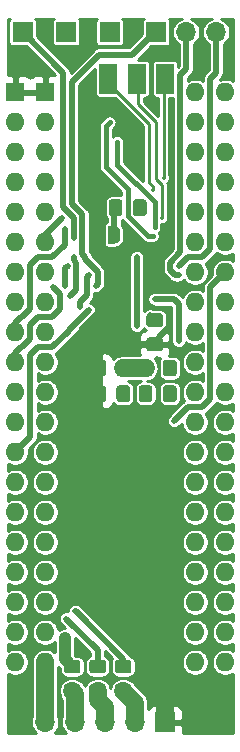
<source format=gbr>
G04 #@! TF.GenerationSoftware,KiCad,Pcbnew,(5.1.5)-3*
G04 #@! TF.CreationDate,2020-06-01T03:43:57-04:00*
G04 #@! TF.ProjectId,6526KernalSwitcher,36353236-4b65-4726-9e61-6c5377697463,rev?*
G04 #@! TF.SameCoordinates,Original*
G04 #@! TF.FileFunction,Copper,L2,Bot*
G04 #@! TF.FilePolarity,Positive*
%FSLAX46Y46*%
G04 Gerber Fmt 4.6, Leading zero omitted, Abs format (unit mm)*
G04 Created by KiCad (PCBNEW (5.1.5)-3) date 2020-06-01 03:43:57*
%MOMM*%
%LPD*%
G04 APERTURE LIST*
%ADD10O,1.600000X1.600000*%
%ADD11R,1.600000X1.600000*%
%ADD12C,0.100000*%
%ADD13R,1.700000X1.700000*%
%ADD14O,1.700000X1.700000*%
%ADD15R,1.500000X2.500000*%
%ADD16C,0.800000*%
%ADD17C,0.350000*%
%ADD18C,1.500000*%
%ADD19C,0.539000*%
%ADD20C,0.250000*%
%ADD21C,1.000000*%
%ADD22C,0.439000*%
%ADD23C,0.237000*%
G04 APERTURE END LIST*
D10*
X116840000Y-50800000D03*
X101600000Y-99060000D03*
X116840000Y-53340000D03*
X101600000Y-96520000D03*
X116840000Y-55880000D03*
X101600000Y-93980000D03*
X116840000Y-58420000D03*
X101600000Y-91440000D03*
X116840000Y-60960000D03*
X101600000Y-88900000D03*
X116840000Y-63500000D03*
X101600000Y-86360000D03*
X116840000Y-66040000D03*
X101600000Y-83820000D03*
X116840000Y-68580000D03*
X101600000Y-81280000D03*
X116840000Y-71120000D03*
X101600000Y-78740000D03*
X116840000Y-73660000D03*
X101600000Y-76200000D03*
X116840000Y-76200000D03*
X101600000Y-73660000D03*
X116840000Y-78740000D03*
X101600000Y-71120000D03*
X116840000Y-81280000D03*
X101600000Y-68580000D03*
X116840000Y-83820000D03*
X101600000Y-66040000D03*
X116840000Y-86360000D03*
X101600000Y-63500000D03*
X116840000Y-88900000D03*
X101600000Y-60960000D03*
X116840000Y-91440000D03*
X101600000Y-58420000D03*
X116840000Y-93980000D03*
X101600000Y-55880000D03*
X116840000Y-96520000D03*
X101600000Y-53340000D03*
X116840000Y-99060000D03*
D11*
X101600000Y-50800000D03*
X99060000Y-50800000D03*
D10*
X114300000Y-99060000D03*
X99060000Y-53340000D03*
X114300000Y-96520000D03*
X99060000Y-55880000D03*
X114300000Y-93980000D03*
X99060000Y-58420000D03*
X114300000Y-91440000D03*
X99060000Y-60960000D03*
X114300000Y-88900000D03*
X99060000Y-63500000D03*
X114300000Y-86360000D03*
X99060000Y-66040000D03*
X114300000Y-83820000D03*
X99060000Y-68580000D03*
X114300000Y-81280000D03*
X99060000Y-71120000D03*
X114300000Y-78740000D03*
X99060000Y-73660000D03*
X114300000Y-76200000D03*
X99060000Y-76200000D03*
X114300000Y-73660000D03*
X99060000Y-78740000D03*
X114300000Y-71120000D03*
X99060000Y-81280000D03*
X114300000Y-68580000D03*
X99060000Y-83820000D03*
X114300000Y-66040000D03*
X99060000Y-86360000D03*
X114300000Y-63500000D03*
X99060000Y-88900000D03*
X114300000Y-60960000D03*
X99060000Y-91440000D03*
X114300000Y-58420000D03*
X99060000Y-93980000D03*
X114300000Y-55880000D03*
X99060000Y-96520000D03*
X114300000Y-53340000D03*
X99060000Y-99060000D03*
X114300000Y-50800000D03*
G04 #@! TA.AperFunction,SMDPad,CuDef*
D12*
G36*
X111345505Y-71571204D02*
G01*
X111369773Y-71574804D01*
X111393572Y-71580765D01*
X111416671Y-71589030D01*
X111438850Y-71599520D01*
X111459893Y-71612132D01*
X111479599Y-71626747D01*
X111497777Y-71643223D01*
X111514253Y-71661401D01*
X111528868Y-71681107D01*
X111541480Y-71702150D01*
X111551970Y-71724329D01*
X111560235Y-71747428D01*
X111566196Y-71771227D01*
X111569796Y-71795495D01*
X111571000Y-71819999D01*
X111571000Y-72470001D01*
X111569796Y-72494505D01*
X111566196Y-72518773D01*
X111560235Y-72542572D01*
X111551970Y-72565671D01*
X111541480Y-72587850D01*
X111528868Y-72608893D01*
X111514253Y-72628599D01*
X111497777Y-72646777D01*
X111479599Y-72663253D01*
X111459893Y-72677868D01*
X111438850Y-72690480D01*
X111416671Y-72700970D01*
X111393572Y-72709235D01*
X111369773Y-72715196D01*
X111345505Y-72718796D01*
X111321001Y-72720000D01*
X110420999Y-72720000D01*
X110396495Y-72718796D01*
X110372227Y-72715196D01*
X110348428Y-72709235D01*
X110325329Y-72700970D01*
X110303150Y-72690480D01*
X110282107Y-72677868D01*
X110262401Y-72663253D01*
X110244223Y-72646777D01*
X110227747Y-72628599D01*
X110213132Y-72608893D01*
X110200520Y-72587850D01*
X110190030Y-72565671D01*
X110181765Y-72542572D01*
X110175804Y-72518773D01*
X110172204Y-72494505D01*
X110171000Y-72470001D01*
X110171000Y-71819999D01*
X110172204Y-71795495D01*
X110175804Y-71771227D01*
X110181765Y-71747428D01*
X110190030Y-71724329D01*
X110200520Y-71702150D01*
X110213132Y-71681107D01*
X110227747Y-71661401D01*
X110244223Y-71643223D01*
X110262401Y-71626747D01*
X110282107Y-71612132D01*
X110303150Y-71599520D01*
X110325329Y-71589030D01*
X110348428Y-71580765D01*
X110372227Y-71574804D01*
X110396495Y-71571204D01*
X110420999Y-71570000D01*
X111321001Y-71570000D01*
X111345505Y-71571204D01*
G37*
G04 #@! TD.AperFunction*
G04 #@! TA.AperFunction,SMDPad,CuDef*
G36*
X111345505Y-69521204D02*
G01*
X111369773Y-69524804D01*
X111393572Y-69530765D01*
X111416671Y-69539030D01*
X111438850Y-69549520D01*
X111459893Y-69562132D01*
X111479599Y-69576747D01*
X111497777Y-69593223D01*
X111514253Y-69611401D01*
X111528868Y-69631107D01*
X111541480Y-69652150D01*
X111551970Y-69674329D01*
X111560235Y-69697428D01*
X111566196Y-69721227D01*
X111569796Y-69745495D01*
X111571000Y-69769999D01*
X111571000Y-70420001D01*
X111569796Y-70444505D01*
X111566196Y-70468773D01*
X111560235Y-70492572D01*
X111551970Y-70515671D01*
X111541480Y-70537850D01*
X111528868Y-70558893D01*
X111514253Y-70578599D01*
X111497777Y-70596777D01*
X111479599Y-70613253D01*
X111459893Y-70627868D01*
X111438850Y-70640480D01*
X111416671Y-70650970D01*
X111393572Y-70659235D01*
X111369773Y-70665196D01*
X111345505Y-70668796D01*
X111321001Y-70670000D01*
X110420999Y-70670000D01*
X110396495Y-70668796D01*
X110372227Y-70665196D01*
X110348428Y-70659235D01*
X110325329Y-70650970D01*
X110303150Y-70640480D01*
X110282107Y-70627868D01*
X110262401Y-70613253D01*
X110244223Y-70596777D01*
X110227747Y-70578599D01*
X110213132Y-70558893D01*
X110200520Y-70537850D01*
X110190030Y-70515671D01*
X110181765Y-70492572D01*
X110175804Y-70468773D01*
X110172204Y-70444505D01*
X110171000Y-70420001D01*
X110171000Y-69769999D01*
X110172204Y-69745495D01*
X110175804Y-69721227D01*
X110181765Y-69697428D01*
X110190030Y-69674329D01*
X110200520Y-69652150D01*
X110213132Y-69631107D01*
X110227747Y-69611401D01*
X110244223Y-69593223D01*
X110262401Y-69576747D01*
X110282107Y-69562132D01*
X110303150Y-69549520D01*
X110325329Y-69539030D01*
X110348428Y-69530765D01*
X110372227Y-69524804D01*
X110396495Y-69521204D01*
X110420999Y-69520000D01*
X111321001Y-69520000D01*
X111345505Y-69521204D01*
G37*
G04 #@! TD.AperFunction*
G04 #@! TA.AperFunction,SMDPad,CuDef*
G36*
X108562505Y-73469204D02*
G01*
X108586773Y-73472804D01*
X108610572Y-73478765D01*
X108633671Y-73487030D01*
X108655850Y-73497520D01*
X108676893Y-73510132D01*
X108696599Y-73524747D01*
X108714777Y-73541223D01*
X108731253Y-73559401D01*
X108745868Y-73579107D01*
X108758480Y-73600150D01*
X108768970Y-73622329D01*
X108777235Y-73645428D01*
X108783196Y-73669227D01*
X108786796Y-73693495D01*
X108788000Y-73717999D01*
X108788000Y-74618001D01*
X108786796Y-74642505D01*
X108783196Y-74666773D01*
X108777235Y-74690572D01*
X108768970Y-74713671D01*
X108758480Y-74735850D01*
X108745868Y-74756893D01*
X108731253Y-74776599D01*
X108714777Y-74794777D01*
X108696599Y-74811253D01*
X108676893Y-74825868D01*
X108655850Y-74838480D01*
X108633671Y-74848970D01*
X108610572Y-74857235D01*
X108586773Y-74863196D01*
X108562505Y-74866796D01*
X108538001Y-74868000D01*
X107887999Y-74868000D01*
X107863495Y-74866796D01*
X107839227Y-74863196D01*
X107815428Y-74857235D01*
X107792329Y-74848970D01*
X107770150Y-74838480D01*
X107749107Y-74825868D01*
X107729401Y-74811253D01*
X107711223Y-74794777D01*
X107694747Y-74776599D01*
X107680132Y-74756893D01*
X107667520Y-74735850D01*
X107657030Y-74713671D01*
X107648765Y-74690572D01*
X107642804Y-74666773D01*
X107639204Y-74642505D01*
X107638000Y-74618001D01*
X107638000Y-73717999D01*
X107639204Y-73693495D01*
X107642804Y-73669227D01*
X107648765Y-73645428D01*
X107657030Y-73622329D01*
X107667520Y-73600150D01*
X107680132Y-73579107D01*
X107694747Y-73559401D01*
X107711223Y-73541223D01*
X107729401Y-73524747D01*
X107749107Y-73510132D01*
X107770150Y-73497520D01*
X107792329Y-73487030D01*
X107815428Y-73478765D01*
X107839227Y-73472804D01*
X107863495Y-73469204D01*
X107887999Y-73468000D01*
X108538001Y-73468000D01*
X108562505Y-73469204D01*
G37*
G04 #@! TD.AperFunction*
G04 #@! TA.AperFunction,SMDPad,CuDef*
G36*
X106512505Y-73469204D02*
G01*
X106536773Y-73472804D01*
X106560572Y-73478765D01*
X106583671Y-73487030D01*
X106605850Y-73497520D01*
X106626893Y-73510132D01*
X106646599Y-73524747D01*
X106664777Y-73541223D01*
X106681253Y-73559401D01*
X106695868Y-73579107D01*
X106708480Y-73600150D01*
X106718970Y-73622329D01*
X106727235Y-73645428D01*
X106733196Y-73669227D01*
X106736796Y-73693495D01*
X106738000Y-73717999D01*
X106738000Y-74618001D01*
X106736796Y-74642505D01*
X106733196Y-74666773D01*
X106727235Y-74690572D01*
X106718970Y-74713671D01*
X106708480Y-74735850D01*
X106695868Y-74756893D01*
X106681253Y-74776599D01*
X106664777Y-74794777D01*
X106646599Y-74811253D01*
X106626893Y-74825868D01*
X106605850Y-74838480D01*
X106583671Y-74848970D01*
X106560572Y-74857235D01*
X106536773Y-74863196D01*
X106512505Y-74866796D01*
X106488001Y-74868000D01*
X105837999Y-74868000D01*
X105813495Y-74866796D01*
X105789227Y-74863196D01*
X105765428Y-74857235D01*
X105742329Y-74848970D01*
X105720150Y-74838480D01*
X105699107Y-74825868D01*
X105679401Y-74811253D01*
X105661223Y-74794777D01*
X105644747Y-74776599D01*
X105630132Y-74756893D01*
X105617520Y-74735850D01*
X105607030Y-74713671D01*
X105598765Y-74690572D01*
X105592804Y-74666773D01*
X105589204Y-74642505D01*
X105588000Y-74618001D01*
X105588000Y-73717999D01*
X105589204Y-73693495D01*
X105592804Y-73669227D01*
X105598765Y-73645428D01*
X105607030Y-73622329D01*
X105617520Y-73600150D01*
X105630132Y-73579107D01*
X105644747Y-73559401D01*
X105661223Y-73541223D01*
X105679401Y-73524747D01*
X105699107Y-73510132D01*
X105720150Y-73497520D01*
X105742329Y-73487030D01*
X105765428Y-73478765D01*
X105789227Y-73472804D01*
X105813495Y-73469204D01*
X105837999Y-73468000D01*
X106488001Y-73468000D01*
X106512505Y-73469204D01*
G37*
G04 #@! TD.AperFunction*
D13*
X103378000Y-45720000D03*
X111760000Y-104140000D03*
D14*
X109220000Y-104140000D03*
X106680000Y-104140000D03*
X104140000Y-104140000D03*
X101600000Y-104140000D03*
D13*
X110998000Y-45720000D03*
D14*
X113538000Y-45720000D03*
X116078000Y-45720000D03*
D13*
X107061000Y-45720000D03*
X99695000Y-45720000D03*
G04 #@! TA.AperFunction,SMDPad,CuDef*
D12*
G36*
X106642000Y-63615000D02*
G01*
X106142000Y-63615000D01*
X106142000Y-63614398D01*
X106117466Y-63614398D01*
X106068635Y-63609588D01*
X106020510Y-63600016D01*
X105973555Y-63585772D01*
X105928222Y-63566995D01*
X105884949Y-63543864D01*
X105844150Y-63516604D01*
X105806221Y-63485476D01*
X105771524Y-63450779D01*
X105740396Y-63412850D01*
X105713136Y-63372051D01*
X105690005Y-63328778D01*
X105671228Y-63283445D01*
X105656984Y-63236490D01*
X105647412Y-63188365D01*
X105642602Y-63139534D01*
X105642602Y-63115000D01*
X105642000Y-63115000D01*
X105642000Y-62615000D01*
X105642602Y-62615000D01*
X105642602Y-62590466D01*
X105647412Y-62541635D01*
X105656984Y-62493510D01*
X105671228Y-62446555D01*
X105690005Y-62401222D01*
X105713136Y-62357949D01*
X105740396Y-62317150D01*
X105771524Y-62279221D01*
X105806221Y-62244524D01*
X105844150Y-62213396D01*
X105884949Y-62186136D01*
X105928222Y-62163005D01*
X105973555Y-62144228D01*
X106020510Y-62129984D01*
X106068635Y-62120412D01*
X106117466Y-62115602D01*
X106142000Y-62115602D01*
X106142000Y-62115000D01*
X106642000Y-62115000D01*
X106642000Y-63615000D01*
G37*
G04 #@! TD.AperFunction*
G04 #@! TA.AperFunction,SMDPad,CuDef*
G36*
X107442000Y-62115602D02*
G01*
X107466534Y-62115602D01*
X107515365Y-62120412D01*
X107563490Y-62129984D01*
X107610445Y-62144228D01*
X107655778Y-62163005D01*
X107699051Y-62186136D01*
X107739850Y-62213396D01*
X107777779Y-62244524D01*
X107812476Y-62279221D01*
X107843604Y-62317150D01*
X107870864Y-62357949D01*
X107893995Y-62401222D01*
X107912772Y-62446555D01*
X107927016Y-62493510D01*
X107936588Y-62541635D01*
X107941398Y-62590466D01*
X107941398Y-62615000D01*
X107942000Y-62615000D01*
X107942000Y-63115000D01*
X107941398Y-63115000D01*
X107941398Y-63139534D01*
X107936588Y-63188365D01*
X107927016Y-63236490D01*
X107912772Y-63283445D01*
X107893995Y-63328778D01*
X107870864Y-63372051D01*
X107843604Y-63412850D01*
X107812476Y-63450779D01*
X107777779Y-63485476D01*
X107739850Y-63516604D01*
X107699051Y-63543864D01*
X107655778Y-63566995D01*
X107610445Y-63585772D01*
X107563490Y-63600016D01*
X107515365Y-63609588D01*
X107466534Y-63614398D01*
X107442000Y-63614398D01*
X107442000Y-63615000D01*
X106942000Y-63615000D01*
X106942000Y-62115000D01*
X107442000Y-62115000D01*
X107442000Y-62115602D01*
G37*
G04 #@! TD.AperFunction*
G04 #@! TA.AperFunction,SMDPad,CuDef*
G36*
X112499505Y-75628204D02*
G01*
X112523773Y-75631804D01*
X112547572Y-75637765D01*
X112570671Y-75646030D01*
X112592850Y-75656520D01*
X112613893Y-75669132D01*
X112633599Y-75683747D01*
X112651777Y-75700223D01*
X112668253Y-75718401D01*
X112682868Y-75738107D01*
X112695480Y-75759150D01*
X112705970Y-75781329D01*
X112714235Y-75804428D01*
X112720196Y-75828227D01*
X112723796Y-75852495D01*
X112725000Y-75876999D01*
X112725000Y-76777001D01*
X112723796Y-76801505D01*
X112720196Y-76825773D01*
X112714235Y-76849572D01*
X112705970Y-76872671D01*
X112695480Y-76894850D01*
X112682868Y-76915893D01*
X112668253Y-76935599D01*
X112651777Y-76953777D01*
X112633599Y-76970253D01*
X112613893Y-76984868D01*
X112592850Y-76997480D01*
X112570671Y-77007970D01*
X112547572Y-77016235D01*
X112523773Y-77022196D01*
X112499505Y-77025796D01*
X112475001Y-77027000D01*
X111824999Y-77027000D01*
X111800495Y-77025796D01*
X111776227Y-77022196D01*
X111752428Y-77016235D01*
X111729329Y-77007970D01*
X111707150Y-76997480D01*
X111686107Y-76984868D01*
X111666401Y-76970253D01*
X111648223Y-76953777D01*
X111631747Y-76935599D01*
X111617132Y-76915893D01*
X111604520Y-76894850D01*
X111594030Y-76872671D01*
X111585765Y-76849572D01*
X111579804Y-76825773D01*
X111576204Y-76801505D01*
X111575000Y-76777001D01*
X111575000Y-75876999D01*
X111576204Y-75852495D01*
X111579804Y-75828227D01*
X111585765Y-75804428D01*
X111594030Y-75781329D01*
X111604520Y-75759150D01*
X111617132Y-75738107D01*
X111631747Y-75718401D01*
X111648223Y-75700223D01*
X111666401Y-75683747D01*
X111686107Y-75669132D01*
X111707150Y-75656520D01*
X111729329Y-75646030D01*
X111752428Y-75637765D01*
X111776227Y-75631804D01*
X111800495Y-75628204D01*
X111824999Y-75627000D01*
X112475001Y-75627000D01*
X112499505Y-75628204D01*
G37*
G04 #@! TD.AperFunction*
G04 #@! TA.AperFunction,SMDPad,CuDef*
G36*
X110449505Y-75628204D02*
G01*
X110473773Y-75631804D01*
X110497572Y-75637765D01*
X110520671Y-75646030D01*
X110542850Y-75656520D01*
X110563893Y-75669132D01*
X110583599Y-75683747D01*
X110601777Y-75700223D01*
X110618253Y-75718401D01*
X110632868Y-75738107D01*
X110645480Y-75759150D01*
X110655970Y-75781329D01*
X110664235Y-75804428D01*
X110670196Y-75828227D01*
X110673796Y-75852495D01*
X110675000Y-75876999D01*
X110675000Y-76777001D01*
X110673796Y-76801505D01*
X110670196Y-76825773D01*
X110664235Y-76849572D01*
X110655970Y-76872671D01*
X110645480Y-76894850D01*
X110632868Y-76915893D01*
X110618253Y-76935599D01*
X110601777Y-76953777D01*
X110583599Y-76970253D01*
X110563893Y-76984868D01*
X110542850Y-76997480D01*
X110520671Y-77007970D01*
X110497572Y-77016235D01*
X110473773Y-77022196D01*
X110449505Y-77025796D01*
X110425001Y-77027000D01*
X109774999Y-77027000D01*
X109750495Y-77025796D01*
X109726227Y-77022196D01*
X109702428Y-77016235D01*
X109679329Y-77007970D01*
X109657150Y-76997480D01*
X109636107Y-76984868D01*
X109616401Y-76970253D01*
X109598223Y-76953777D01*
X109581747Y-76935599D01*
X109567132Y-76915893D01*
X109554520Y-76894850D01*
X109544030Y-76872671D01*
X109535765Y-76849572D01*
X109529804Y-76825773D01*
X109526204Y-76801505D01*
X109525000Y-76777001D01*
X109525000Y-75876999D01*
X109526204Y-75852495D01*
X109529804Y-75828227D01*
X109535765Y-75804428D01*
X109544030Y-75781329D01*
X109554520Y-75759150D01*
X109567132Y-75738107D01*
X109581747Y-75718401D01*
X109598223Y-75700223D01*
X109616401Y-75683747D01*
X109636107Y-75669132D01*
X109657150Y-75656520D01*
X109679329Y-75646030D01*
X109702428Y-75637765D01*
X109726227Y-75631804D01*
X109750495Y-75628204D01*
X109774999Y-75627000D01*
X110425001Y-75627000D01*
X110449505Y-75628204D01*
G37*
G04 #@! TD.AperFunction*
G04 #@! TA.AperFunction,SMDPad,CuDef*
G36*
X112499505Y-73469204D02*
G01*
X112523773Y-73472804D01*
X112547572Y-73478765D01*
X112570671Y-73487030D01*
X112592850Y-73497520D01*
X112613893Y-73510132D01*
X112633599Y-73524747D01*
X112651777Y-73541223D01*
X112668253Y-73559401D01*
X112682868Y-73579107D01*
X112695480Y-73600150D01*
X112705970Y-73622329D01*
X112714235Y-73645428D01*
X112720196Y-73669227D01*
X112723796Y-73693495D01*
X112725000Y-73717999D01*
X112725000Y-74618001D01*
X112723796Y-74642505D01*
X112720196Y-74666773D01*
X112714235Y-74690572D01*
X112705970Y-74713671D01*
X112695480Y-74735850D01*
X112682868Y-74756893D01*
X112668253Y-74776599D01*
X112651777Y-74794777D01*
X112633599Y-74811253D01*
X112613893Y-74825868D01*
X112592850Y-74838480D01*
X112570671Y-74848970D01*
X112547572Y-74857235D01*
X112523773Y-74863196D01*
X112499505Y-74866796D01*
X112475001Y-74868000D01*
X111824999Y-74868000D01*
X111800495Y-74866796D01*
X111776227Y-74863196D01*
X111752428Y-74857235D01*
X111729329Y-74848970D01*
X111707150Y-74838480D01*
X111686107Y-74825868D01*
X111666401Y-74811253D01*
X111648223Y-74794777D01*
X111631747Y-74776599D01*
X111617132Y-74756893D01*
X111604520Y-74735850D01*
X111594030Y-74713671D01*
X111585765Y-74690572D01*
X111579804Y-74666773D01*
X111576204Y-74642505D01*
X111575000Y-74618001D01*
X111575000Y-73717999D01*
X111576204Y-73693495D01*
X111579804Y-73669227D01*
X111585765Y-73645428D01*
X111594030Y-73622329D01*
X111604520Y-73600150D01*
X111617132Y-73579107D01*
X111631747Y-73559401D01*
X111648223Y-73541223D01*
X111666401Y-73524747D01*
X111686107Y-73510132D01*
X111707150Y-73497520D01*
X111729329Y-73487030D01*
X111752428Y-73478765D01*
X111776227Y-73472804D01*
X111800495Y-73469204D01*
X111824999Y-73468000D01*
X112475001Y-73468000D01*
X112499505Y-73469204D01*
G37*
G04 #@! TD.AperFunction*
G04 #@! TA.AperFunction,SMDPad,CuDef*
G36*
X110449505Y-73469204D02*
G01*
X110473773Y-73472804D01*
X110497572Y-73478765D01*
X110520671Y-73487030D01*
X110542850Y-73497520D01*
X110563893Y-73510132D01*
X110583599Y-73524747D01*
X110601777Y-73541223D01*
X110618253Y-73559401D01*
X110632868Y-73579107D01*
X110645480Y-73600150D01*
X110655970Y-73622329D01*
X110664235Y-73645428D01*
X110670196Y-73669227D01*
X110673796Y-73693495D01*
X110675000Y-73717999D01*
X110675000Y-74618001D01*
X110673796Y-74642505D01*
X110670196Y-74666773D01*
X110664235Y-74690572D01*
X110655970Y-74713671D01*
X110645480Y-74735850D01*
X110632868Y-74756893D01*
X110618253Y-74776599D01*
X110601777Y-74794777D01*
X110583599Y-74811253D01*
X110563893Y-74825868D01*
X110542850Y-74838480D01*
X110520671Y-74848970D01*
X110497572Y-74857235D01*
X110473773Y-74863196D01*
X110449505Y-74866796D01*
X110425001Y-74868000D01*
X109774999Y-74868000D01*
X109750495Y-74866796D01*
X109726227Y-74863196D01*
X109702428Y-74857235D01*
X109679329Y-74848970D01*
X109657150Y-74838480D01*
X109636107Y-74825868D01*
X109616401Y-74811253D01*
X109598223Y-74794777D01*
X109581747Y-74776599D01*
X109567132Y-74756893D01*
X109554520Y-74735850D01*
X109544030Y-74713671D01*
X109535765Y-74690572D01*
X109529804Y-74666773D01*
X109526204Y-74642505D01*
X109525000Y-74618001D01*
X109525000Y-73717999D01*
X109526204Y-73693495D01*
X109529804Y-73669227D01*
X109535765Y-73645428D01*
X109544030Y-73622329D01*
X109554520Y-73600150D01*
X109567132Y-73579107D01*
X109581747Y-73559401D01*
X109598223Y-73541223D01*
X109616401Y-73524747D01*
X109636107Y-73510132D01*
X109657150Y-73497520D01*
X109679329Y-73487030D01*
X109702428Y-73478765D01*
X109726227Y-73472804D01*
X109750495Y-73469204D01*
X109774999Y-73468000D01*
X110425001Y-73468000D01*
X110449505Y-73469204D01*
G37*
G04 #@! TD.AperFunction*
G04 #@! TA.AperFunction,SMDPad,CuDef*
G36*
X109959505Y-59880204D02*
G01*
X109983773Y-59883804D01*
X110007572Y-59889765D01*
X110030671Y-59898030D01*
X110052850Y-59908520D01*
X110073893Y-59921132D01*
X110093599Y-59935747D01*
X110111777Y-59952223D01*
X110128253Y-59970401D01*
X110142868Y-59990107D01*
X110155480Y-60011150D01*
X110165970Y-60033329D01*
X110174235Y-60056428D01*
X110180196Y-60080227D01*
X110183796Y-60104495D01*
X110185000Y-60128999D01*
X110185000Y-61029001D01*
X110183796Y-61053505D01*
X110180196Y-61077773D01*
X110174235Y-61101572D01*
X110165970Y-61124671D01*
X110155480Y-61146850D01*
X110142868Y-61167893D01*
X110128253Y-61187599D01*
X110111777Y-61205777D01*
X110093599Y-61222253D01*
X110073893Y-61236868D01*
X110052850Y-61249480D01*
X110030671Y-61259970D01*
X110007572Y-61268235D01*
X109983773Y-61274196D01*
X109959505Y-61277796D01*
X109935001Y-61279000D01*
X109284999Y-61279000D01*
X109260495Y-61277796D01*
X109236227Y-61274196D01*
X109212428Y-61268235D01*
X109189329Y-61259970D01*
X109167150Y-61249480D01*
X109146107Y-61236868D01*
X109126401Y-61222253D01*
X109108223Y-61205777D01*
X109091747Y-61187599D01*
X109077132Y-61167893D01*
X109064520Y-61146850D01*
X109054030Y-61124671D01*
X109045765Y-61101572D01*
X109039804Y-61077773D01*
X109036204Y-61053505D01*
X109035000Y-61029001D01*
X109035000Y-60128999D01*
X109036204Y-60104495D01*
X109039804Y-60080227D01*
X109045765Y-60056428D01*
X109054030Y-60033329D01*
X109064520Y-60011150D01*
X109077132Y-59990107D01*
X109091747Y-59970401D01*
X109108223Y-59952223D01*
X109126401Y-59935747D01*
X109146107Y-59921132D01*
X109167150Y-59908520D01*
X109189329Y-59898030D01*
X109212428Y-59889765D01*
X109236227Y-59883804D01*
X109260495Y-59880204D01*
X109284999Y-59879000D01*
X109935001Y-59879000D01*
X109959505Y-59880204D01*
G37*
G04 #@! TD.AperFunction*
G04 #@! TA.AperFunction,SMDPad,CuDef*
G36*
X107909505Y-59880204D02*
G01*
X107933773Y-59883804D01*
X107957572Y-59889765D01*
X107980671Y-59898030D01*
X108002850Y-59908520D01*
X108023893Y-59921132D01*
X108043599Y-59935747D01*
X108061777Y-59952223D01*
X108078253Y-59970401D01*
X108092868Y-59990107D01*
X108105480Y-60011150D01*
X108115970Y-60033329D01*
X108124235Y-60056428D01*
X108130196Y-60080227D01*
X108133796Y-60104495D01*
X108135000Y-60128999D01*
X108135000Y-61029001D01*
X108133796Y-61053505D01*
X108130196Y-61077773D01*
X108124235Y-61101572D01*
X108115970Y-61124671D01*
X108105480Y-61146850D01*
X108092868Y-61167893D01*
X108078253Y-61187599D01*
X108061777Y-61205777D01*
X108043599Y-61222253D01*
X108023893Y-61236868D01*
X108002850Y-61249480D01*
X107980671Y-61259970D01*
X107957572Y-61268235D01*
X107933773Y-61274196D01*
X107909505Y-61277796D01*
X107885001Y-61279000D01*
X107234999Y-61279000D01*
X107210495Y-61277796D01*
X107186227Y-61274196D01*
X107162428Y-61268235D01*
X107139329Y-61259970D01*
X107117150Y-61249480D01*
X107096107Y-61236868D01*
X107076401Y-61222253D01*
X107058223Y-61205777D01*
X107041747Y-61187599D01*
X107027132Y-61167893D01*
X107014520Y-61146850D01*
X107004030Y-61124671D01*
X106995765Y-61101572D01*
X106989804Y-61077773D01*
X106986204Y-61053505D01*
X106985000Y-61029001D01*
X106985000Y-60128999D01*
X106986204Y-60104495D01*
X106989804Y-60080227D01*
X106995765Y-60056428D01*
X107004030Y-60033329D01*
X107014520Y-60011150D01*
X107027132Y-59990107D01*
X107041747Y-59970401D01*
X107058223Y-59952223D01*
X107076401Y-59935747D01*
X107096107Y-59921132D01*
X107117150Y-59908520D01*
X107139329Y-59898030D01*
X107162428Y-59889765D01*
X107186227Y-59883804D01*
X107210495Y-59880204D01*
X107234999Y-59879000D01*
X107885001Y-59879000D01*
X107909505Y-59880204D01*
G37*
G04 #@! TD.AperFunction*
G04 #@! TA.AperFunction,SMDPad,CuDef*
G36*
X108562505Y-75628204D02*
G01*
X108586773Y-75631804D01*
X108610572Y-75637765D01*
X108633671Y-75646030D01*
X108655850Y-75656520D01*
X108676893Y-75669132D01*
X108696599Y-75683747D01*
X108714777Y-75700223D01*
X108731253Y-75718401D01*
X108745868Y-75738107D01*
X108758480Y-75759150D01*
X108768970Y-75781329D01*
X108777235Y-75804428D01*
X108783196Y-75828227D01*
X108786796Y-75852495D01*
X108788000Y-75876999D01*
X108788000Y-76777001D01*
X108786796Y-76801505D01*
X108783196Y-76825773D01*
X108777235Y-76849572D01*
X108768970Y-76872671D01*
X108758480Y-76894850D01*
X108745868Y-76915893D01*
X108731253Y-76935599D01*
X108714777Y-76953777D01*
X108696599Y-76970253D01*
X108676893Y-76984868D01*
X108655850Y-76997480D01*
X108633671Y-77007970D01*
X108610572Y-77016235D01*
X108586773Y-77022196D01*
X108562505Y-77025796D01*
X108538001Y-77027000D01*
X107887999Y-77027000D01*
X107863495Y-77025796D01*
X107839227Y-77022196D01*
X107815428Y-77016235D01*
X107792329Y-77007970D01*
X107770150Y-76997480D01*
X107749107Y-76984868D01*
X107729401Y-76970253D01*
X107711223Y-76953777D01*
X107694747Y-76935599D01*
X107680132Y-76915893D01*
X107667520Y-76894850D01*
X107657030Y-76872671D01*
X107648765Y-76849572D01*
X107642804Y-76825773D01*
X107639204Y-76801505D01*
X107638000Y-76777001D01*
X107638000Y-75876999D01*
X107639204Y-75852495D01*
X107642804Y-75828227D01*
X107648765Y-75804428D01*
X107657030Y-75781329D01*
X107667520Y-75759150D01*
X107680132Y-75738107D01*
X107694747Y-75718401D01*
X107711223Y-75700223D01*
X107729401Y-75683747D01*
X107749107Y-75669132D01*
X107770150Y-75656520D01*
X107792329Y-75646030D01*
X107815428Y-75637765D01*
X107839227Y-75631804D01*
X107863495Y-75628204D01*
X107887999Y-75627000D01*
X108538001Y-75627000D01*
X108562505Y-75628204D01*
G37*
G04 #@! TD.AperFunction*
G04 #@! TA.AperFunction,SMDPad,CuDef*
G36*
X106512505Y-75628204D02*
G01*
X106536773Y-75631804D01*
X106560572Y-75637765D01*
X106583671Y-75646030D01*
X106605850Y-75656520D01*
X106626893Y-75669132D01*
X106646599Y-75683747D01*
X106664777Y-75700223D01*
X106681253Y-75718401D01*
X106695868Y-75738107D01*
X106708480Y-75759150D01*
X106718970Y-75781329D01*
X106727235Y-75804428D01*
X106733196Y-75828227D01*
X106736796Y-75852495D01*
X106738000Y-75876999D01*
X106738000Y-76777001D01*
X106736796Y-76801505D01*
X106733196Y-76825773D01*
X106727235Y-76849572D01*
X106718970Y-76872671D01*
X106708480Y-76894850D01*
X106695868Y-76915893D01*
X106681253Y-76935599D01*
X106664777Y-76953777D01*
X106646599Y-76970253D01*
X106626893Y-76984868D01*
X106605850Y-76997480D01*
X106583671Y-77007970D01*
X106560572Y-77016235D01*
X106536773Y-77022196D01*
X106512505Y-77025796D01*
X106488001Y-77027000D01*
X105837999Y-77027000D01*
X105813495Y-77025796D01*
X105789227Y-77022196D01*
X105765428Y-77016235D01*
X105742329Y-77007970D01*
X105720150Y-76997480D01*
X105699107Y-76984868D01*
X105679401Y-76970253D01*
X105661223Y-76953777D01*
X105644747Y-76935599D01*
X105630132Y-76915893D01*
X105617520Y-76894850D01*
X105607030Y-76872671D01*
X105598765Y-76849572D01*
X105592804Y-76825773D01*
X105589204Y-76801505D01*
X105588000Y-76777001D01*
X105588000Y-75876999D01*
X105589204Y-75852495D01*
X105592804Y-75828227D01*
X105598765Y-75804428D01*
X105607030Y-75781329D01*
X105617520Y-75759150D01*
X105630132Y-75738107D01*
X105644747Y-75718401D01*
X105661223Y-75700223D01*
X105679401Y-75683747D01*
X105699107Y-75669132D01*
X105720150Y-75656520D01*
X105742329Y-75646030D01*
X105765428Y-75637765D01*
X105789227Y-75631804D01*
X105813495Y-75628204D01*
X105837999Y-75627000D01*
X106488001Y-75627000D01*
X106512505Y-75628204D01*
G37*
G04 #@! TD.AperFunction*
G04 #@! TA.AperFunction,SMDPad,CuDef*
G36*
X104360505Y-98858204D02*
G01*
X104384773Y-98861804D01*
X104408572Y-98867765D01*
X104431671Y-98876030D01*
X104453850Y-98886520D01*
X104474893Y-98899132D01*
X104494599Y-98913747D01*
X104512777Y-98930223D01*
X104529253Y-98948401D01*
X104543868Y-98968107D01*
X104556480Y-98989150D01*
X104566970Y-99011329D01*
X104575235Y-99034428D01*
X104581196Y-99058227D01*
X104584796Y-99082495D01*
X104586000Y-99106999D01*
X104586000Y-99757001D01*
X104584796Y-99781505D01*
X104581196Y-99805773D01*
X104575235Y-99829572D01*
X104566970Y-99852671D01*
X104556480Y-99874850D01*
X104543868Y-99895893D01*
X104529253Y-99915599D01*
X104512777Y-99933777D01*
X104494599Y-99950253D01*
X104474893Y-99964868D01*
X104453850Y-99977480D01*
X104431671Y-99987970D01*
X104408572Y-99996235D01*
X104384773Y-100002196D01*
X104360505Y-100005796D01*
X104336001Y-100007000D01*
X103435999Y-100007000D01*
X103411495Y-100005796D01*
X103387227Y-100002196D01*
X103363428Y-99996235D01*
X103340329Y-99987970D01*
X103318150Y-99977480D01*
X103297107Y-99964868D01*
X103277401Y-99950253D01*
X103259223Y-99933777D01*
X103242747Y-99915599D01*
X103228132Y-99895893D01*
X103215520Y-99874850D01*
X103205030Y-99852671D01*
X103196765Y-99829572D01*
X103190804Y-99805773D01*
X103187204Y-99781505D01*
X103186000Y-99757001D01*
X103186000Y-99106999D01*
X103187204Y-99082495D01*
X103190804Y-99058227D01*
X103196765Y-99034428D01*
X103205030Y-99011329D01*
X103215520Y-98989150D01*
X103228132Y-98968107D01*
X103242747Y-98948401D01*
X103259223Y-98930223D01*
X103277401Y-98913747D01*
X103297107Y-98899132D01*
X103318150Y-98886520D01*
X103340329Y-98876030D01*
X103363428Y-98867765D01*
X103387227Y-98861804D01*
X103411495Y-98858204D01*
X103435999Y-98857000D01*
X104336001Y-98857000D01*
X104360505Y-98858204D01*
G37*
G04 #@! TD.AperFunction*
G04 #@! TA.AperFunction,SMDPad,CuDef*
G36*
X104360505Y-100908204D02*
G01*
X104384773Y-100911804D01*
X104408572Y-100917765D01*
X104431671Y-100926030D01*
X104453850Y-100936520D01*
X104474893Y-100949132D01*
X104494599Y-100963747D01*
X104512777Y-100980223D01*
X104529253Y-100998401D01*
X104543868Y-101018107D01*
X104556480Y-101039150D01*
X104566970Y-101061329D01*
X104575235Y-101084428D01*
X104581196Y-101108227D01*
X104584796Y-101132495D01*
X104586000Y-101156999D01*
X104586000Y-101807001D01*
X104584796Y-101831505D01*
X104581196Y-101855773D01*
X104575235Y-101879572D01*
X104566970Y-101902671D01*
X104556480Y-101924850D01*
X104543868Y-101945893D01*
X104529253Y-101965599D01*
X104512777Y-101983777D01*
X104494599Y-102000253D01*
X104474893Y-102014868D01*
X104453850Y-102027480D01*
X104431671Y-102037970D01*
X104408572Y-102046235D01*
X104384773Y-102052196D01*
X104360505Y-102055796D01*
X104336001Y-102057000D01*
X103435999Y-102057000D01*
X103411495Y-102055796D01*
X103387227Y-102052196D01*
X103363428Y-102046235D01*
X103340329Y-102037970D01*
X103318150Y-102027480D01*
X103297107Y-102014868D01*
X103277401Y-102000253D01*
X103259223Y-101983777D01*
X103242747Y-101965599D01*
X103228132Y-101945893D01*
X103215520Y-101924850D01*
X103205030Y-101902671D01*
X103196765Y-101879572D01*
X103190804Y-101855773D01*
X103187204Y-101831505D01*
X103186000Y-101807001D01*
X103186000Y-101156999D01*
X103187204Y-101132495D01*
X103190804Y-101108227D01*
X103196765Y-101084428D01*
X103205030Y-101061329D01*
X103215520Y-101039150D01*
X103228132Y-101018107D01*
X103242747Y-100998401D01*
X103259223Y-100980223D01*
X103277401Y-100963747D01*
X103297107Y-100949132D01*
X103318150Y-100936520D01*
X103340329Y-100926030D01*
X103363428Y-100917765D01*
X103387227Y-100911804D01*
X103411495Y-100908204D01*
X103435999Y-100907000D01*
X104336001Y-100907000D01*
X104360505Y-100908204D01*
G37*
G04 #@! TD.AperFunction*
G04 #@! TA.AperFunction,SMDPad,CuDef*
G36*
X108678505Y-100908204D02*
G01*
X108702773Y-100911804D01*
X108726572Y-100917765D01*
X108749671Y-100926030D01*
X108771850Y-100936520D01*
X108792893Y-100949132D01*
X108812599Y-100963747D01*
X108830777Y-100980223D01*
X108847253Y-100998401D01*
X108861868Y-101018107D01*
X108874480Y-101039150D01*
X108884970Y-101061329D01*
X108893235Y-101084428D01*
X108899196Y-101108227D01*
X108902796Y-101132495D01*
X108904000Y-101156999D01*
X108904000Y-101807001D01*
X108902796Y-101831505D01*
X108899196Y-101855773D01*
X108893235Y-101879572D01*
X108884970Y-101902671D01*
X108874480Y-101924850D01*
X108861868Y-101945893D01*
X108847253Y-101965599D01*
X108830777Y-101983777D01*
X108812599Y-102000253D01*
X108792893Y-102014868D01*
X108771850Y-102027480D01*
X108749671Y-102037970D01*
X108726572Y-102046235D01*
X108702773Y-102052196D01*
X108678505Y-102055796D01*
X108654001Y-102057000D01*
X107753999Y-102057000D01*
X107729495Y-102055796D01*
X107705227Y-102052196D01*
X107681428Y-102046235D01*
X107658329Y-102037970D01*
X107636150Y-102027480D01*
X107615107Y-102014868D01*
X107595401Y-102000253D01*
X107577223Y-101983777D01*
X107560747Y-101965599D01*
X107546132Y-101945893D01*
X107533520Y-101924850D01*
X107523030Y-101902671D01*
X107514765Y-101879572D01*
X107508804Y-101855773D01*
X107505204Y-101831505D01*
X107504000Y-101807001D01*
X107504000Y-101156999D01*
X107505204Y-101132495D01*
X107508804Y-101108227D01*
X107514765Y-101084428D01*
X107523030Y-101061329D01*
X107533520Y-101039150D01*
X107546132Y-101018107D01*
X107560747Y-100998401D01*
X107577223Y-100980223D01*
X107595401Y-100963747D01*
X107615107Y-100949132D01*
X107636150Y-100936520D01*
X107658329Y-100926030D01*
X107681428Y-100917765D01*
X107705227Y-100911804D01*
X107729495Y-100908204D01*
X107753999Y-100907000D01*
X108654001Y-100907000D01*
X108678505Y-100908204D01*
G37*
G04 #@! TD.AperFunction*
G04 #@! TA.AperFunction,SMDPad,CuDef*
G36*
X108678505Y-98858204D02*
G01*
X108702773Y-98861804D01*
X108726572Y-98867765D01*
X108749671Y-98876030D01*
X108771850Y-98886520D01*
X108792893Y-98899132D01*
X108812599Y-98913747D01*
X108830777Y-98930223D01*
X108847253Y-98948401D01*
X108861868Y-98968107D01*
X108874480Y-98989150D01*
X108884970Y-99011329D01*
X108893235Y-99034428D01*
X108899196Y-99058227D01*
X108902796Y-99082495D01*
X108904000Y-99106999D01*
X108904000Y-99757001D01*
X108902796Y-99781505D01*
X108899196Y-99805773D01*
X108893235Y-99829572D01*
X108884970Y-99852671D01*
X108874480Y-99874850D01*
X108861868Y-99895893D01*
X108847253Y-99915599D01*
X108830777Y-99933777D01*
X108812599Y-99950253D01*
X108792893Y-99964868D01*
X108771850Y-99977480D01*
X108749671Y-99987970D01*
X108726572Y-99996235D01*
X108702773Y-100002196D01*
X108678505Y-100005796D01*
X108654001Y-100007000D01*
X107753999Y-100007000D01*
X107729495Y-100005796D01*
X107705227Y-100002196D01*
X107681428Y-99996235D01*
X107658329Y-99987970D01*
X107636150Y-99977480D01*
X107615107Y-99964868D01*
X107595401Y-99950253D01*
X107577223Y-99933777D01*
X107560747Y-99915599D01*
X107546132Y-99895893D01*
X107533520Y-99874850D01*
X107523030Y-99852671D01*
X107514765Y-99829572D01*
X107508804Y-99805773D01*
X107505204Y-99781505D01*
X107504000Y-99757001D01*
X107504000Y-99106999D01*
X107505204Y-99082495D01*
X107508804Y-99058227D01*
X107514765Y-99034428D01*
X107523030Y-99011329D01*
X107533520Y-98989150D01*
X107546132Y-98968107D01*
X107560747Y-98948401D01*
X107577223Y-98930223D01*
X107595401Y-98913747D01*
X107615107Y-98899132D01*
X107636150Y-98886520D01*
X107658329Y-98876030D01*
X107681428Y-98867765D01*
X107705227Y-98861804D01*
X107729495Y-98858204D01*
X107753999Y-98857000D01*
X108654001Y-98857000D01*
X108678505Y-98858204D01*
G37*
G04 #@! TD.AperFunction*
G04 #@! TA.AperFunction,SMDPad,CuDef*
G36*
X106519505Y-98858204D02*
G01*
X106543773Y-98861804D01*
X106567572Y-98867765D01*
X106590671Y-98876030D01*
X106612850Y-98886520D01*
X106633893Y-98899132D01*
X106653599Y-98913747D01*
X106671777Y-98930223D01*
X106688253Y-98948401D01*
X106702868Y-98968107D01*
X106715480Y-98989150D01*
X106725970Y-99011329D01*
X106734235Y-99034428D01*
X106740196Y-99058227D01*
X106743796Y-99082495D01*
X106745000Y-99106999D01*
X106745000Y-99757001D01*
X106743796Y-99781505D01*
X106740196Y-99805773D01*
X106734235Y-99829572D01*
X106725970Y-99852671D01*
X106715480Y-99874850D01*
X106702868Y-99895893D01*
X106688253Y-99915599D01*
X106671777Y-99933777D01*
X106653599Y-99950253D01*
X106633893Y-99964868D01*
X106612850Y-99977480D01*
X106590671Y-99987970D01*
X106567572Y-99996235D01*
X106543773Y-100002196D01*
X106519505Y-100005796D01*
X106495001Y-100007000D01*
X105594999Y-100007000D01*
X105570495Y-100005796D01*
X105546227Y-100002196D01*
X105522428Y-99996235D01*
X105499329Y-99987970D01*
X105477150Y-99977480D01*
X105456107Y-99964868D01*
X105436401Y-99950253D01*
X105418223Y-99933777D01*
X105401747Y-99915599D01*
X105387132Y-99895893D01*
X105374520Y-99874850D01*
X105364030Y-99852671D01*
X105355765Y-99829572D01*
X105349804Y-99805773D01*
X105346204Y-99781505D01*
X105345000Y-99757001D01*
X105345000Y-99106999D01*
X105346204Y-99082495D01*
X105349804Y-99058227D01*
X105355765Y-99034428D01*
X105364030Y-99011329D01*
X105374520Y-98989150D01*
X105387132Y-98968107D01*
X105401747Y-98948401D01*
X105418223Y-98930223D01*
X105436401Y-98913747D01*
X105456107Y-98899132D01*
X105477150Y-98886520D01*
X105499329Y-98876030D01*
X105522428Y-98867765D01*
X105546227Y-98861804D01*
X105570495Y-98858204D01*
X105594999Y-98857000D01*
X106495001Y-98857000D01*
X106519505Y-98858204D01*
G37*
G04 #@! TD.AperFunction*
G04 #@! TA.AperFunction,SMDPad,CuDef*
G36*
X106519505Y-100908204D02*
G01*
X106543773Y-100911804D01*
X106567572Y-100917765D01*
X106590671Y-100926030D01*
X106612850Y-100936520D01*
X106633893Y-100949132D01*
X106653599Y-100963747D01*
X106671777Y-100980223D01*
X106688253Y-100998401D01*
X106702868Y-101018107D01*
X106715480Y-101039150D01*
X106725970Y-101061329D01*
X106734235Y-101084428D01*
X106740196Y-101108227D01*
X106743796Y-101132495D01*
X106745000Y-101156999D01*
X106745000Y-101807001D01*
X106743796Y-101831505D01*
X106740196Y-101855773D01*
X106734235Y-101879572D01*
X106725970Y-101902671D01*
X106715480Y-101924850D01*
X106702868Y-101945893D01*
X106688253Y-101965599D01*
X106671777Y-101983777D01*
X106653599Y-102000253D01*
X106633893Y-102014868D01*
X106612850Y-102027480D01*
X106590671Y-102037970D01*
X106567572Y-102046235D01*
X106543773Y-102052196D01*
X106519505Y-102055796D01*
X106495001Y-102057000D01*
X105594999Y-102057000D01*
X105570495Y-102055796D01*
X105546227Y-102052196D01*
X105522428Y-102046235D01*
X105499329Y-102037970D01*
X105477150Y-102027480D01*
X105456107Y-102014868D01*
X105436401Y-102000253D01*
X105418223Y-101983777D01*
X105401747Y-101965599D01*
X105387132Y-101945893D01*
X105374520Y-101924850D01*
X105364030Y-101902671D01*
X105355765Y-101879572D01*
X105349804Y-101855773D01*
X105346204Y-101831505D01*
X105345000Y-101807001D01*
X105345000Y-101156999D01*
X105346204Y-101132495D01*
X105349804Y-101108227D01*
X105355765Y-101084428D01*
X105364030Y-101061329D01*
X105374520Y-101039150D01*
X105387132Y-101018107D01*
X105401747Y-100998401D01*
X105418223Y-100980223D01*
X105436401Y-100963747D01*
X105456107Y-100949132D01*
X105477150Y-100936520D01*
X105499329Y-100926030D01*
X105522428Y-100917765D01*
X105546227Y-100911804D01*
X105570495Y-100908204D01*
X105594999Y-100907000D01*
X106495001Y-100907000D01*
X106519505Y-100908204D01*
G37*
G04 #@! TD.AperFunction*
D15*
X111760000Y-49657000D03*
X106934000Y-49657000D03*
X109347000Y-49657000D03*
D16*
X114808000Y-48133000D03*
D17*
X111252000Y-72263000D03*
X109474000Y-53721000D03*
X109474000Y-55626000D03*
D16*
X107442000Y-66294000D03*
D17*
X110236000Y-79502000D03*
X112141000Y-69215000D03*
X101600000Y-46228000D03*
X109093000Y-46101000D03*
X117094000Y-47879000D03*
X112395000Y-47371000D03*
D16*
X105283000Y-56642000D03*
D17*
X109982000Y-60071000D03*
X108458000Y-76327000D03*
X111760000Y-73660000D03*
X110490000Y-69596000D03*
X110490000Y-74676000D03*
X110871000Y-68326000D03*
X112903000Y-71882000D03*
X111633000Y-58039000D03*
X110744000Y-59055000D03*
X111506000Y-61468000D03*
X105283000Y-66294000D03*
X104521000Y-68961000D03*
X103251000Y-97028000D03*
X104013000Y-64770000D03*
X103736010Y-68094990D03*
X104140000Y-94742000D03*
X103505000Y-65532000D03*
X103315989Y-67247989D03*
X103378000Y-95377000D03*
X105918000Y-67183000D03*
X112903000Y-66294000D03*
X112903000Y-65532000D03*
X104013000Y-63119000D03*
X107569000Y-62865000D03*
X109982000Y-76327000D03*
X112522000Y-78613000D03*
X112522000Y-76327000D03*
X109347000Y-70612000D03*
X109347000Y-64770000D03*
X107061000Y-53340000D03*
X110744000Y-62992000D03*
X107696000Y-54991000D03*
X110871000Y-62230000D03*
X105283000Y-69244117D03*
X102997000Y-61468000D03*
X103251000Y-62357000D03*
X102235000Y-67283862D03*
D18*
X107312509Y-65328862D02*
X107312509Y-68939254D01*
X107312509Y-68939254D02*
X107048882Y-69202882D01*
X107048882Y-69202882D02*
X105156000Y-71095763D01*
D19*
X105283000Y-74168000D02*
X105156000Y-74041000D01*
X106163000Y-74168000D02*
X105283000Y-74168000D01*
X105283000Y-76327000D02*
X105156000Y-76200000D01*
X106163000Y-76327000D02*
X105283000Y-76327000D01*
D18*
X105156000Y-74041000D02*
X105156000Y-76200000D01*
D19*
X105156000Y-72263000D02*
X105274000Y-72145000D01*
D18*
X105156000Y-71095763D02*
X105156000Y-72263000D01*
X105156000Y-56642000D02*
X105555999Y-56242001D01*
X108966000Y-53721000D02*
X108966000Y-55626000D01*
X105555999Y-56242001D02*
X105555999Y-55390999D01*
X108966000Y-53591064D02*
X108966000Y-53721000D01*
X107545428Y-52170492D02*
X108966000Y-53591064D01*
X106576572Y-52170492D02*
X107545428Y-52170492D01*
X105555999Y-53191065D02*
X106576572Y-52170492D01*
X105555999Y-55390999D02*
X105555999Y-53191065D01*
D19*
X111252000Y-71506542D02*
X112141000Y-70617542D01*
X111252000Y-72263000D02*
X111252000Y-71506542D01*
X112141000Y-70617542D02*
X112141000Y-69215000D01*
X105156000Y-71247000D02*
X106054000Y-72145000D01*
X105156000Y-71095763D02*
X105156000Y-71247000D01*
X105274000Y-72145000D02*
X106054000Y-72145000D01*
X106417000Y-72145000D02*
X105156000Y-73406000D01*
X106925000Y-72145000D02*
X106417000Y-72145000D01*
D18*
X105156000Y-73406000D02*
X105156000Y-74041000D01*
X105156000Y-72263000D02*
X105156000Y-73406000D01*
D19*
X106925000Y-72145000D02*
X110871000Y-72145000D01*
X106054000Y-72145000D02*
X106925000Y-72145000D01*
X105156000Y-78613000D02*
X106045000Y-79502000D01*
X105156000Y-78232000D02*
X105156000Y-78613000D01*
X106045000Y-79502000D02*
X110236000Y-79502000D01*
X105156000Y-79502000D02*
X106045000Y-79502000D01*
D18*
X105156000Y-78232000D02*
X105156000Y-79502000D01*
X105156000Y-76200000D02*
X105156000Y-78232000D01*
D19*
X105156000Y-80391000D02*
X106045000Y-79502000D01*
X105156000Y-80518000D02*
X105156000Y-80391000D01*
D18*
X105156000Y-80518000D02*
X105156000Y-87122000D01*
X105156000Y-79502000D02*
X105156000Y-80518000D01*
X111760000Y-93726000D02*
X111760000Y-104140000D01*
X105156000Y-87122000D02*
X111760000Y-93726000D01*
X101600000Y-104140000D02*
X101600000Y-99060000D01*
D19*
X112522000Y-68326000D02*
X110871000Y-68326000D01*
X112903000Y-71882000D02*
X112903000Y-68707000D01*
X112903000Y-68707000D02*
X112522000Y-68326000D01*
D18*
X108213000Y-74168000D02*
X110100000Y-74168000D01*
D20*
X111633000Y-49911000D02*
X111760000Y-49784000D01*
X111633000Y-58039000D02*
X111633000Y-49911000D01*
X110744000Y-59055000D02*
X110744000Y-58807513D01*
X110363000Y-58426513D02*
X110363000Y-53467771D01*
X110744000Y-58807513D02*
X110363000Y-58426513D01*
X110363000Y-53467771D02*
X107990711Y-51095482D01*
X107990711Y-51095482D02*
X107990711Y-51094711D01*
X107188000Y-50292000D02*
X107188000Y-49784000D01*
X107990711Y-51094711D02*
X107188000Y-50292000D01*
X109474000Y-51816000D02*
X109474000Y-49784000D01*
X110998000Y-53340000D02*
X109474000Y-51816000D01*
X110998000Y-58144002D02*
X110998000Y-53340000D01*
X111506000Y-61468000D02*
X111506000Y-58652002D01*
X111506000Y-58652002D02*
X110998000Y-58144002D01*
D19*
X105108001Y-66468999D02*
X105283000Y-66294000D01*
X105108001Y-67992999D02*
X105108001Y-66468999D01*
X104521000Y-68580000D02*
X105108001Y-67992999D01*
X104521000Y-68961000D02*
X104521000Y-68580000D01*
D21*
X103251000Y-98797000D02*
X103886000Y-99432000D01*
X103251000Y-97028000D02*
X103251000Y-98797000D01*
D19*
X104013000Y-64799117D02*
X104013000Y-64770000D01*
X104189000Y-94742000D02*
X104140000Y-94742000D01*
X108204000Y-98757000D02*
X104189000Y-94742000D01*
X108204000Y-99432000D02*
X108204000Y-98757000D01*
X103911009Y-67919991D02*
X103736010Y-68094990D01*
X104244008Y-65225892D02*
X104244008Y-67586992D01*
X104244008Y-67586992D02*
X103911009Y-67919991D01*
X104013000Y-64994884D02*
X104244008Y-65225892D01*
X104013000Y-64770000D02*
X104013000Y-64994884D01*
X103315989Y-65721011D02*
X103505000Y-65532000D01*
X103315989Y-67247989D02*
X103315989Y-65721011D01*
X106045000Y-98044000D02*
X103378000Y-95377000D01*
X106045000Y-99432000D02*
X106045000Y-98044000D01*
X108966000Y-47625000D02*
X110871000Y-45720000D01*
X106172000Y-47625000D02*
X108966000Y-47625000D01*
X103863010Y-49933990D02*
X106172000Y-47625000D01*
X110871000Y-45720000D02*
X110998000Y-45720000D01*
X104752010Y-64493010D02*
X104752010Y-61132777D01*
X104752010Y-61132777D02*
X103863010Y-60243778D01*
X103863010Y-60243778D02*
X103863010Y-49933990D01*
X106092999Y-67008001D02*
X105918000Y-67183000D01*
X106092999Y-66058883D02*
X106092999Y-67008001D01*
X104983018Y-64724018D02*
X104983018Y-64948902D01*
X104983018Y-64948902D02*
X106092999Y-66058883D01*
X104752010Y-64493010D02*
X104983018Y-64724018D01*
X113030000Y-64359884D02*
X113030000Y-49361442D01*
X112163992Y-65225892D02*
X113030000Y-64359884D01*
X112163992Y-65838108D02*
X112163992Y-65225892D01*
X112903000Y-66294000D02*
X112619884Y-66294000D01*
X112619884Y-66294000D02*
X112163992Y-65838108D01*
X113538000Y-48853442D02*
X113538000Y-45720000D01*
X113030000Y-49361442D02*
X113538000Y-48853442D01*
X115570499Y-64108363D02*
X115570499Y-49656501D01*
X114909361Y-64769501D02*
X115570499Y-64108363D01*
X112903000Y-65532000D02*
X113665499Y-64769501D01*
X113665499Y-64769501D02*
X114909361Y-64769501D01*
X116078000Y-49149000D02*
X116078000Y-45720000D01*
X115570499Y-49656501D02*
X116078000Y-49149000D01*
X103124000Y-49149000D02*
X99695000Y-45720000D01*
X103124000Y-60549884D02*
X103124000Y-49149000D01*
X104013000Y-63119000D02*
X104013000Y-61438884D01*
X104013000Y-61438884D02*
X103124000Y-60549884D01*
X107442000Y-60697000D02*
X107560000Y-60579000D01*
X107442000Y-62865000D02*
X107442000Y-60697000D01*
X116840000Y-66040000D02*
X115569501Y-67310499D01*
X115569501Y-67310499D02*
X115569501Y-69190359D01*
X114908363Y-77470499D02*
X113664501Y-77470499D01*
X115570499Y-76808363D02*
X114908363Y-77470499D01*
X115569501Y-69190359D02*
X115570499Y-69191357D01*
X115570499Y-69191357D02*
X115570499Y-76808363D01*
X113664501Y-77470499D02*
X112522000Y-78613000D01*
X109347000Y-70612000D02*
X109347000Y-64770000D01*
D22*
X107061000Y-53340000D02*
X106725509Y-53675491D01*
X106725509Y-53675491D02*
X106725509Y-57123258D01*
X106725509Y-57123258D02*
X106970125Y-57367874D01*
X108615490Y-61306322D02*
X110301168Y-62992000D01*
X106970125Y-57367874D02*
X108615490Y-59013239D01*
X108615490Y-59013239D02*
X108615490Y-61306322D01*
X110301168Y-62992000D02*
X110744000Y-62992000D01*
X107696000Y-56943168D02*
X107696000Y-54991000D01*
X110871000Y-62230000D02*
X110871000Y-60118168D01*
X110871000Y-60118168D02*
X107696000Y-56943168D01*
D19*
X99060000Y-81280000D02*
X100329501Y-80010499D01*
X100329501Y-80010499D02*
X100329501Y-73051637D01*
X100329501Y-73051637D02*
X100990639Y-72390499D01*
X100990639Y-72390499D02*
X102208363Y-72390499D01*
X102208363Y-72390499D02*
X103609010Y-70989852D01*
X103609010Y-70918107D02*
X105283000Y-69244117D01*
X103609010Y-70989852D02*
X103609010Y-70918107D01*
X101600000Y-62865000D02*
X101600000Y-63500000D01*
X102997000Y-61468000D02*
X101600000Y-62865000D01*
X103251000Y-63727862D02*
X103251000Y-62357000D01*
X102209361Y-64769501D02*
X103251000Y-63727862D01*
X100991637Y-64769501D02*
X102209361Y-64769501D01*
X100329501Y-65431637D02*
X100991637Y-64769501D01*
X99060000Y-71120000D02*
X99060000Y-70358000D01*
X99060000Y-70358000D02*
X99568499Y-69849501D01*
X99669361Y-69849501D02*
X100330000Y-69188862D01*
X100330000Y-69188862D02*
X100329501Y-69188363D01*
X99568499Y-69849501D02*
X99669361Y-69849501D01*
X100329501Y-69188363D02*
X100329501Y-65431637D01*
X102209361Y-69849501D02*
X102870000Y-69188862D01*
X100991637Y-69849501D02*
X102209361Y-69849501D01*
X100330499Y-70510639D02*
X100991637Y-69849501D01*
X99060000Y-73660000D02*
X99060000Y-72898000D01*
X99060000Y-72898000D02*
X99568499Y-72389501D01*
X100330499Y-71728363D02*
X100330499Y-70510639D01*
X99669361Y-72389501D02*
X100330499Y-71728363D01*
X99568499Y-72389501D02*
X99669361Y-72389501D01*
X102409999Y-67458861D02*
X102235000Y-67283862D01*
X102869501Y-67918363D02*
X102409999Y-67458861D01*
X102869501Y-68833501D02*
X102869501Y-67918363D01*
X102870000Y-68834000D02*
X102869501Y-68833501D01*
X102870000Y-69188862D02*
X102870000Y-68834000D01*
X103886000Y-103886000D02*
X104140000Y-104140000D01*
D18*
X104140000Y-101736000D02*
X103886000Y-101482000D01*
X104140000Y-104140000D02*
X104140000Y-101736000D01*
X109220000Y-102498000D02*
X108204000Y-101482000D01*
X109220000Y-104140000D02*
X109220000Y-102498000D01*
X106680000Y-104140000D02*
X106680000Y-102870000D01*
X106045000Y-102235000D02*
X106045000Y-101482000D01*
X106680000Y-102870000D02*
X106045000Y-102235000D01*
D23*
G36*
X105826780Y-50907000D02*
G01*
X105833644Y-50976690D01*
X105853972Y-51043702D01*
X105886982Y-51105461D01*
X105931407Y-51159593D01*
X105985539Y-51204018D01*
X106047298Y-51237028D01*
X106114310Y-51257356D01*
X106184000Y-51264220D01*
X107480690Y-51264220D01*
X107630736Y-51414265D01*
X107649303Y-51436890D01*
X107667633Y-51451933D01*
X109882501Y-53666802D01*
X109882500Y-58316495D01*
X108271000Y-56704996D01*
X108271000Y-54962754D01*
X108262680Y-54878280D01*
X108229801Y-54769892D01*
X108176408Y-54670002D01*
X108104554Y-54582446D01*
X108016998Y-54510592D01*
X107917108Y-54457199D01*
X107808720Y-54424320D01*
X107696000Y-54413218D01*
X107583281Y-54424320D01*
X107474893Y-54457199D01*
X107375003Y-54510592D01*
X107300509Y-54571726D01*
X107300509Y-53913663D01*
X107487559Y-53726613D01*
X107541408Y-53660999D01*
X107594801Y-53561108D01*
X107627679Y-53452720D01*
X107638782Y-53340000D01*
X107627679Y-53227281D01*
X107594801Y-53118893D01*
X107541408Y-53019002D01*
X107469553Y-52931447D01*
X107381998Y-52859592D01*
X107282107Y-52806199D01*
X107173719Y-52773321D01*
X107061000Y-52762218D01*
X106948280Y-52773321D01*
X106839892Y-52806199D01*
X106740001Y-52859592D01*
X106674387Y-52913441D01*
X106338903Y-53248925D01*
X106316955Y-53266937D01*
X106276361Y-53316403D01*
X106245101Y-53354493D01*
X106202500Y-53434193D01*
X106191708Y-53454384D01*
X106158829Y-53562772D01*
X106156021Y-53591286D01*
X106147727Y-53675491D01*
X106150509Y-53703734D01*
X106150510Y-57095005D01*
X106147727Y-57123258D01*
X106158830Y-57235977D01*
X106191708Y-57344365D01*
X106245101Y-57444256D01*
X106271948Y-57476969D01*
X106316956Y-57531812D01*
X106338898Y-57549819D01*
X108040490Y-59251411D01*
X108040490Y-59544680D01*
X108003464Y-59533448D01*
X107885001Y-59521780D01*
X107234999Y-59521780D01*
X107116536Y-59533448D01*
X107002626Y-59568002D01*
X106897646Y-59624115D01*
X106805630Y-59699630D01*
X106730115Y-59791646D01*
X106674002Y-59896626D01*
X106639448Y-60010536D01*
X106627780Y-60128999D01*
X106627780Y-61029001D01*
X106639448Y-61147464D01*
X106674002Y-61261374D01*
X106730115Y-61366354D01*
X106805630Y-61458370D01*
X106817001Y-61467702D01*
X106817000Y-61781422D01*
X106805298Y-61784972D01*
X106743539Y-61817982D01*
X106689407Y-61862407D01*
X106644982Y-61916539D01*
X106611972Y-61978298D01*
X106591644Y-62045310D01*
X106584780Y-62115000D01*
X106584780Y-63615000D01*
X106591644Y-63684690D01*
X106611972Y-63751702D01*
X106644982Y-63813461D01*
X106689407Y-63867593D01*
X106743539Y-63912018D01*
X106805298Y-63945028D01*
X106872310Y-63965356D01*
X106942000Y-63972220D01*
X107442000Y-63972220D01*
X107466448Y-63969812D01*
X107491009Y-63969812D01*
X107560699Y-63962948D01*
X107656832Y-63943826D01*
X107723843Y-63923499D01*
X107814399Y-63885990D01*
X107876159Y-63852978D01*
X107957658Y-63798522D01*
X108011790Y-63754098D01*
X108081098Y-63684790D01*
X108125522Y-63630658D01*
X108179978Y-63549159D01*
X108212990Y-63487399D01*
X108250499Y-63396843D01*
X108270826Y-63329832D01*
X108289948Y-63233699D01*
X108296812Y-63164009D01*
X108296812Y-63139448D01*
X108299220Y-63115000D01*
X108299220Y-62615000D01*
X108296812Y-62590552D01*
X108296812Y-62565991D01*
X108289948Y-62496301D01*
X108270826Y-62400168D01*
X108250499Y-62333157D01*
X108212990Y-62242601D01*
X108179978Y-62180841D01*
X108125522Y-62099342D01*
X108081098Y-62045210D01*
X108067000Y-62031112D01*
X108067000Y-61605279D01*
X108115446Y-61590583D01*
X108135082Y-61627320D01*
X108155967Y-61652768D01*
X108206937Y-61714876D01*
X108228879Y-61732883D01*
X109874607Y-63378612D01*
X109892614Y-63400554D01*
X109980170Y-63472408D01*
X110080060Y-63525801D01*
X110188448Y-63558680D01*
X110272922Y-63567000D01*
X110272925Y-63567000D01*
X110301168Y-63569782D01*
X110329411Y-63567000D01*
X110772246Y-63567000D01*
X110856720Y-63558680D01*
X110965108Y-63525801D01*
X111064998Y-63472408D01*
X111152554Y-63400554D01*
X111224408Y-63312998D01*
X111277801Y-63213108D01*
X111310680Y-63104720D01*
X111321782Y-62992000D01*
X111310680Y-62879280D01*
X111277801Y-62770892D01*
X111229167Y-62679905D01*
X111279554Y-62638554D01*
X111351408Y-62550998D01*
X111404801Y-62451108D01*
X111437680Y-62342720D01*
X111446000Y-62258246D01*
X111446000Y-61996958D01*
X111453750Y-61998500D01*
X111558250Y-61998500D01*
X111660741Y-61978113D01*
X111757286Y-61938123D01*
X111844174Y-61880066D01*
X111918066Y-61806174D01*
X111976123Y-61719286D01*
X112016113Y-61622741D01*
X112036500Y-61520250D01*
X112036500Y-61415750D01*
X112016113Y-61313259D01*
X111986500Y-61241766D01*
X111986500Y-58675588D01*
X111988823Y-58652001D01*
X111986500Y-58628414D01*
X111986500Y-58628405D01*
X111979547Y-58557808D01*
X111952071Y-58467233D01*
X111950731Y-58464726D01*
X111971174Y-58451066D01*
X112045066Y-58377174D01*
X112103123Y-58290286D01*
X112143113Y-58193741D01*
X112163500Y-58091250D01*
X112163500Y-57986750D01*
X112143113Y-57884259D01*
X112113500Y-57812766D01*
X112113500Y-51264220D01*
X112405001Y-51264220D01*
X112405000Y-64101001D01*
X111743764Y-64762238D01*
X111719913Y-64781812D01*
X111641810Y-64876981D01*
X111583773Y-64985558D01*
X111548035Y-65103371D01*
X111538992Y-65195188D01*
X111538992Y-65195198D01*
X111535969Y-65225892D01*
X111538992Y-65256586D01*
X111538992Y-65807414D01*
X111535969Y-65838108D01*
X111538992Y-65868802D01*
X111538992Y-65868811D01*
X111548035Y-65960628D01*
X111583773Y-66078441D01*
X111641809Y-66187018D01*
X111719912Y-66282188D01*
X111743768Y-66301766D01*
X112156230Y-66714229D01*
X112175804Y-66738080D01*
X112199653Y-66757652D01*
X112270972Y-66816183D01*
X112315123Y-66839782D01*
X112379550Y-66874219D01*
X112497363Y-66909957D01*
X112589180Y-66919000D01*
X112589182Y-66919000D01*
X112619884Y-66922024D01*
X112650586Y-66919000D01*
X112933704Y-66919000D01*
X113025521Y-66909957D01*
X113143334Y-66874219D01*
X113251911Y-66816183D01*
X113347080Y-66738080D01*
X113363426Y-66718162D01*
X113402465Y-66776588D01*
X113563412Y-66937535D01*
X113752665Y-67063991D01*
X113962953Y-67151095D01*
X114186193Y-67195500D01*
X114413807Y-67195500D01*
X114637047Y-67151095D01*
X114847335Y-67063991D01*
X115036588Y-66937535D01*
X115197535Y-66776588D01*
X115323991Y-66587335D01*
X115411095Y-66377047D01*
X115455500Y-66153807D01*
X115455500Y-65926193D01*
X115411095Y-65702953D01*
X115323991Y-65492665D01*
X115207745Y-65318692D01*
X115258272Y-65291684D01*
X115353441Y-65213581D01*
X115373019Y-65189725D01*
X115990729Y-64572016D01*
X116014579Y-64552443D01*
X116072058Y-64482405D01*
X116092681Y-64457276D01*
X116119034Y-64407973D01*
X116292665Y-64523991D01*
X116502953Y-64611095D01*
X116726193Y-64655500D01*
X116953807Y-64655500D01*
X117177047Y-64611095D01*
X117387335Y-64523991D01*
X117475500Y-64465080D01*
X117475500Y-65074920D01*
X117387335Y-65016009D01*
X117177047Y-64928905D01*
X116953807Y-64884500D01*
X116726193Y-64884500D01*
X116502953Y-64928905D01*
X116292665Y-65016009D01*
X116103412Y-65142465D01*
X115942465Y-65303412D01*
X115816009Y-65492665D01*
X115728905Y-65702953D01*
X115684500Y-65926193D01*
X115684500Y-66153807D01*
X115710682Y-66285435D01*
X115149277Y-66846841D01*
X115125421Y-66866419D01*
X115047318Y-66961589D01*
X114989282Y-67070166D01*
X114953544Y-67187979D01*
X114944501Y-67279796D01*
X114944501Y-67279805D01*
X114941478Y-67310499D01*
X114944501Y-67341193D01*
X114944501Y-67620934D01*
X114847335Y-67556009D01*
X114637047Y-67468905D01*
X114413807Y-67424500D01*
X114186193Y-67424500D01*
X113962953Y-67468905D01*
X113752665Y-67556009D01*
X113563412Y-67682465D01*
X113402465Y-67843412D01*
X113276009Y-68032665D01*
X113228132Y-68148250D01*
X112985658Y-67905776D01*
X112966080Y-67881920D01*
X112870911Y-67803817D01*
X112762334Y-67745781D01*
X112644521Y-67710043D01*
X112552704Y-67701000D01*
X112552694Y-67701000D01*
X112522000Y-67697977D01*
X112491306Y-67701000D01*
X110840296Y-67701000D01*
X110748479Y-67710043D01*
X110630666Y-67745781D01*
X110522089Y-67803817D01*
X110426920Y-67881920D01*
X110348817Y-67977089D01*
X110290781Y-68085666D01*
X110255043Y-68203479D01*
X110242976Y-68326000D01*
X110255043Y-68448521D01*
X110290781Y-68566334D01*
X110348817Y-68674911D01*
X110426920Y-68770080D01*
X110522089Y-68848183D01*
X110630666Y-68906219D01*
X110748479Y-68941957D01*
X110840296Y-68951000D01*
X112263118Y-68951000D01*
X112278001Y-68965883D01*
X112278000Y-71912703D01*
X112287043Y-72004520D01*
X112322781Y-72122333D01*
X112380817Y-72230910D01*
X112458920Y-72326080D01*
X112554089Y-72404183D01*
X112662666Y-72462219D01*
X112780479Y-72497957D01*
X112903000Y-72510024D01*
X113025520Y-72497957D01*
X113143333Y-72462219D01*
X113251910Y-72404183D01*
X113347080Y-72326080D01*
X113425183Y-72230911D01*
X113483219Y-72122334D01*
X113518957Y-72004521D01*
X113521776Y-71975899D01*
X113563412Y-72017535D01*
X113752665Y-72143991D01*
X113962953Y-72231095D01*
X114186193Y-72275500D01*
X114413807Y-72275500D01*
X114637047Y-72231095D01*
X114847335Y-72143991D01*
X114945499Y-72078399D01*
X114945499Y-72701601D01*
X114847335Y-72636009D01*
X114637047Y-72548905D01*
X114413807Y-72504500D01*
X114186193Y-72504500D01*
X113962953Y-72548905D01*
X113752665Y-72636009D01*
X113563412Y-72762465D01*
X113402465Y-72923412D01*
X113276009Y-73112665D01*
X113188905Y-73322953D01*
X113144500Y-73546193D01*
X113144500Y-73773807D01*
X113188905Y-73997047D01*
X113276009Y-74207335D01*
X113402465Y-74396588D01*
X113563412Y-74557535D01*
X113752665Y-74683991D01*
X113962953Y-74771095D01*
X114186193Y-74815500D01*
X114413807Y-74815500D01*
X114637047Y-74771095D01*
X114847335Y-74683991D01*
X114945500Y-74618399D01*
X114945500Y-75241601D01*
X114847335Y-75176009D01*
X114637047Y-75088905D01*
X114413807Y-75044500D01*
X114186193Y-75044500D01*
X113962953Y-75088905D01*
X113752665Y-75176009D01*
X113563412Y-75302465D01*
X113402465Y-75463412D01*
X113276009Y-75652665D01*
X113188905Y-75862953D01*
X113144500Y-76086193D01*
X113144500Y-76313807D01*
X113188905Y-76537047D01*
X113276009Y-76747335D01*
X113385377Y-76911014D01*
X113315588Y-76948317D01*
X113244269Y-77006847D01*
X113244266Y-77006850D01*
X113220421Y-77026419D01*
X113200851Y-77050265D01*
X112058348Y-78192770D01*
X111999818Y-78264089D01*
X111941782Y-78372666D01*
X111906044Y-78490479D01*
X111893977Y-78613000D01*
X111906044Y-78735521D01*
X111941782Y-78853334D01*
X111999818Y-78961911D01*
X112077920Y-79057080D01*
X112173089Y-79135182D01*
X112281666Y-79193218D01*
X112399479Y-79228956D01*
X112522000Y-79241023D01*
X112644521Y-79228956D01*
X112762334Y-79193218D01*
X112870911Y-79135182D01*
X112942230Y-79076652D01*
X113147914Y-78870969D01*
X113188905Y-79077047D01*
X113276009Y-79287335D01*
X113402465Y-79476588D01*
X113563412Y-79637535D01*
X113752665Y-79763991D01*
X113962953Y-79851095D01*
X114186193Y-79895500D01*
X114413807Y-79895500D01*
X114637047Y-79851095D01*
X114847335Y-79763991D01*
X115036588Y-79637535D01*
X115197535Y-79476588D01*
X115323991Y-79287335D01*
X115411095Y-79077047D01*
X115455500Y-78853807D01*
X115455500Y-78626193D01*
X115411095Y-78402953D01*
X115323991Y-78192665D01*
X115207973Y-78019034D01*
X115257274Y-77992682D01*
X115352443Y-77914579D01*
X115372021Y-77890723D01*
X115990728Y-77272017D01*
X116014579Y-77252443D01*
X116052390Y-77206370D01*
X116092682Y-77157275D01*
X116119034Y-77107973D01*
X116292665Y-77223991D01*
X116502953Y-77311095D01*
X116726193Y-77355500D01*
X116953807Y-77355500D01*
X117177047Y-77311095D01*
X117387335Y-77223991D01*
X117475501Y-77165080D01*
X117475501Y-77774920D01*
X117387335Y-77716009D01*
X117177047Y-77628905D01*
X116953807Y-77584500D01*
X116726193Y-77584500D01*
X116502953Y-77628905D01*
X116292665Y-77716009D01*
X116103412Y-77842465D01*
X115942465Y-78003412D01*
X115816009Y-78192665D01*
X115728905Y-78402953D01*
X115684500Y-78626193D01*
X115684500Y-78853807D01*
X115728905Y-79077047D01*
X115816009Y-79287335D01*
X115942465Y-79476588D01*
X116103412Y-79637535D01*
X116292665Y-79763991D01*
X116502953Y-79851095D01*
X116726193Y-79895500D01*
X116953807Y-79895500D01*
X117177047Y-79851095D01*
X117387335Y-79763991D01*
X117475501Y-79705080D01*
X117475501Y-80314920D01*
X117387335Y-80256009D01*
X117177047Y-80168905D01*
X116953807Y-80124500D01*
X116726193Y-80124500D01*
X116502953Y-80168905D01*
X116292665Y-80256009D01*
X116103412Y-80382465D01*
X115942465Y-80543412D01*
X115816009Y-80732665D01*
X115728905Y-80942953D01*
X115684500Y-81166193D01*
X115684500Y-81393807D01*
X115728905Y-81617047D01*
X115816009Y-81827335D01*
X115942465Y-82016588D01*
X116103412Y-82177535D01*
X116292665Y-82303991D01*
X116502953Y-82391095D01*
X116726193Y-82435500D01*
X116953807Y-82435500D01*
X117177047Y-82391095D01*
X117387335Y-82303991D01*
X117475501Y-82245080D01*
X117475501Y-82854920D01*
X117387335Y-82796009D01*
X117177047Y-82708905D01*
X116953807Y-82664500D01*
X116726193Y-82664500D01*
X116502953Y-82708905D01*
X116292665Y-82796009D01*
X116103412Y-82922465D01*
X115942465Y-83083412D01*
X115816009Y-83272665D01*
X115728905Y-83482953D01*
X115684500Y-83706193D01*
X115684500Y-83933807D01*
X115728905Y-84157047D01*
X115816009Y-84367335D01*
X115942465Y-84556588D01*
X116103412Y-84717535D01*
X116292665Y-84843991D01*
X116502953Y-84931095D01*
X116726193Y-84975500D01*
X116953807Y-84975500D01*
X117177047Y-84931095D01*
X117387335Y-84843991D01*
X117475501Y-84785080D01*
X117475501Y-85394920D01*
X117387335Y-85336009D01*
X117177047Y-85248905D01*
X116953807Y-85204500D01*
X116726193Y-85204500D01*
X116502953Y-85248905D01*
X116292665Y-85336009D01*
X116103412Y-85462465D01*
X115942465Y-85623412D01*
X115816009Y-85812665D01*
X115728905Y-86022953D01*
X115684500Y-86246193D01*
X115684500Y-86473807D01*
X115728905Y-86697047D01*
X115816009Y-86907335D01*
X115942465Y-87096588D01*
X116103412Y-87257535D01*
X116292665Y-87383991D01*
X116502953Y-87471095D01*
X116726193Y-87515500D01*
X116953807Y-87515500D01*
X117177047Y-87471095D01*
X117387335Y-87383991D01*
X117475501Y-87325080D01*
X117475501Y-87934920D01*
X117387335Y-87876009D01*
X117177047Y-87788905D01*
X116953807Y-87744500D01*
X116726193Y-87744500D01*
X116502953Y-87788905D01*
X116292665Y-87876009D01*
X116103412Y-88002465D01*
X115942465Y-88163412D01*
X115816009Y-88352665D01*
X115728905Y-88562953D01*
X115684500Y-88786193D01*
X115684500Y-89013807D01*
X115728905Y-89237047D01*
X115816009Y-89447335D01*
X115942465Y-89636588D01*
X116103412Y-89797535D01*
X116292665Y-89923991D01*
X116502953Y-90011095D01*
X116726193Y-90055500D01*
X116953807Y-90055500D01*
X117177047Y-90011095D01*
X117387335Y-89923991D01*
X117475501Y-89865080D01*
X117475501Y-90474920D01*
X117387335Y-90416009D01*
X117177047Y-90328905D01*
X116953807Y-90284500D01*
X116726193Y-90284500D01*
X116502953Y-90328905D01*
X116292665Y-90416009D01*
X116103412Y-90542465D01*
X115942465Y-90703412D01*
X115816009Y-90892665D01*
X115728905Y-91102953D01*
X115684500Y-91326193D01*
X115684500Y-91553807D01*
X115728905Y-91777047D01*
X115816009Y-91987335D01*
X115942465Y-92176588D01*
X116103412Y-92337535D01*
X116292665Y-92463991D01*
X116502953Y-92551095D01*
X116726193Y-92595500D01*
X116953807Y-92595500D01*
X117177047Y-92551095D01*
X117387335Y-92463991D01*
X117475501Y-92405080D01*
X117475501Y-93014920D01*
X117387335Y-92956009D01*
X117177047Y-92868905D01*
X116953807Y-92824500D01*
X116726193Y-92824500D01*
X116502953Y-92868905D01*
X116292665Y-92956009D01*
X116103412Y-93082465D01*
X115942465Y-93243412D01*
X115816009Y-93432665D01*
X115728905Y-93642953D01*
X115684500Y-93866193D01*
X115684500Y-94093807D01*
X115728905Y-94317047D01*
X115816009Y-94527335D01*
X115942465Y-94716588D01*
X116103412Y-94877535D01*
X116292665Y-95003991D01*
X116502953Y-95091095D01*
X116726193Y-95135500D01*
X116953807Y-95135500D01*
X117177047Y-95091095D01*
X117387335Y-95003991D01*
X117475501Y-94945080D01*
X117475501Y-95554920D01*
X117387335Y-95496009D01*
X117177047Y-95408905D01*
X116953807Y-95364500D01*
X116726193Y-95364500D01*
X116502953Y-95408905D01*
X116292665Y-95496009D01*
X116103412Y-95622465D01*
X115942465Y-95783412D01*
X115816009Y-95972665D01*
X115728905Y-96182953D01*
X115684500Y-96406193D01*
X115684500Y-96633807D01*
X115728905Y-96857047D01*
X115816009Y-97067335D01*
X115942465Y-97256588D01*
X116103412Y-97417535D01*
X116292665Y-97543991D01*
X116502953Y-97631095D01*
X116726193Y-97675500D01*
X116953807Y-97675500D01*
X117177047Y-97631095D01*
X117387335Y-97543991D01*
X117475501Y-97485080D01*
X117475501Y-98094920D01*
X117387335Y-98036009D01*
X117177047Y-97948905D01*
X116953807Y-97904500D01*
X116726193Y-97904500D01*
X116502953Y-97948905D01*
X116292665Y-98036009D01*
X116103412Y-98162465D01*
X115942465Y-98323412D01*
X115816009Y-98512665D01*
X115728905Y-98722953D01*
X115684500Y-98946193D01*
X115684500Y-99173807D01*
X115728905Y-99397047D01*
X115816009Y-99607335D01*
X115942465Y-99796588D01*
X116103412Y-99957535D01*
X116292665Y-100083991D01*
X116502953Y-100171095D01*
X116726193Y-100215500D01*
X116953807Y-100215500D01*
X117177047Y-100171095D01*
X117387335Y-100083991D01*
X117475501Y-100025080D01*
X117475501Y-105029500D01*
X113235641Y-105029500D01*
X113239531Y-104990000D01*
X113236500Y-104432125D01*
X113079875Y-104275500D01*
X111895500Y-104275500D01*
X111895500Y-104295500D01*
X111624500Y-104295500D01*
X111624500Y-104275500D01*
X111604500Y-104275500D01*
X111604500Y-104004500D01*
X111624500Y-104004500D01*
X111624500Y-102820125D01*
X111895500Y-102820125D01*
X111895500Y-104004500D01*
X113079875Y-104004500D01*
X113236500Y-103847875D01*
X113239531Y-103290000D01*
X113227435Y-103167185D01*
X113191611Y-103049089D01*
X113133436Y-102940251D01*
X113055146Y-102844854D01*
X112959749Y-102766564D01*
X112850911Y-102708389D01*
X112732815Y-102672565D01*
X112610000Y-102660469D01*
X112052125Y-102663500D01*
X111895500Y-102820125D01*
X111624500Y-102820125D01*
X111467875Y-102663500D01*
X110910000Y-102660469D01*
X110787185Y-102672565D01*
X110669089Y-102708389D01*
X110560251Y-102766564D01*
X110464854Y-102844854D01*
X110386564Y-102940251D01*
X110328389Y-103049089D01*
X110325500Y-103058613D01*
X110325500Y-102552308D01*
X110330849Y-102498000D01*
X110309504Y-102281284D01*
X110246291Y-102072896D01*
X110143637Y-101880845D01*
X110113160Y-101843709D01*
X110005489Y-101712511D01*
X109963302Y-101677889D01*
X109217158Y-100931745D01*
X109214998Y-100924626D01*
X109158885Y-100819646D01*
X109083370Y-100727630D01*
X108991354Y-100652115D01*
X108886374Y-100596002D01*
X108855667Y-100586687D01*
X108821154Y-100558363D01*
X108629103Y-100455709D01*
X108420715Y-100392496D01*
X108204000Y-100371151D01*
X107987285Y-100392496D01*
X107778897Y-100455709D01*
X107586846Y-100558363D01*
X107552333Y-100586687D01*
X107521626Y-100596002D01*
X107416646Y-100652115D01*
X107324630Y-100727630D01*
X107249115Y-100819646D01*
X107193002Y-100924626D01*
X107158448Y-101038536D01*
X107146780Y-101156999D01*
X107146780Y-101158858D01*
X107124500Y-101232306D01*
X107102220Y-101158857D01*
X107102220Y-101156999D01*
X107090552Y-101038536D01*
X107055998Y-100924626D01*
X106999885Y-100819646D01*
X106924370Y-100727630D01*
X106832354Y-100652115D01*
X106727374Y-100596002D01*
X106696669Y-100586688D01*
X106662155Y-100558363D01*
X106470104Y-100455709D01*
X106261716Y-100392496D01*
X106045000Y-100371151D01*
X105828285Y-100392496D01*
X105619897Y-100455709D01*
X105427846Y-100558363D01*
X105393333Y-100586687D01*
X105362626Y-100596002D01*
X105257646Y-100652115D01*
X105165630Y-100727630D01*
X105090115Y-100819646D01*
X105034002Y-100924626D01*
X104999448Y-101038536D01*
X104999264Y-101040406D01*
X104925489Y-100950511D01*
X104898009Y-100927959D01*
X104896998Y-100924626D01*
X104840885Y-100819646D01*
X104765370Y-100727630D01*
X104673354Y-100652115D01*
X104568374Y-100596002D01*
X104537667Y-100586687D01*
X104503154Y-100558363D01*
X104311103Y-100455709D01*
X104102715Y-100392496D01*
X103886000Y-100371151D01*
X103669285Y-100392496D01*
X103460897Y-100455709D01*
X103268846Y-100558363D01*
X103234333Y-100586687D01*
X103203626Y-100596002D01*
X103098646Y-100652115D01*
X103006630Y-100727630D01*
X102931115Y-100819646D01*
X102875002Y-100924626D01*
X102840448Y-101038536D01*
X102828780Y-101156999D01*
X102828780Y-101158858D01*
X102796496Y-101265285D01*
X102775151Y-101482000D01*
X102796496Y-101698715D01*
X102828780Y-101805142D01*
X102828780Y-101807001D01*
X102840448Y-101925464D01*
X102875002Y-102039374D01*
X102931115Y-102144354D01*
X103006630Y-102236370D01*
X103034501Y-102259243D01*
X103034500Y-103658790D01*
X102980827Y-103788369D01*
X102934500Y-104021269D01*
X102934500Y-104258731D01*
X102980827Y-104491631D01*
X103071700Y-104711018D01*
X103203627Y-104908462D01*
X103324665Y-105029500D01*
X102415335Y-105029500D01*
X102536373Y-104908462D01*
X102668300Y-104711018D01*
X102759173Y-104491631D01*
X102805500Y-104258731D01*
X102805500Y-104021269D01*
X102759173Y-103788369D01*
X102705500Y-103658791D01*
X102705500Y-99461359D01*
X102828780Y-99584639D01*
X102828780Y-99757001D01*
X102840448Y-99875464D01*
X102875002Y-99989374D01*
X102931115Y-100094354D01*
X103006630Y-100186370D01*
X103098646Y-100261885D01*
X103203626Y-100317998D01*
X103317536Y-100352552D01*
X103435999Y-100364220D01*
X104336001Y-100364220D01*
X104454464Y-100352552D01*
X104568374Y-100317998D01*
X104673354Y-100261885D01*
X104765370Y-100186370D01*
X104840885Y-100094354D01*
X104896998Y-99989374D01*
X104931552Y-99875464D01*
X104943220Y-99757001D01*
X104943220Y-99106999D01*
X104931552Y-98988536D01*
X104896998Y-98874626D01*
X104840885Y-98769646D01*
X104765370Y-98677630D01*
X104673354Y-98602115D01*
X104568374Y-98546002D01*
X104454464Y-98511448D01*
X104336001Y-98499780D01*
X104163639Y-98499780D01*
X104106500Y-98442641D01*
X104106500Y-96989383D01*
X105420001Y-98302885D01*
X105420001Y-98528598D01*
X105362626Y-98546002D01*
X105257646Y-98602115D01*
X105165630Y-98677630D01*
X105090115Y-98769646D01*
X105034002Y-98874626D01*
X104999448Y-98988536D01*
X104987780Y-99106999D01*
X104987780Y-99757001D01*
X104999448Y-99875464D01*
X105034002Y-99989374D01*
X105090115Y-100094354D01*
X105165630Y-100186370D01*
X105257646Y-100261885D01*
X105362626Y-100317998D01*
X105476536Y-100352552D01*
X105594999Y-100364220D01*
X106495001Y-100364220D01*
X106613464Y-100352552D01*
X106727374Y-100317998D01*
X106832354Y-100261885D01*
X106924370Y-100186370D01*
X106999885Y-100094354D01*
X107055998Y-99989374D01*
X107090552Y-99875464D01*
X107102220Y-99757001D01*
X107102220Y-99106999D01*
X107090552Y-98988536D01*
X107055998Y-98874626D01*
X106999885Y-98769646D01*
X106924370Y-98677630D01*
X106832354Y-98602115D01*
X106727374Y-98546002D01*
X106670000Y-98528598D01*
X106670000Y-98106883D01*
X107286819Y-98723703D01*
X107249115Y-98769646D01*
X107193002Y-98874626D01*
X107158448Y-98988536D01*
X107146780Y-99106999D01*
X107146780Y-99757001D01*
X107158448Y-99875464D01*
X107193002Y-99989374D01*
X107249115Y-100094354D01*
X107324630Y-100186370D01*
X107416646Y-100261885D01*
X107521626Y-100317998D01*
X107635536Y-100352552D01*
X107753999Y-100364220D01*
X108654001Y-100364220D01*
X108772464Y-100352552D01*
X108886374Y-100317998D01*
X108991354Y-100261885D01*
X109083370Y-100186370D01*
X109158885Y-100094354D01*
X109214998Y-99989374D01*
X109249552Y-99875464D01*
X109261220Y-99757001D01*
X109261220Y-99106999D01*
X109249552Y-98988536D01*
X109236708Y-98946193D01*
X113144500Y-98946193D01*
X113144500Y-99173807D01*
X113188905Y-99397047D01*
X113276009Y-99607335D01*
X113402465Y-99796588D01*
X113563412Y-99957535D01*
X113752665Y-100083991D01*
X113962953Y-100171095D01*
X114186193Y-100215500D01*
X114413807Y-100215500D01*
X114637047Y-100171095D01*
X114847335Y-100083991D01*
X115036588Y-99957535D01*
X115197535Y-99796588D01*
X115323991Y-99607335D01*
X115411095Y-99397047D01*
X115455500Y-99173807D01*
X115455500Y-98946193D01*
X115411095Y-98722953D01*
X115323991Y-98512665D01*
X115197535Y-98323412D01*
X115036588Y-98162465D01*
X114847335Y-98036009D01*
X114637047Y-97948905D01*
X114413807Y-97904500D01*
X114186193Y-97904500D01*
X113962953Y-97948905D01*
X113752665Y-98036009D01*
X113563412Y-98162465D01*
X113402465Y-98323412D01*
X113276009Y-98512665D01*
X113188905Y-98722953D01*
X113144500Y-98946193D01*
X109236708Y-98946193D01*
X109214998Y-98874626D01*
X109158885Y-98769646D01*
X109083370Y-98677630D01*
X108991354Y-98602115D01*
X108886374Y-98546002D01*
X108783165Y-98514694D01*
X108726183Y-98408089D01*
X108726182Y-98408087D01*
X108667652Y-98336768D01*
X108667649Y-98336765D01*
X108648080Y-98312920D01*
X108624235Y-98293351D01*
X106737077Y-96406193D01*
X113144500Y-96406193D01*
X113144500Y-96633807D01*
X113188905Y-96857047D01*
X113276009Y-97067335D01*
X113402465Y-97256588D01*
X113563412Y-97417535D01*
X113752665Y-97543991D01*
X113962953Y-97631095D01*
X114186193Y-97675500D01*
X114413807Y-97675500D01*
X114637047Y-97631095D01*
X114847335Y-97543991D01*
X115036588Y-97417535D01*
X115197535Y-97256588D01*
X115323991Y-97067335D01*
X115411095Y-96857047D01*
X115455500Y-96633807D01*
X115455500Y-96406193D01*
X115411095Y-96182953D01*
X115323991Y-95972665D01*
X115197535Y-95783412D01*
X115036588Y-95622465D01*
X114847335Y-95496009D01*
X114637047Y-95408905D01*
X114413807Y-95364500D01*
X114186193Y-95364500D01*
X113962953Y-95408905D01*
X113752665Y-95496009D01*
X113563412Y-95622465D01*
X113402465Y-95783412D01*
X113276009Y-95972665D01*
X113188905Y-96182953D01*
X113144500Y-96406193D01*
X106737077Y-96406193D01*
X104652658Y-94321776D01*
X104633080Y-94297920D01*
X104537911Y-94219817D01*
X104429334Y-94161781D01*
X104311521Y-94126043D01*
X104219704Y-94117000D01*
X104219694Y-94117000D01*
X104189000Y-94113977D01*
X104158306Y-94117000D01*
X104109296Y-94117000D01*
X104017479Y-94126043D01*
X103899666Y-94161781D01*
X103791089Y-94219817D01*
X103695920Y-94297920D01*
X103617817Y-94393089D01*
X103559781Y-94501666D01*
X103524043Y-94619479D01*
X103511976Y-94742000D01*
X103514262Y-94765212D01*
X103500521Y-94761044D01*
X103378000Y-94748977D01*
X103255479Y-94761044D01*
X103137666Y-94796782D01*
X103029089Y-94854818D01*
X102933920Y-94932920D01*
X102855818Y-95028089D01*
X102797782Y-95136666D01*
X102762044Y-95254479D01*
X102749977Y-95377000D01*
X102762044Y-95499521D01*
X102797782Y-95617334D01*
X102855818Y-95725911D01*
X102914348Y-95797230D01*
X103289246Y-96172128D01*
X103251000Y-96168361D01*
X103083293Y-96184879D01*
X102922030Y-96233797D01*
X102773410Y-96313236D01*
X102742118Y-96338917D01*
X102711095Y-96182953D01*
X102623991Y-95972665D01*
X102497535Y-95783412D01*
X102336588Y-95622465D01*
X102147335Y-95496009D01*
X101937047Y-95408905D01*
X101713807Y-95364500D01*
X101486193Y-95364500D01*
X101262953Y-95408905D01*
X101052665Y-95496009D01*
X100863412Y-95622465D01*
X100702465Y-95783412D01*
X100576009Y-95972665D01*
X100488905Y-96182953D01*
X100444500Y-96406193D01*
X100444500Y-96633807D01*
X100488905Y-96857047D01*
X100576009Y-97067335D01*
X100702465Y-97256588D01*
X100863412Y-97417535D01*
X101052665Y-97543991D01*
X101262953Y-97631095D01*
X101486193Y-97675500D01*
X101713807Y-97675500D01*
X101937047Y-97631095D01*
X102147335Y-97543991D01*
X102336588Y-97417535D01*
X102395500Y-97358623D01*
X102395501Y-98221378D01*
X102336588Y-98162465D01*
X102147335Y-98036009D01*
X101937047Y-97948905D01*
X101713807Y-97904500D01*
X101486193Y-97904500D01*
X101262953Y-97948905D01*
X101052665Y-98036009D01*
X100863412Y-98162465D01*
X100702465Y-98323412D01*
X100576009Y-98512665D01*
X100488905Y-98722953D01*
X100444500Y-98946193D01*
X100444500Y-99173807D01*
X100488905Y-99397047D01*
X100494501Y-99410557D01*
X100494500Y-103658791D01*
X100440827Y-103788369D01*
X100394500Y-104021269D01*
X100394500Y-104258731D01*
X100440827Y-104491631D01*
X100531700Y-104711018D01*
X100663627Y-104908462D01*
X100784665Y-105029500D01*
X98424500Y-105029500D01*
X98424500Y-100025080D01*
X98512665Y-100083991D01*
X98722953Y-100171095D01*
X98946193Y-100215500D01*
X99173807Y-100215500D01*
X99397047Y-100171095D01*
X99607335Y-100083991D01*
X99796588Y-99957535D01*
X99957535Y-99796588D01*
X100083991Y-99607335D01*
X100171095Y-99397047D01*
X100215500Y-99173807D01*
X100215500Y-98946193D01*
X100171095Y-98722953D01*
X100083991Y-98512665D01*
X99957535Y-98323412D01*
X99796588Y-98162465D01*
X99607335Y-98036009D01*
X99397047Y-97948905D01*
X99173807Y-97904500D01*
X98946193Y-97904500D01*
X98722953Y-97948905D01*
X98512665Y-98036009D01*
X98424500Y-98094920D01*
X98424500Y-97485080D01*
X98512665Y-97543991D01*
X98722953Y-97631095D01*
X98946193Y-97675500D01*
X99173807Y-97675500D01*
X99397047Y-97631095D01*
X99607335Y-97543991D01*
X99796588Y-97417535D01*
X99957535Y-97256588D01*
X100083991Y-97067335D01*
X100171095Y-96857047D01*
X100215500Y-96633807D01*
X100215500Y-96406193D01*
X100171095Y-96182953D01*
X100083991Y-95972665D01*
X99957535Y-95783412D01*
X99796588Y-95622465D01*
X99607335Y-95496009D01*
X99397047Y-95408905D01*
X99173807Y-95364500D01*
X98946193Y-95364500D01*
X98722953Y-95408905D01*
X98512665Y-95496009D01*
X98424500Y-95554920D01*
X98424500Y-94945080D01*
X98512665Y-95003991D01*
X98722953Y-95091095D01*
X98946193Y-95135500D01*
X99173807Y-95135500D01*
X99397047Y-95091095D01*
X99607335Y-95003991D01*
X99796588Y-94877535D01*
X99957535Y-94716588D01*
X100083991Y-94527335D01*
X100171095Y-94317047D01*
X100215500Y-94093807D01*
X100215500Y-93866193D01*
X100444500Y-93866193D01*
X100444500Y-94093807D01*
X100488905Y-94317047D01*
X100576009Y-94527335D01*
X100702465Y-94716588D01*
X100863412Y-94877535D01*
X101052665Y-95003991D01*
X101262953Y-95091095D01*
X101486193Y-95135500D01*
X101713807Y-95135500D01*
X101937047Y-95091095D01*
X102147335Y-95003991D01*
X102336588Y-94877535D01*
X102497535Y-94716588D01*
X102623991Y-94527335D01*
X102711095Y-94317047D01*
X102755500Y-94093807D01*
X102755500Y-93866193D01*
X113144500Y-93866193D01*
X113144500Y-94093807D01*
X113188905Y-94317047D01*
X113276009Y-94527335D01*
X113402465Y-94716588D01*
X113563412Y-94877535D01*
X113752665Y-95003991D01*
X113962953Y-95091095D01*
X114186193Y-95135500D01*
X114413807Y-95135500D01*
X114637047Y-95091095D01*
X114847335Y-95003991D01*
X115036588Y-94877535D01*
X115197535Y-94716588D01*
X115323991Y-94527335D01*
X115411095Y-94317047D01*
X115455500Y-94093807D01*
X115455500Y-93866193D01*
X115411095Y-93642953D01*
X115323991Y-93432665D01*
X115197535Y-93243412D01*
X115036588Y-93082465D01*
X114847335Y-92956009D01*
X114637047Y-92868905D01*
X114413807Y-92824500D01*
X114186193Y-92824500D01*
X113962953Y-92868905D01*
X113752665Y-92956009D01*
X113563412Y-93082465D01*
X113402465Y-93243412D01*
X113276009Y-93432665D01*
X113188905Y-93642953D01*
X113144500Y-93866193D01*
X102755500Y-93866193D01*
X102711095Y-93642953D01*
X102623991Y-93432665D01*
X102497535Y-93243412D01*
X102336588Y-93082465D01*
X102147335Y-92956009D01*
X101937047Y-92868905D01*
X101713807Y-92824500D01*
X101486193Y-92824500D01*
X101262953Y-92868905D01*
X101052665Y-92956009D01*
X100863412Y-93082465D01*
X100702465Y-93243412D01*
X100576009Y-93432665D01*
X100488905Y-93642953D01*
X100444500Y-93866193D01*
X100215500Y-93866193D01*
X100171095Y-93642953D01*
X100083991Y-93432665D01*
X99957535Y-93243412D01*
X99796588Y-93082465D01*
X99607335Y-92956009D01*
X99397047Y-92868905D01*
X99173807Y-92824500D01*
X98946193Y-92824500D01*
X98722953Y-92868905D01*
X98512665Y-92956009D01*
X98424500Y-93014920D01*
X98424500Y-92405080D01*
X98512665Y-92463991D01*
X98722953Y-92551095D01*
X98946193Y-92595500D01*
X99173807Y-92595500D01*
X99397047Y-92551095D01*
X99607335Y-92463991D01*
X99796588Y-92337535D01*
X99957535Y-92176588D01*
X100083991Y-91987335D01*
X100171095Y-91777047D01*
X100215500Y-91553807D01*
X100215500Y-91326193D01*
X100444500Y-91326193D01*
X100444500Y-91553807D01*
X100488905Y-91777047D01*
X100576009Y-91987335D01*
X100702465Y-92176588D01*
X100863412Y-92337535D01*
X101052665Y-92463991D01*
X101262953Y-92551095D01*
X101486193Y-92595500D01*
X101713807Y-92595500D01*
X101937047Y-92551095D01*
X102147335Y-92463991D01*
X102336588Y-92337535D01*
X102497535Y-92176588D01*
X102623991Y-91987335D01*
X102711095Y-91777047D01*
X102755500Y-91553807D01*
X102755500Y-91326193D01*
X113144500Y-91326193D01*
X113144500Y-91553807D01*
X113188905Y-91777047D01*
X113276009Y-91987335D01*
X113402465Y-92176588D01*
X113563412Y-92337535D01*
X113752665Y-92463991D01*
X113962953Y-92551095D01*
X114186193Y-92595500D01*
X114413807Y-92595500D01*
X114637047Y-92551095D01*
X114847335Y-92463991D01*
X115036588Y-92337535D01*
X115197535Y-92176588D01*
X115323991Y-91987335D01*
X115411095Y-91777047D01*
X115455500Y-91553807D01*
X115455500Y-91326193D01*
X115411095Y-91102953D01*
X115323991Y-90892665D01*
X115197535Y-90703412D01*
X115036588Y-90542465D01*
X114847335Y-90416009D01*
X114637047Y-90328905D01*
X114413807Y-90284500D01*
X114186193Y-90284500D01*
X113962953Y-90328905D01*
X113752665Y-90416009D01*
X113563412Y-90542465D01*
X113402465Y-90703412D01*
X113276009Y-90892665D01*
X113188905Y-91102953D01*
X113144500Y-91326193D01*
X102755500Y-91326193D01*
X102711095Y-91102953D01*
X102623991Y-90892665D01*
X102497535Y-90703412D01*
X102336588Y-90542465D01*
X102147335Y-90416009D01*
X101937047Y-90328905D01*
X101713807Y-90284500D01*
X101486193Y-90284500D01*
X101262953Y-90328905D01*
X101052665Y-90416009D01*
X100863412Y-90542465D01*
X100702465Y-90703412D01*
X100576009Y-90892665D01*
X100488905Y-91102953D01*
X100444500Y-91326193D01*
X100215500Y-91326193D01*
X100171095Y-91102953D01*
X100083991Y-90892665D01*
X99957535Y-90703412D01*
X99796588Y-90542465D01*
X99607335Y-90416009D01*
X99397047Y-90328905D01*
X99173807Y-90284500D01*
X98946193Y-90284500D01*
X98722953Y-90328905D01*
X98512665Y-90416009D01*
X98424500Y-90474920D01*
X98424500Y-89865080D01*
X98512665Y-89923991D01*
X98722953Y-90011095D01*
X98946193Y-90055500D01*
X99173807Y-90055500D01*
X99397047Y-90011095D01*
X99607335Y-89923991D01*
X99796588Y-89797535D01*
X99957535Y-89636588D01*
X100083991Y-89447335D01*
X100171095Y-89237047D01*
X100215500Y-89013807D01*
X100215500Y-88786193D01*
X100444500Y-88786193D01*
X100444500Y-89013807D01*
X100488905Y-89237047D01*
X100576009Y-89447335D01*
X100702465Y-89636588D01*
X100863412Y-89797535D01*
X101052665Y-89923991D01*
X101262953Y-90011095D01*
X101486193Y-90055500D01*
X101713807Y-90055500D01*
X101937047Y-90011095D01*
X102147335Y-89923991D01*
X102336588Y-89797535D01*
X102497535Y-89636588D01*
X102623991Y-89447335D01*
X102711095Y-89237047D01*
X102755500Y-89013807D01*
X102755500Y-88786193D01*
X113144500Y-88786193D01*
X113144500Y-89013807D01*
X113188905Y-89237047D01*
X113276009Y-89447335D01*
X113402465Y-89636588D01*
X113563412Y-89797535D01*
X113752665Y-89923991D01*
X113962953Y-90011095D01*
X114186193Y-90055500D01*
X114413807Y-90055500D01*
X114637047Y-90011095D01*
X114847335Y-89923991D01*
X115036588Y-89797535D01*
X115197535Y-89636588D01*
X115323991Y-89447335D01*
X115411095Y-89237047D01*
X115455500Y-89013807D01*
X115455500Y-88786193D01*
X115411095Y-88562953D01*
X115323991Y-88352665D01*
X115197535Y-88163412D01*
X115036588Y-88002465D01*
X114847335Y-87876009D01*
X114637047Y-87788905D01*
X114413807Y-87744500D01*
X114186193Y-87744500D01*
X113962953Y-87788905D01*
X113752665Y-87876009D01*
X113563412Y-88002465D01*
X113402465Y-88163412D01*
X113276009Y-88352665D01*
X113188905Y-88562953D01*
X113144500Y-88786193D01*
X102755500Y-88786193D01*
X102711095Y-88562953D01*
X102623991Y-88352665D01*
X102497535Y-88163412D01*
X102336588Y-88002465D01*
X102147335Y-87876009D01*
X101937047Y-87788905D01*
X101713807Y-87744500D01*
X101486193Y-87744500D01*
X101262953Y-87788905D01*
X101052665Y-87876009D01*
X100863412Y-88002465D01*
X100702465Y-88163412D01*
X100576009Y-88352665D01*
X100488905Y-88562953D01*
X100444500Y-88786193D01*
X100215500Y-88786193D01*
X100171095Y-88562953D01*
X100083991Y-88352665D01*
X99957535Y-88163412D01*
X99796588Y-88002465D01*
X99607335Y-87876009D01*
X99397047Y-87788905D01*
X99173807Y-87744500D01*
X98946193Y-87744500D01*
X98722953Y-87788905D01*
X98512665Y-87876009D01*
X98424500Y-87934920D01*
X98424500Y-87325080D01*
X98512665Y-87383991D01*
X98722953Y-87471095D01*
X98946193Y-87515500D01*
X99173807Y-87515500D01*
X99397047Y-87471095D01*
X99607335Y-87383991D01*
X99796588Y-87257535D01*
X99957535Y-87096588D01*
X100083991Y-86907335D01*
X100171095Y-86697047D01*
X100215500Y-86473807D01*
X100215500Y-86246193D01*
X100444500Y-86246193D01*
X100444500Y-86473807D01*
X100488905Y-86697047D01*
X100576009Y-86907335D01*
X100702465Y-87096588D01*
X100863412Y-87257535D01*
X101052665Y-87383991D01*
X101262953Y-87471095D01*
X101486193Y-87515500D01*
X101713807Y-87515500D01*
X101937047Y-87471095D01*
X102147335Y-87383991D01*
X102336588Y-87257535D01*
X102497535Y-87096588D01*
X102623991Y-86907335D01*
X102711095Y-86697047D01*
X102755500Y-86473807D01*
X102755500Y-86246193D01*
X113144500Y-86246193D01*
X113144500Y-86473807D01*
X113188905Y-86697047D01*
X113276009Y-86907335D01*
X113402465Y-87096588D01*
X113563412Y-87257535D01*
X113752665Y-87383991D01*
X113962953Y-87471095D01*
X114186193Y-87515500D01*
X114413807Y-87515500D01*
X114637047Y-87471095D01*
X114847335Y-87383991D01*
X115036588Y-87257535D01*
X115197535Y-87096588D01*
X115323991Y-86907335D01*
X115411095Y-86697047D01*
X115455500Y-86473807D01*
X115455500Y-86246193D01*
X115411095Y-86022953D01*
X115323991Y-85812665D01*
X115197535Y-85623412D01*
X115036588Y-85462465D01*
X114847335Y-85336009D01*
X114637047Y-85248905D01*
X114413807Y-85204500D01*
X114186193Y-85204500D01*
X113962953Y-85248905D01*
X113752665Y-85336009D01*
X113563412Y-85462465D01*
X113402465Y-85623412D01*
X113276009Y-85812665D01*
X113188905Y-86022953D01*
X113144500Y-86246193D01*
X102755500Y-86246193D01*
X102711095Y-86022953D01*
X102623991Y-85812665D01*
X102497535Y-85623412D01*
X102336588Y-85462465D01*
X102147335Y-85336009D01*
X101937047Y-85248905D01*
X101713807Y-85204500D01*
X101486193Y-85204500D01*
X101262953Y-85248905D01*
X101052665Y-85336009D01*
X100863412Y-85462465D01*
X100702465Y-85623412D01*
X100576009Y-85812665D01*
X100488905Y-86022953D01*
X100444500Y-86246193D01*
X100215500Y-86246193D01*
X100171095Y-86022953D01*
X100083991Y-85812665D01*
X99957535Y-85623412D01*
X99796588Y-85462465D01*
X99607335Y-85336009D01*
X99397047Y-85248905D01*
X99173807Y-85204500D01*
X98946193Y-85204500D01*
X98722953Y-85248905D01*
X98512665Y-85336009D01*
X98424500Y-85394920D01*
X98424500Y-84785080D01*
X98512665Y-84843991D01*
X98722953Y-84931095D01*
X98946193Y-84975500D01*
X99173807Y-84975500D01*
X99397047Y-84931095D01*
X99607335Y-84843991D01*
X99796588Y-84717535D01*
X99957535Y-84556588D01*
X100083991Y-84367335D01*
X100171095Y-84157047D01*
X100215500Y-83933807D01*
X100215500Y-83706193D01*
X100444500Y-83706193D01*
X100444500Y-83933807D01*
X100488905Y-84157047D01*
X100576009Y-84367335D01*
X100702465Y-84556588D01*
X100863412Y-84717535D01*
X101052665Y-84843991D01*
X101262953Y-84931095D01*
X101486193Y-84975500D01*
X101713807Y-84975500D01*
X101937047Y-84931095D01*
X102147335Y-84843991D01*
X102336588Y-84717535D01*
X102497535Y-84556588D01*
X102623991Y-84367335D01*
X102711095Y-84157047D01*
X102755500Y-83933807D01*
X102755500Y-83706193D01*
X113144500Y-83706193D01*
X113144500Y-83933807D01*
X113188905Y-84157047D01*
X113276009Y-84367335D01*
X113402465Y-84556588D01*
X113563412Y-84717535D01*
X113752665Y-84843991D01*
X113962953Y-84931095D01*
X114186193Y-84975500D01*
X114413807Y-84975500D01*
X114637047Y-84931095D01*
X114847335Y-84843991D01*
X115036588Y-84717535D01*
X115197535Y-84556588D01*
X115323991Y-84367335D01*
X115411095Y-84157047D01*
X115455500Y-83933807D01*
X115455500Y-83706193D01*
X115411095Y-83482953D01*
X115323991Y-83272665D01*
X115197535Y-83083412D01*
X115036588Y-82922465D01*
X114847335Y-82796009D01*
X114637047Y-82708905D01*
X114413807Y-82664500D01*
X114186193Y-82664500D01*
X113962953Y-82708905D01*
X113752665Y-82796009D01*
X113563412Y-82922465D01*
X113402465Y-83083412D01*
X113276009Y-83272665D01*
X113188905Y-83482953D01*
X113144500Y-83706193D01*
X102755500Y-83706193D01*
X102711095Y-83482953D01*
X102623991Y-83272665D01*
X102497535Y-83083412D01*
X102336588Y-82922465D01*
X102147335Y-82796009D01*
X101937047Y-82708905D01*
X101713807Y-82664500D01*
X101486193Y-82664500D01*
X101262953Y-82708905D01*
X101052665Y-82796009D01*
X100863412Y-82922465D01*
X100702465Y-83083412D01*
X100576009Y-83272665D01*
X100488905Y-83482953D01*
X100444500Y-83706193D01*
X100215500Y-83706193D01*
X100171095Y-83482953D01*
X100083991Y-83272665D01*
X99957535Y-83083412D01*
X99796588Y-82922465D01*
X99607335Y-82796009D01*
X99397047Y-82708905D01*
X99173807Y-82664500D01*
X98946193Y-82664500D01*
X98722953Y-82708905D01*
X98512665Y-82796009D01*
X98424500Y-82854920D01*
X98424500Y-82245080D01*
X98512665Y-82303991D01*
X98722953Y-82391095D01*
X98946193Y-82435500D01*
X99173807Y-82435500D01*
X99397047Y-82391095D01*
X99607335Y-82303991D01*
X99796588Y-82177535D01*
X99957535Y-82016588D01*
X100083991Y-81827335D01*
X100171095Y-81617047D01*
X100215500Y-81393807D01*
X100215500Y-81166193D01*
X100444500Y-81166193D01*
X100444500Y-81393807D01*
X100488905Y-81617047D01*
X100576009Y-81827335D01*
X100702465Y-82016588D01*
X100863412Y-82177535D01*
X101052665Y-82303991D01*
X101262953Y-82391095D01*
X101486193Y-82435500D01*
X101713807Y-82435500D01*
X101937047Y-82391095D01*
X102147335Y-82303991D01*
X102336588Y-82177535D01*
X102497535Y-82016588D01*
X102623991Y-81827335D01*
X102711095Y-81617047D01*
X102755500Y-81393807D01*
X102755500Y-81166193D01*
X113144500Y-81166193D01*
X113144500Y-81393807D01*
X113188905Y-81617047D01*
X113276009Y-81827335D01*
X113402465Y-82016588D01*
X113563412Y-82177535D01*
X113752665Y-82303991D01*
X113962953Y-82391095D01*
X114186193Y-82435500D01*
X114413807Y-82435500D01*
X114637047Y-82391095D01*
X114847335Y-82303991D01*
X115036588Y-82177535D01*
X115197535Y-82016588D01*
X115323991Y-81827335D01*
X115411095Y-81617047D01*
X115455500Y-81393807D01*
X115455500Y-81166193D01*
X115411095Y-80942953D01*
X115323991Y-80732665D01*
X115197535Y-80543412D01*
X115036588Y-80382465D01*
X114847335Y-80256009D01*
X114637047Y-80168905D01*
X114413807Y-80124500D01*
X114186193Y-80124500D01*
X113962953Y-80168905D01*
X113752665Y-80256009D01*
X113563412Y-80382465D01*
X113402465Y-80543412D01*
X113276009Y-80732665D01*
X113188905Y-80942953D01*
X113144500Y-81166193D01*
X102755500Y-81166193D01*
X102711095Y-80942953D01*
X102623991Y-80732665D01*
X102497535Y-80543412D01*
X102336588Y-80382465D01*
X102147335Y-80256009D01*
X101937047Y-80168905D01*
X101713807Y-80124500D01*
X101486193Y-80124500D01*
X101262953Y-80168905D01*
X101052665Y-80256009D01*
X100863412Y-80382465D01*
X100702465Y-80543412D01*
X100576009Y-80732665D01*
X100488905Y-80942953D01*
X100444500Y-81166193D01*
X100215500Y-81166193D01*
X100189318Y-81034565D01*
X100749737Y-80474147D01*
X100773581Y-80454579D01*
X100793150Y-80430734D01*
X100793154Y-80430730D01*
X100851684Y-80359411D01*
X100909719Y-80250834D01*
X100909720Y-80250833D01*
X100945458Y-80133020D01*
X100954501Y-80041203D01*
X100954501Y-80041201D01*
X100957525Y-80010499D01*
X100954501Y-79979797D01*
X100954501Y-79698399D01*
X101052665Y-79763991D01*
X101262953Y-79851095D01*
X101486193Y-79895500D01*
X101713807Y-79895500D01*
X101937047Y-79851095D01*
X102147335Y-79763991D01*
X102336588Y-79637535D01*
X102497535Y-79476588D01*
X102623991Y-79287335D01*
X102711095Y-79077047D01*
X102755500Y-78853807D01*
X102755500Y-78626193D01*
X102711095Y-78402953D01*
X102623991Y-78192665D01*
X102497535Y-78003412D01*
X102336588Y-77842465D01*
X102147335Y-77716009D01*
X101937047Y-77628905D01*
X101713807Y-77584500D01*
X101486193Y-77584500D01*
X101262953Y-77628905D01*
X101052665Y-77716009D01*
X100954501Y-77781601D01*
X100954501Y-77158399D01*
X101052665Y-77223991D01*
X101262953Y-77311095D01*
X101486193Y-77355500D01*
X101713807Y-77355500D01*
X101937047Y-77311095D01*
X102147335Y-77223991D01*
X102336588Y-77097535D01*
X102407123Y-77027000D01*
X104958469Y-77027000D01*
X104970565Y-77149815D01*
X105006389Y-77267911D01*
X105064564Y-77376749D01*
X105142854Y-77472146D01*
X105238251Y-77550436D01*
X105347089Y-77608611D01*
X105465185Y-77644435D01*
X105588000Y-77656531D01*
X105870875Y-77653500D01*
X106027500Y-77496875D01*
X106027500Y-76462500D01*
X105118125Y-76462500D01*
X104961500Y-76619125D01*
X104958469Y-77027000D01*
X102407123Y-77027000D01*
X102497535Y-76936588D01*
X102623991Y-76747335D01*
X102711095Y-76537047D01*
X102755500Y-76313807D01*
X102755500Y-76086193D01*
X102711095Y-75862953D01*
X102623991Y-75652665D01*
X102497535Y-75463412D01*
X102336588Y-75302465D01*
X102147335Y-75176009D01*
X101937047Y-75088905D01*
X101713807Y-75044500D01*
X101486193Y-75044500D01*
X101262953Y-75088905D01*
X101052665Y-75176009D01*
X100954501Y-75241601D01*
X100954501Y-74868000D01*
X104958469Y-74868000D01*
X104970565Y-74990815D01*
X105006389Y-75108911D01*
X105064564Y-75217749D01*
X105088980Y-75247500D01*
X105064564Y-75277251D01*
X105006389Y-75386089D01*
X104970565Y-75504185D01*
X104958469Y-75627000D01*
X104961500Y-76034875D01*
X105118125Y-76191500D01*
X106027500Y-76191500D01*
X106027500Y-74303500D01*
X105118125Y-74303500D01*
X104961500Y-74460125D01*
X104958469Y-74868000D01*
X100954501Y-74868000D01*
X100954501Y-74618399D01*
X101052665Y-74683991D01*
X101262953Y-74771095D01*
X101486193Y-74815500D01*
X101713807Y-74815500D01*
X101937047Y-74771095D01*
X102147335Y-74683991D01*
X102336588Y-74557535D01*
X102497535Y-74396588D01*
X102623991Y-74207335D01*
X102711095Y-73997047D01*
X102755500Y-73773807D01*
X102755500Y-73546193D01*
X102739947Y-73468000D01*
X104958469Y-73468000D01*
X104961500Y-73875875D01*
X105118125Y-74032500D01*
X106027500Y-74032500D01*
X106027500Y-72998125D01*
X106298500Y-72998125D01*
X106298500Y-74032500D01*
X106318500Y-74032500D01*
X106318500Y-74303500D01*
X106298500Y-74303500D01*
X106298500Y-76191500D01*
X106318500Y-76191500D01*
X106318500Y-76462500D01*
X106298500Y-76462500D01*
X106298500Y-77496875D01*
X106455125Y-77653500D01*
X106738000Y-77656531D01*
X106860815Y-77644435D01*
X106978911Y-77608611D01*
X107087749Y-77550436D01*
X107183146Y-77472146D01*
X107261436Y-77376749D01*
X107319611Y-77267911D01*
X107355435Y-77149815D01*
X107362691Y-77076143D01*
X107383115Y-77114354D01*
X107458630Y-77206370D01*
X107550646Y-77281885D01*
X107655626Y-77337998D01*
X107769536Y-77372552D01*
X107887999Y-77384220D01*
X108538001Y-77384220D01*
X108656464Y-77372552D01*
X108770374Y-77337998D01*
X108875354Y-77281885D01*
X108967370Y-77206370D01*
X109042885Y-77114354D01*
X109098998Y-77009374D01*
X109133552Y-76895464D01*
X109145220Y-76777001D01*
X109145220Y-75876999D01*
X109133552Y-75758536D01*
X109098998Y-75644626D01*
X109042885Y-75539646D01*
X108967370Y-75447630D01*
X108875354Y-75372115D01*
X108770374Y-75316002D01*
X108656464Y-75281448D01*
X108575769Y-75273500D01*
X109737231Y-75273500D01*
X109656536Y-75281448D01*
X109542626Y-75316002D01*
X109437646Y-75372115D01*
X109345630Y-75447630D01*
X109270115Y-75539646D01*
X109214002Y-75644626D01*
X109179448Y-75758536D01*
X109167780Y-75876999D01*
X109167780Y-76777001D01*
X109179448Y-76895464D01*
X109214002Y-77009374D01*
X109270115Y-77114354D01*
X109345630Y-77206370D01*
X109437646Y-77281885D01*
X109542626Y-77337998D01*
X109656536Y-77372552D01*
X109774999Y-77384220D01*
X110425001Y-77384220D01*
X110543464Y-77372552D01*
X110657374Y-77337998D01*
X110762354Y-77281885D01*
X110854370Y-77206370D01*
X110929885Y-77114354D01*
X110985998Y-77009374D01*
X111020552Y-76895464D01*
X111032220Y-76777001D01*
X111032220Y-75876999D01*
X111217780Y-75876999D01*
X111217780Y-76777001D01*
X111229448Y-76895464D01*
X111264002Y-77009374D01*
X111320115Y-77114354D01*
X111395630Y-77206370D01*
X111487646Y-77281885D01*
X111592626Y-77337998D01*
X111706536Y-77372552D01*
X111824999Y-77384220D01*
X112475001Y-77384220D01*
X112593464Y-77372552D01*
X112707374Y-77337998D01*
X112812354Y-77281885D01*
X112904370Y-77206370D01*
X112979885Y-77114354D01*
X113035998Y-77009374D01*
X113070552Y-76895464D01*
X113082220Y-76777001D01*
X113082220Y-75876999D01*
X113070552Y-75758536D01*
X113035998Y-75644626D01*
X112979885Y-75539646D01*
X112904370Y-75447630D01*
X112812354Y-75372115D01*
X112707374Y-75316002D01*
X112593464Y-75281448D01*
X112475001Y-75269780D01*
X111824999Y-75269780D01*
X111706536Y-75281448D01*
X111592626Y-75316002D01*
X111487646Y-75372115D01*
X111395630Y-75447630D01*
X111320115Y-75539646D01*
X111264002Y-75644626D01*
X111229448Y-75758536D01*
X111217780Y-75876999D01*
X111032220Y-75876999D01*
X111020552Y-75758536D01*
X110985998Y-75644626D01*
X110929885Y-75539646D01*
X110854370Y-75447630D01*
X110762354Y-75372115D01*
X110657374Y-75316002D01*
X110543464Y-75281448D01*
X110425001Y-75269780D01*
X110192077Y-75269780D01*
X110316716Y-75257504D01*
X110423143Y-75225220D01*
X110425001Y-75225220D01*
X110543464Y-75213552D01*
X110613305Y-75192366D01*
X110644741Y-75186113D01*
X110741286Y-75146123D01*
X110828174Y-75088066D01*
X110902066Y-75014174D01*
X110960123Y-74927286D01*
X111000113Y-74830741D01*
X111004556Y-74808405D01*
X111023637Y-74785155D01*
X111126291Y-74593104D01*
X111189504Y-74384716D01*
X111210849Y-74168000D01*
X111189504Y-73951284D01*
X111126291Y-73742896D01*
X111023637Y-73550845D01*
X110995312Y-73516331D01*
X110985998Y-73485626D01*
X110929885Y-73380646D01*
X110901862Y-73346500D01*
X111006502Y-73346500D01*
X111006502Y-73189877D01*
X111163125Y-73346500D01*
X111330616Y-73347745D01*
X111289877Y-73408714D01*
X111249887Y-73505259D01*
X111234345Y-73583392D01*
X111229448Y-73599536D01*
X111217780Y-73717999D01*
X111217780Y-74618001D01*
X111229448Y-74736464D01*
X111264002Y-74850374D01*
X111320115Y-74955354D01*
X111395630Y-75047370D01*
X111487646Y-75122885D01*
X111592626Y-75178998D01*
X111706536Y-75213552D01*
X111824999Y-75225220D01*
X112475001Y-75225220D01*
X112593464Y-75213552D01*
X112707374Y-75178998D01*
X112812354Y-75122885D01*
X112904370Y-75047370D01*
X112979885Y-74955354D01*
X113035998Y-74850374D01*
X113070552Y-74736464D01*
X113082220Y-74618001D01*
X113082220Y-73717999D01*
X113070552Y-73599536D01*
X113035998Y-73485626D01*
X112979885Y-73380646D01*
X112904370Y-73288630D01*
X112812354Y-73213115D01*
X112707374Y-73157002D01*
X112593464Y-73122448D01*
X112475001Y-73110780D01*
X112060763Y-73110780D01*
X112094436Y-73069749D01*
X112152611Y-72960911D01*
X112188435Y-72842815D01*
X112200531Y-72720000D01*
X112197500Y-72437125D01*
X112040875Y-72280500D01*
X111006500Y-72280500D01*
X111006500Y-72300500D01*
X110735500Y-72300500D01*
X110735500Y-72280500D01*
X109701125Y-72280500D01*
X109544500Y-72437125D01*
X109541469Y-72720000D01*
X109553565Y-72842815D01*
X109589389Y-72960911D01*
X109643689Y-73062500D01*
X108158692Y-73062500D01*
X107996284Y-73078496D01*
X107889857Y-73110780D01*
X107887999Y-73110780D01*
X107769536Y-73122448D01*
X107655626Y-73157002D01*
X107550646Y-73213115D01*
X107458630Y-73288630D01*
X107383115Y-73380646D01*
X107362691Y-73418857D01*
X107355435Y-73345185D01*
X107319611Y-73227089D01*
X107261436Y-73118251D01*
X107183146Y-73022854D01*
X107087749Y-72944564D01*
X106978911Y-72886389D01*
X106860815Y-72850565D01*
X106738000Y-72838469D01*
X106455125Y-72841500D01*
X106298500Y-72998125D01*
X106027500Y-72998125D01*
X105870875Y-72841500D01*
X105588000Y-72838469D01*
X105465185Y-72850565D01*
X105347089Y-72886389D01*
X105238251Y-72944564D01*
X105142854Y-73022854D01*
X105064564Y-73118251D01*
X105006389Y-73227089D01*
X104970565Y-73345185D01*
X104958469Y-73468000D01*
X102739947Y-73468000D01*
X102711095Y-73322953D01*
X102623991Y-73112665D01*
X102507973Y-72939034D01*
X102557274Y-72912682D01*
X102652443Y-72834579D01*
X102672021Y-72810723D01*
X104029240Y-71453505D01*
X104053090Y-71433932D01*
X104131193Y-71338763D01*
X104189229Y-71230186D01*
X104192894Y-71218106D01*
X104768297Y-70642703D01*
X108722000Y-70642703D01*
X108731043Y-70734520D01*
X108766781Y-70852333D01*
X108824817Y-70960910D01*
X108902920Y-71056080D01*
X108998089Y-71134183D01*
X109106666Y-71192219D01*
X109224479Y-71227957D01*
X109347000Y-71240024D01*
X109469520Y-71227957D01*
X109587333Y-71192219D01*
X109695910Y-71134183D01*
X109791080Y-71056080D01*
X109869183Y-70960911D01*
X109927219Y-70852334D01*
X109945258Y-70792866D01*
X109991630Y-70849370D01*
X110083646Y-70924885D01*
X110121857Y-70945309D01*
X110048185Y-70952565D01*
X109930089Y-70988389D01*
X109821251Y-71046564D01*
X109725854Y-71124854D01*
X109647564Y-71220251D01*
X109589389Y-71329089D01*
X109553565Y-71447185D01*
X109541469Y-71570000D01*
X109544500Y-71852875D01*
X109701125Y-72009500D01*
X110735500Y-72009500D01*
X110735500Y-71989500D01*
X111006500Y-71989500D01*
X111006500Y-72009500D01*
X112040875Y-72009500D01*
X112197500Y-71852875D01*
X112200531Y-71570000D01*
X112188435Y-71447185D01*
X112152611Y-71329089D01*
X112094436Y-71220251D01*
X112016146Y-71124854D01*
X111920749Y-71046564D01*
X111811911Y-70988389D01*
X111693815Y-70952565D01*
X111620143Y-70945309D01*
X111658354Y-70924885D01*
X111750370Y-70849370D01*
X111825885Y-70757354D01*
X111881998Y-70652374D01*
X111916552Y-70538464D01*
X111928220Y-70420001D01*
X111928220Y-69769999D01*
X111916552Y-69651536D01*
X111881998Y-69537626D01*
X111825885Y-69432646D01*
X111750370Y-69340630D01*
X111658354Y-69265115D01*
X111553374Y-69209002D01*
X111439464Y-69174448D01*
X111321001Y-69162780D01*
X110796515Y-69162780D01*
X110741286Y-69125877D01*
X110644741Y-69085887D01*
X110542250Y-69065500D01*
X110437750Y-69065500D01*
X110335259Y-69085887D01*
X110238714Y-69125877D01*
X110151826Y-69183934D01*
X110077934Y-69257826D01*
X110060215Y-69284344D01*
X109991630Y-69340630D01*
X109972000Y-69364549D01*
X109972000Y-64739296D01*
X109962957Y-64647479D01*
X109927219Y-64529666D01*
X109869183Y-64421089D01*
X109791080Y-64325920D01*
X109695911Y-64247817D01*
X109587334Y-64189781D01*
X109469521Y-64154043D01*
X109347000Y-64141976D01*
X109224480Y-64154043D01*
X109106667Y-64189781D01*
X108998090Y-64247817D01*
X108902921Y-64325920D01*
X108824818Y-64421089D01*
X108766782Y-64529666D01*
X108731044Y-64647479D01*
X108722001Y-64739296D01*
X108722000Y-70642703D01*
X104768297Y-70642703D01*
X105746652Y-69664348D01*
X105805182Y-69593030D01*
X105863218Y-69484453D01*
X105898956Y-69366640D01*
X105911023Y-69244118D01*
X105898956Y-69121596D01*
X105863218Y-69003783D01*
X105805182Y-68895206D01*
X105727079Y-68800038D01*
X105631911Y-68721935D01*
X105523334Y-68663899D01*
X105405521Y-68628161D01*
X105361097Y-68623786D01*
X105528231Y-68456652D01*
X105552081Y-68437079D01*
X105630184Y-68341910D01*
X105688220Y-68233333D01*
X105723958Y-68115520D01*
X105733001Y-68023703D01*
X105733001Y-68023701D01*
X105736025Y-67992999D01*
X105733001Y-67962298D01*
X105733001Y-67780004D01*
X105795479Y-67798956D01*
X105918000Y-67811023D01*
X106040521Y-67798956D01*
X106158334Y-67763218D01*
X106266911Y-67705182D01*
X106338230Y-67646652D01*
X106513223Y-67471659D01*
X106537079Y-67452081D01*
X106615182Y-67356912D01*
X106673218Y-67248335D01*
X106708956Y-67130522D01*
X106717999Y-67038705D01*
X106717999Y-67038695D01*
X106721022Y-67008001D01*
X106717999Y-66977307D01*
X106717999Y-66089576D01*
X106721022Y-66058882D01*
X106717999Y-66028188D01*
X106717999Y-66028179D01*
X106708956Y-65936362D01*
X106673218Y-65818549D01*
X106615182Y-65709972D01*
X106615181Y-65709970D01*
X106556651Y-65638652D01*
X106537079Y-65614803D01*
X106513229Y-65595230D01*
X105607658Y-64689660D01*
X105607552Y-64688582D01*
X105598975Y-64601497D01*
X105563237Y-64483684D01*
X105505201Y-64375107D01*
X105427098Y-64279938D01*
X105403243Y-64260361D01*
X105377010Y-64234128D01*
X105377010Y-61163470D01*
X105380033Y-61132776D01*
X105377010Y-61102082D01*
X105377010Y-61102073D01*
X105367967Y-61010256D01*
X105332229Y-60892443D01*
X105274193Y-60783866D01*
X105274192Y-60783864D01*
X105215662Y-60712545D01*
X105215659Y-60712542D01*
X105196090Y-60688697D01*
X105172244Y-60669127D01*
X104488010Y-59984895D01*
X104488010Y-50192872D01*
X105826780Y-48854103D01*
X105826780Y-50907000D01*
G37*
X105826780Y-50907000D02*
X105833644Y-50976690D01*
X105853972Y-51043702D01*
X105886982Y-51105461D01*
X105931407Y-51159593D01*
X105985539Y-51204018D01*
X106047298Y-51237028D01*
X106114310Y-51257356D01*
X106184000Y-51264220D01*
X107480690Y-51264220D01*
X107630736Y-51414265D01*
X107649303Y-51436890D01*
X107667633Y-51451933D01*
X109882501Y-53666802D01*
X109882500Y-58316495D01*
X108271000Y-56704996D01*
X108271000Y-54962754D01*
X108262680Y-54878280D01*
X108229801Y-54769892D01*
X108176408Y-54670002D01*
X108104554Y-54582446D01*
X108016998Y-54510592D01*
X107917108Y-54457199D01*
X107808720Y-54424320D01*
X107696000Y-54413218D01*
X107583281Y-54424320D01*
X107474893Y-54457199D01*
X107375003Y-54510592D01*
X107300509Y-54571726D01*
X107300509Y-53913663D01*
X107487559Y-53726613D01*
X107541408Y-53660999D01*
X107594801Y-53561108D01*
X107627679Y-53452720D01*
X107638782Y-53340000D01*
X107627679Y-53227281D01*
X107594801Y-53118893D01*
X107541408Y-53019002D01*
X107469553Y-52931447D01*
X107381998Y-52859592D01*
X107282107Y-52806199D01*
X107173719Y-52773321D01*
X107061000Y-52762218D01*
X106948280Y-52773321D01*
X106839892Y-52806199D01*
X106740001Y-52859592D01*
X106674387Y-52913441D01*
X106338903Y-53248925D01*
X106316955Y-53266937D01*
X106276361Y-53316403D01*
X106245101Y-53354493D01*
X106202500Y-53434193D01*
X106191708Y-53454384D01*
X106158829Y-53562772D01*
X106156021Y-53591286D01*
X106147727Y-53675491D01*
X106150509Y-53703734D01*
X106150510Y-57095005D01*
X106147727Y-57123258D01*
X106158830Y-57235977D01*
X106191708Y-57344365D01*
X106245101Y-57444256D01*
X106271948Y-57476969D01*
X106316956Y-57531812D01*
X106338898Y-57549819D01*
X108040490Y-59251411D01*
X108040490Y-59544680D01*
X108003464Y-59533448D01*
X107885001Y-59521780D01*
X107234999Y-59521780D01*
X107116536Y-59533448D01*
X107002626Y-59568002D01*
X106897646Y-59624115D01*
X106805630Y-59699630D01*
X106730115Y-59791646D01*
X106674002Y-59896626D01*
X106639448Y-60010536D01*
X106627780Y-60128999D01*
X106627780Y-61029001D01*
X106639448Y-61147464D01*
X106674002Y-61261374D01*
X106730115Y-61366354D01*
X106805630Y-61458370D01*
X106817001Y-61467702D01*
X106817000Y-61781422D01*
X106805298Y-61784972D01*
X106743539Y-61817982D01*
X106689407Y-61862407D01*
X106644982Y-61916539D01*
X106611972Y-61978298D01*
X106591644Y-62045310D01*
X106584780Y-62115000D01*
X106584780Y-63615000D01*
X106591644Y-63684690D01*
X106611972Y-63751702D01*
X106644982Y-63813461D01*
X106689407Y-63867593D01*
X106743539Y-63912018D01*
X106805298Y-63945028D01*
X106872310Y-63965356D01*
X106942000Y-63972220D01*
X107442000Y-63972220D01*
X107466448Y-63969812D01*
X107491009Y-63969812D01*
X107560699Y-63962948D01*
X107656832Y-63943826D01*
X107723843Y-63923499D01*
X107814399Y-63885990D01*
X107876159Y-63852978D01*
X107957658Y-63798522D01*
X108011790Y-63754098D01*
X108081098Y-63684790D01*
X108125522Y-63630658D01*
X108179978Y-63549159D01*
X108212990Y-63487399D01*
X108250499Y-63396843D01*
X108270826Y-63329832D01*
X108289948Y-63233699D01*
X108296812Y-63164009D01*
X108296812Y-63139448D01*
X108299220Y-63115000D01*
X108299220Y-62615000D01*
X108296812Y-62590552D01*
X108296812Y-62565991D01*
X108289948Y-62496301D01*
X108270826Y-62400168D01*
X108250499Y-62333157D01*
X108212990Y-62242601D01*
X108179978Y-62180841D01*
X108125522Y-62099342D01*
X108081098Y-62045210D01*
X108067000Y-62031112D01*
X108067000Y-61605279D01*
X108115446Y-61590583D01*
X108135082Y-61627320D01*
X108155967Y-61652768D01*
X108206937Y-61714876D01*
X108228879Y-61732883D01*
X109874607Y-63378612D01*
X109892614Y-63400554D01*
X109980170Y-63472408D01*
X110080060Y-63525801D01*
X110188448Y-63558680D01*
X110272922Y-63567000D01*
X110272925Y-63567000D01*
X110301168Y-63569782D01*
X110329411Y-63567000D01*
X110772246Y-63567000D01*
X110856720Y-63558680D01*
X110965108Y-63525801D01*
X111064998Y-63472408D01*
X111152554Y-63400554D01*
X111224408Y-63312998D01*
X111277801Y-63213108D01*
X111310680Y-63104720D01*
X111321782Y-62992000D01*
X111310680Y-62879280D01*
X111277801Y-62770892D01*
X111229167Y-62679905D01*
X111279554Y-62638554D01*
X111351408Y-62550998D01*
X111404801Y-62451108D01*
X111437680Y-62342720D01*
X111446000Y-62258246D01*
X111446000Y-61996958D01*
X111453750Y-61998500D01*
X111558250Y-61998500D01*
X111660741Y-61978113D01*
X111757286Y-61938123D01*
X111844174Y-61880066D01*
X111918066Y-61806174D01*
X111976123Y-61719286D01*
X112016113Y-61622741D01*
X112036500Y-61520250D01*
X112036500Y-61415750D01*
X112016113Y-61313259D01*
X111986500Y-61241766D01*
X111986500Y-58675588D01*
X111988823Y-58652001D01*
X111986500Y-58628414D01*
X111986500Y-58628405D01*
X111979547Y-58557808D01*
X111952071Y-58467233D01*
X111950731Y-58464726D01*
X111971174Y-58451066D01*
X112045066Y-58377174D01*
X112103123Y-58290286D01*
X112143113Y-58193741D01*
X112163500Y-58091250D01*
X112163500Y-57986750D01*
X112143113Y-57884259D01*
X112113500Y-57812766D01*
X112113500Y-51264220D01*
X112405001Y-51264220D01*
X112405000Y-64101001D01*
X111743764Y-64762238D01*
X111719913Y-64781812D01*
X111641810Y-64876981D01*
X111583773Y-64985558D01*
X111548035Y-65103371D01*
X111538992Y-65195188D01*
X111538992Y-65195198D01*
X111535969Y-65225892D01*
X111538992Y-65256586D01*
X111538992Y-65807414D01*
X111535969Y-65838108D01*
X111538992Y-65868802D01*
X111538992Y-65868811D01*
X111548035Y-65960628D01*
X111583773Y-66078441D01*
X111641809Y-66187018D01*
X111719912Y-66282188D01*
X111743768Y-66301766D01*
X112156230Y-66714229D01*
X112175804Y-66738080D01*
X112199653Y-66757652D01*
X112270972Y-66816183D01*
X112315123Y-66839782D01*
X112379550Y-66874219D01*
X112497363Y-66909957D01*
X112589180Y-66919000D01*
X112589182Y-66919000D01*
X112619884Y-66922024D01*
X112650586Y-66919000D01*
X112933704Y-66919000D01*
X113025521Y-66909957D01*
X113143334Y-66874219D01*
X113251911Y-66816183D01*
X113347080Y-66738080D01*
X113363426Y-66718162D01*
X113402465Y-66776588D01*
X113563412Y-66937535D01*
X113752665Y-67063991D01*
X113962953Y-67151095D01*
X114186193Y-67195500D01*
X114413807Y-67195500D01*
X114637047Y-67151095D01*
X114847335Y-67063991D01*
X115036588Y-66937535D01*
X115197535Y-66776588D01*
X115323991Y-66587335D01*
X115411095Y-66377047D01*
X115455500Y-66153807D01*
X115455500Y-65926193D01*
X115411095Y-65702953D01*
X115323991Y-65492665D01*
X115207745Y-65318692D01*
X115258272Y-65291684D01*
X115353441Y-65213581D01*
X115373019Y-65189725D01*
X115990729Y-64572016D01*
X116014579Y-64552443D01*
X116072058Y-64482405D01*
X116092681Y-64457276D01*
X116119034Y-64407973D01*
X116292665Y-64523991D01*
X116502953Y-64611095D01*
X116726193Y-64655500D01*
X116953807Y-64655500D01*
X117177047Y-64611095D01*
X117387335Y-64523991D01*
X117475500Y-64465080D01*
X117475500Y-65074920D01*
X117387335Y-65016009D01*
X117177047Y-64928905D01*
X116953807Y-64884500D01*
X116726193Y-64884500D01*
X116502953Y-64928905D01*
X116292665Y-65016009D01*
X116103412Y-65142465D01*
X115942465Y-65303412D01*
X115816009Y-65492665D01*
X115728905Y-65702953D01*
X115684500Y-65926193D01*
X115684500Y-66153807D01*
X115710682Y-66285435D01*
X115149277Y-66846841D01*
X115125421Y-66866419D01*
X115047318Y-66961589D01*
X114989282Y-67070166D01*
X114953544Y-67187979D01*
X114944501Y-67279796D01*
X114944501Y-67279805D01*
X114941478Y-67310499D01*
X114944501Y-67341193D01*
X114944501Y-67620934D01*
X114847335Y-67556009D01*
X114637047Y-67468905D01*
X114413807Y-67424500D01*
X114186193Y-67424500D01*
X113962953Y-67468905D01*
X113752665Y-67556009D01*
X113563412Y-67682465D01*
X113402465Y-67843412D01*
X113276009Y-68032665D01*
X113228132Y-68148250D01*
X112985658Y-67905776D01*
X112966080Y-67881920D01*
X112870911Y-67803817D01*
X112762334Y-67745781D01*
X112644521Y-67710043D01*
X112552704Y-67701000D01*
X112552694Y-67701000D01*
X112522000Y-67697977D01*
X112491306Y-67701000D01*
X110840296Y-67701000D01*
X110748479Y-67710043D01*
X110630666Y-67745781D01*
X110522089Y-67803817D01*
X110426920Y-67881920D01*
X110348817Y-67977089D01*
X110290781Y-68085666D01*
X110255043Y-68203479D01*
X110242976Y-68326000D01*
X110255043Y-68448521D01*
X110290781Y-68566334D01*
X110348817Y-68674911D01*
X110426920Y-68770080D01*
X110522089Y-68848183D01*
X110630666Y-68906219D01*
X110748479Y-68941957D01*
X110840296Y-68951000D01*
X112263118Y-68951000D01*
X112278001Y-68965883D01*
X112278000Y-71912703D01*
X112287043Y-72004520D01*
X112322781Y-72122333D01*
X112380817Y-72230910D01*
X112458920Y-72326080D01*
X112554089Y-72404183D01*
X112662666Y-72462219D01*
X112780479Y-72497957D01*
X112903000Y-72510024D01*
X113025520Y-72497957D01*
X113143333Y-72462219D01*
X113251910Y-72404183D01*
X113347080Y-72326080D01*
X113425183Y-72230911D01*
X113483219Y-72122334D01*
X113518957Y-72004521D01*
X113521776Y-71975899D01*
X113563412Y-72017535D01*
X113752665Y-72143991D01*
X113962953Y-72231095D01*
X114186193Y-72275500D01*
X114413807Y-72275500D01*
X114637047Y-72231095D01*
X114847335Y-72143991D01*
X114945499Y-72078399D01*
X114945499Y-72701601D01*
X114847335Y-72636009D01*
X114637047Y-72548905D01*
X114413807Y-72504500D01*
X114186193Y-72504500D01*
X113962953Y-72548905D01*
X113752665Y-72636009D01*
X113563412Y-72762465D01*
X113402465Y-72923412D01*
X113276009Y-73112665D01*
X113188905Y-73322953D01*
X113144500Y-73546193D01*
X113144500Y-73773807D01*
X113188905Y-73997047D01*
X113276009Y-74207335D01*
X113402465Y-74396588D01*
X113563412Y-74557535D01*
X113752665Y-74683991D01*
X113962953Y-74771095D01*
X114186193Y-74815500D01*
X114413807Y-74815500D01*
X114637047Y-74771095D01*
X114847335Y-74683991D01*
X114945500Y-74618399D01*
X114945500Y-75241601D01*
X114847335Y-75176009D01*
X114637047Y-75088905D01*
X114413807Y-75044500D01*
X114186193Y-75044500D01*
X113962953Y-75088905D01*
X113752665Y-75176009D01*
X113563412Y-75302465D01*
X113402465Y-75463412D01*
X113276009Y-75652665D01*
X113188905Y-75862953D01*
X113144500Y-76086193D01*
X113144500Y-76313807D01*
X113188905Y-76537047D01*
X113276009Y-76747335D01*
X113385377Y-76911014D01*
X113315588Y-76948317D01*
X113244269Y-77006847D01*
X113244266Y-77006850D01*
X113220421Y-77026419D01*
X113200851Y-77050265D01*
X112058348Y-78192770D01*
X111999818Y-78264089D01*
X111941782Y-78372666D01*
X111906044Y-78490479D01*
X111893977Y-78613000D01*
X111906044Y-78735521D01*
X111941782Y-78853334D01*
X111999818Y-78961911D01*
X112077920Y-79057080D01*
X112173089Y-79135182D01*
X112281666Y-79193218D01*
X112399479Y-79228956D01*
X112522000Y-79241023D01*
X112644521Y-79228956D01*
X112762334Y-79193218D01*
X112870911Y-79135182D01*
X112942230Y-79076652D01*
X113147914Y-78870969D01*
X113188905Y-79077047D01*
X113276009Y-79287335D01*
X113402465Y-79476588D01*
X113563412Y-79637535D01*
X113752665Y-79763991D01*
X113962953Y-79851095D01*
X114186193Y-79895500D01*
X114413807Y-79895500D01*
X114637047Y-79851095D01*
X114847335Y-79763991D01*
X115036588Y-79637535D01*
X115197535Y-79476588D01*
X115323991Y-79287335D01*
X115411095Y-79077047D01*
X115455500Y-78853807D01*
X115455500Y-78626193D01*
X115411095Y-78402953D01*
X115323991Y-78192665D01*
X115207973Y-78019034D01*
X115257274Y-77992682D01*
X115352443Y-77914579D01*
X115372021Y-77890723D01*
X115990728Y-77272017D01*
X116014579Y-77252443D01*
X116052390Y-77206370D01*
X116092682Y-77157275D01*
X116119034Y-77107973D01*
X116292665Y-77223991D01*
X116502953Y-77311095D01*
X116726193Y-77355500D01*
X116953807Y-77355500D01*
X117177047Y-77311095D01*
X117387335Y-77223991D01*
X117475501Y-77165080D01*
X117475501Y-77774920D01*
X117387335Y-77716009D01*
X117177047Y-77628905D01*
X116953807Y-77584500D01*
X116726193Y-77584500D01*
X116502953Y-77628905D01*
X116292665Y-77716009D01*
X116103412Y-77842465D01*
X115942465Y-78003412D01*
X115816009Y-78192665D01*
X115728905Y-78402953D01*
X115684500Y-78626193D01*
X115684500Y-78853807D01*
X115728905Y-79077047D01*
X115816009Y-79287335D01*
X115942465Y-79476588D01*
X116103412Y-79637535D01*
X116292665Y-79763991D01*
X116502953Y-79851095D01*
X116726193Y-79895500D01*
X116953807Y-79895500D01*
X117177047Y-79851095D01*
X117387335Y-79763991D01*
X117475501Y-79705080D01*
X117475501Y-80314920D01*
X117387335Y-80256009D01*
X117177047Y-80168905D01*
X116953807Y-80124500D01*
X116726193Y-80124500D01*
X116502953Y-80168905D01*
X116292665Y-80256009D01*
X116103412Y-80382465D01*
X115942465Y-80543412D01*
X115816009Y-80732665D01*
X115728905Y-80942953D01*
X115684500Y-81166193D01*
X115684500Y-81393807D01*
X115728905Y-81617047D01*
X115816009Y-81827335D01*
X115942465Y-82016588D01*
X116103412Y-82177535D01*
X116292665Y-82303991D01*
X116502953Y-82391095D01*
X116726193Y-82435500D01*
X116953807Y-82435500D01*
X117177047Y-82391095D01*
X117387335Y-82303991D01*
X117475501Y-82245080D01*
X117475501Y-82854920D01*
X117387335Y-82796009D01*
X117177047Y-82708905D01*
X116953807Y-82664500D01*
X116726193Y-82664500D01*
X116502953Y-82708905D01*
X116292665Y-82796009D01*
X116103412Y-82922465D01*
X115942465Y-83083412D01*
X115816009Y-83272665D01*
X115728905Y-83482953D01*
X115684500Y-83706193D01*
X115684500Y-83933807D01*
X115728905Y-84157047D01*
X115816009Y-84367335D01*
X115942465Y-84556588D01*
X116103412Y-84717535D01*
X116292665Y-84843991D01*
X116502953Y-84931095D01*
X116726193Y-84975500D01*
X116953807Y-84975500D01*
X117177047Y-84931095D01*
X117387335Y-84843991D01*
X117475501Y-84785080D01*
X117475501Y-85394920D01*
X117387335Y-85336009D01*
X117177047Y-85248905D01*
X116953807Y-85204500D01*
X116726193Y-85204500D01*
X116502953Y-85248905D01*
X116292665Y-85336009D01*
X116103412Y-85462465D01*
X115942465Y-85623412D01*
X115816009Y-85812665D01*
X115728905Y-86022953D01*
X115684500Y-86246193D01*
X115684500Y-86473807D01*
X115728905Y-86697047D01*
X115816009Y-86907335D01*
X115942465Y-87096588D01*
X116103412Y-87257535D01*
X116292665Y-87383991D01*
X116502953Y-87471095D01*
X116726193Y-87515500D01*
X116953807Y-87515500D01*
X117177047Y-87471095D01*
X117387335Y-87383991D01*
X117475501Y-87325080D01*
X117475501Y-87934920D01*
X117387335Y-87876009D01*
X117177047Y-87788905D01*
X116953807Y-87744500D01*
X116726193Y-87744500D01*
X116502953Y-87788905D01*
X116292665Y-87876009D01*
X116103412Y-88002465D01*
X115942465Y-88163412D01*
X115816009Y-88352665D01*
X115728905Y-88562953D01*
X115684500Y-88786193D01*
X115684500Y-89013807D01*
X115728905Y-89237047D01*
X115816009Y-89447335D01*
X115942465Y-89636588D01*
X116103412Y-89797535D01*
X116292665Y-89923991D01*
X116502953Y-90011095D01*
X116726193Y-90055500D01*
X116953807Y-90055500D01*
X117177047Y-90011095D01*
X117387335Y-89923991D01*
X117475501Y-89865080D01*
X117475501Y-90474920D01*
X117387335Y-90416009D01*
X117177047Y-90328905D01*
X116953807Y-90284500D01*
X116726193Y-90284500D01*
X116502953Y-90328905D01*
X116292665Y-90416009D01*
X116103412Y-90542465D01*
X115942465Y-90703412D01*
X115816009Y-90892665D01*
X115728905Y-91102953D01*
X115684500Y-91326193D01*
X115684500Y-91553807D01*
X115728905Y-91777047D01*
X115816009Y-91987335D01*
X115942465Y-92176588D01*
X116103412Y-92337535D01*
X116292665Y-92463991D01*
X116502953Y-92551095D01*
X116726193Y-92595500D01*
X116953807Y-92595500D01*
X117177047Y-92551095D01*
X117387335Y-92463991D01*
X117475501Y-92405080D01*
X117475501Y-93014920D01*
X117387335Y-92956009D01*
X117177047Y-92868905D01*
X116953807Y-92824500D01*
X116726193Y-92824500D01*
X116502953Y-92868905D01*
X116292665Y-92956009D01*
X116103412Y-93082465D01*
X115942465Y-93243412D01*
X115816009Y-93432665D01*
X115728905Y-93642953D01*
X115684500Y-93866193D01*
X115684500Y-94093807D01*
X115728905Y-94317047D01*
X115816009Y-94527335D01*
X115942465Y-94716588D01*
X116103412Y-94877535D01*
X116292665Y-95003991D01*
X116502953Y-95091095D01*
X116726193Y-95135500D01*
X116953807Y-95135500D01*
X117177047Y-95091095D01*
X117387335Y-95003991D01*
X117475501Y-94945080D01*
X117475501Y-95554920D01*
X117387335Y-95496009D01*
X117177047Y-95408905D01*
X116953807Y-95364500D01*
X116726193Y-95364500D01*
X116502953Y-95408905D01*
X116292665Y-95496009D01*
X116103412Y-95622465D01*
X115942465Y-95783412D01*
X115816009Y-95972665D01*
X115728905Y-96182953D01*
X115684500Y-96406193D01*
X115684500Y-96633807D01*
X115728905Y-96857047D01*
X115816009Y-97067335D01*
X115942465Y-97256588D01*
X116103412Y-97417535D01*
X116292665Y-97543991D01*
X116502953Y-97631095D01*
X116726193Y-97675500D01*
X116953807Y-97675500D01*
X117177047Y-97631095D01*
X117387335Y-97543991D01*
X117475501Y-97485080D01*
X117475501Y-98094920D01*
X117387335Y-98036009D01*
X117177047Y-97948905D01*
X116953807Y-97904500D01*
X116726193Y-97904500D01*
X116502953Y-97948905D01*
X116292665Y-98036009D01*
X116103412Y-98162465D01*
X115942465Y-98323412D01*
X115816009Y-98512665D01*
X115728905Y-98722953D01*
X115684500Y-98946193D01*
X115684500Y-99173807D01*
X115728905Y-99397047D01*
X115816009Y-99607335D01*
X115942465Y-99796588D01*
X116103412Y-99957535D01*
X116292665Y-100083991D01*
X116502953Y-100171095D01*
X116726193Y-100215500D01*
X116953807Y-100215500D01*
X117177047Y-100171095D01*
X117387335Y-100083991D01*
X117475501Y-100025080D01*
X117475501Y-105029500D01*
X113235641Y-105029500D01*
X113239531Y-104990000D01*
X113236500Y-104432125D01*
X113079875Y-104275500D01*
X111895500Y-104275500D01*
X111895500Y-104295500D01*
X111624500Y-104295500D01*
X111624500Y-104275500D01*
X111604500Y-104275500D01*
X111604500Y-104004500D01*
X111624500Y-104004500D01*
X111624500Y-102820125D01*
X111895500Y-102820125D01*
X111895500Y-104004500D01*
X113079875Y-104004500D01*
X113236500Y-103847875D01*
X113239531Y-103290000D01*
X113227435Y-103167185D01*
X113191611Y-103049089D01*
X113133436Y-102940251D01*
X113055146Y-102844854D01*
X112959749Y-102766564D01*
X112850911Y-102708389D01*
X112732815Y-102672565D01*
X112610000Y-102660469D01*
X112052125Y-102663500D01*
X111895500Y-102820125D01*
X111624500Y-102820125D01*
X111467875Y-102663500D01*
X110910000Y-102660469D01*
X110787185Y-102672565D01*
X110669089Y-102708389D01*
X110560251Y-102766564D01*
X110464854Y-102844854D01*
X110386564Y-102940251D01*
X110328389Y-103049089D01*
X110325500Y-103058613D01*
X110325500Y-102552308D01*
X110330849Y-102498000D01*
X110309504Y-102281284D01*
X110246291Y-102072896D01*
X110143637Y-101880845D01*
X110113160Y-101843709D01*
X110005489Y-101712511D01*
X109963302Y-101677889D01*
X109217158Y-100931745D01*
X109214998Y-100924626D01*
X109158885Y-100819646D01*
X109083370Y-100727630D01*
X108991354Y-100652115D01*
X108886374Y-100596002D01*
X108855667Y-100586687D01*
X108821154Y-100558363D01*
X108629103Y-100455709D01*
X108420715Y-100392496D01*
X108204000Y-100371151D01*
X107987285Y-100392496D01*
X107778897Y-100455709D01*
X107586846Y-100558363D01*
X107552333Y-100586687D01*
X107521626Y-100596002D01*
X107416646Y-100652115D01*
X107324630Y-100727630D01*
X107249115Y-100819646D01*
X107193002Y-100924626D01*
X107158448Y-101038536D01*
X107146780Y-101156999D01*
X107146780Y-101158858D01*
X107124500Y-101232306D01*
X107102220Y-101158857D01*
X107102220Y-101156999D01*
X107090552Y-101038536D01*
X107055998Y-100924626D01*
X106999885Y-100819646D01*
X106924370Y-100727630D01*
X106832354Y-100652115D01*
X106727374Y-100596002D01*
X106696669Y-100586688D01*
X106662155Y-100558363D01*
X106470104Y-100455709D01*
X106261716Y-100392496D01*
X106045000Y-100371151D01*
X105828285Y-100392496D01*
X105619897Y-100455709D01*
X105427846Y-100558363D01*
X105393333Y-100586687D01*
X105362626Y-100596002D01*
X105257646Y-100652115D01*
X105165630Y-100727630D01*
X105090115Y-100819646D01*
X105034002Y-100924626D01*
X104999448Y-101038536D01*
X104999264Y-101040406D01*
X104925489Y-100950511D01*
X104898009Y-100927959D01*
X104896998Y-100924626D01*
X104840885Y-100819646D01*
X104765370Y-100727630D01*
X104673354Y-100652115D01*
X104568374Y-100596002D01*
X104537667Y-100586687D01*
X104503154Y-100558363D01*
X104311103Y-100455709D01*
X104102715Y-100392496D01*
X103886000Y-100371151D01*
X103669285Y-100392496D01*
X103460897Y-100455709D01*
X103268846Y-100558363D01*
X103234333Y-100586687D01*
X103203626Y-100596002D01*
X103098646Y-100652115D01*
X103006630Y-100727630D01*
X102931115Y-100819646D01*
X102875002Y-100924626D01*
X102840448Y-101038536D01*
X102828780Y-101156999D01*
X102828780Y-101158858D01*
X102796496Y-101265285D01*
X102775151Y-101482000D01*
X102796496Y-101698715D01*
X102828780Y-101805142D01*
X102828780Y-101807001D01*
X102840448Y-101925464D01*
X102875002Y-102039374D01*
X102931115Y-102144354D01*
X103006630Y-102236370D01*
X103034501Y-102259243D01*
X103034500Y-103658790D01*
X102980827Y-103788369D01*
X102934500Y-104021269D01*
X102934500Y-104258731D01*
X102980827Y-104491631D01*
X103071700Y-104711018D01*
X103203627Y-104908462D01*
X103324665Y-105029500D01*
X102415335Y-105029500D01*
X102536373Y-104908462D01*
X102668300Y-104711018D01*
X102759173Y-104491631D01*
X102805500Y-104258731D01*
X102805500Y-104021269D01*
X102759173Y-103788369D01*
X102705500Y-103658791D01*
X102705500Y-99461359D01*
X102828780Y-99584639D01*
X102828780Y-99757001D01*
X102840448Y-99875464D01*
X102875002Y-99989374D01*
X102931115Y-100094354D01*
X103006630Y-100186370D01*
X103098646Y-100261885D01*
X103203626Y-100317998D01*
X103317536Y-100352552D01*
X103435999Y-100364220D01*
X104336001Y-100364220D01*
X104454464Y-100352552D01*
X104568374Y-100317998D01*
X104673354Y-100261885D01*
X104765370Y-100186370D01*
X104840885Y-100094354D01*
X104896998Y-99989374D01*
X104931552Y-99875464D01*
X104943220Y-99757001D01*
X104943220Y-99106999D01*
X104931552Y-98988536D01*
X104896998Y-98874626D01*
X104840885Y-98769646D01*
X104765370Y-98677630D01*
X104673354Y-98602115D01*
X104568374Y-98546002D01*
X104454464Y-98511448D01*
X104336001Y-98499780D01*
X104163639Y-98499780D01*
X104106500Y-98442641D01*
X104106500Y-96989383D01*
X105420001Y-98302885D01*
X105420001Y-98528598D01*
X105362626Y-98546002D01*
X105257646Y-98602115D01*
X105165630Y-98677630D01*
X105090115Y-98769646D01*
X105034002Y-98874626D01*
X104999448Y-98988536D01*
X104987780Y-99106999D01*
X104987780Y-99757001D01*
X104999448Y-99875464D01*
X105034002Y-99989374D01*
X105090115Y-100094354D01*
X105165630Y-100186370D01*
X105257646Y-100261885D01*
X105362626Y-100317998D01*
X105476536Y-100352552D01*
X105594999Y-100364220D01*
X106495001Y-100364220D01*
X106613464Y-100352552D01*
X106727374Y-100317998D01*
X106832354Y-100261885D01*
X106924370Y-100186370D01*
X106999885Y-100094354D01*
X107055998Y-99989374D01*
X107090552Y-99875464D01*
X107102220Y-99757001D01*
X107102220Y-99106999D01*
X107090552Y-98988536D01*
X107055998Y-98874626D01*
X106999885Y-98769646D01*
X106924370Y-98677630D01*
X106832354Y-98602115D01*
X106727374Y-98546002D01*
X106670000Y-98528598D01*
X106670000Y-98106883D01*
X107286819Y-98723703D01*
X107249115Y-98769646D01*
X107193002Y-98874626D01*
X107158448Y-98988536D01*
X107146780Y-99106999D01*
X107146780Y-99757001D01*
X107158448Y-99875464D01*
X107193002Y-99989374D01*
X107249115Y-100094354D01*
X107324630Y-100186370D01*
X107416646Y-100261885D01*
X107521626Y-100317998D01*
X107635536Y-100352552D01*
X107753999Y-100364220D01*
X108654001Y-100364220D01*
X108772464Y-100352552D01*
X108886374Y-100317998D01*
X108991354Y-100261885D01*
X109083370Y-100186370D01*
X109158885Y-100094354D01*
X109214998Y-99989374D01*
X109249552Y-99875464D01*
X109261220Y-99757001D01*
X109261220Y-99106999D01*
X109249552Y-98988536D01*
X109236708Y-98946193D01*
X113144500Y-98946193D01*
X113144500Y-99173807D01*
X113188905Y-99397047D01*
X113276009Y-99607335D01*
X113402465Y-99796588D01*
X113563412Y-99957535D01*
X113752665Y-100083991D01*
X113962953Y-100171095D01*
X114186193Y-100215500D01*
X114413807Y-100215500D01*
X114637047Y-100171095D01*
X114847335Y-100083991D01*
X115036588Y-99957535D01*
X115197535Y-99796588D01*
X115323991Y-99607335D01*
X115411095Y-99397047D01*
X115455500Y-99173807D01*
X115455500Y-98946193D01*
X115411095Y-98722953D01*
X115323991Y-98512665D01*
X115197535Y-98323412D01*
X115036588Y-98162465D01*
X114847335Y-98036009D01*
X114637047Y-97948905D01*
X114413807Y-97904500D01*
X114186193Y-97904500D01*
X113962953Y-97948905D01*
X113752665Y-98036009D01*
X113563412Y-98162465D01*
X113402465Y-98323412D01*
X113276009Y-98512665D01*
X113188905Y-98722953D01*
X113144500Y-98946193D01*
X109236708Y-98946193D01*
X109214998Y-98874626D01*
X109158885Y-98769646D01*
X109083370Y-98677630D01*
X108991354Y-98602115D01*
X108886374Y-98546002D01*
X108783165Y-98514694D01*
X108726183Y-98408089D01*
X108726182Y-98408087D01*
X108667652Y-98336768D01*
X108667649Y-98336765D01*
X108648080Y-98312920D01*
X108624235Y-98293351D01*
X106737077Y-96406193D01*
X113144500Y-96406193D01*
X113144500Y-96633807D01*
X113188905Y-96857047D01*
X113276009Y-97067335D01*
X113402465Y-97256588D01*
X113563412Y-97417535D01*
X113752665Y-97543991D01*
X113962953Y-97631095D01*
X114186193Y-97675500D01*
X114413807Y-97675500D01*
X114637047Y-97631095D01*
X114847335Y-97543991D01*
X115036588Y-97417535D01*
X115197535Y-97256588D01*
X115323991Y-97067335D01*
X115411095Y-96857047D01*
X115455500Y-96633807D01*
X115455500Y-96406193D01*
X115411095Y-96182953D01*
X115323991Y-95972665D01*
X115197535Y-95783412D01*
X115036588Y-95622465D01*
X114847335Y-95496009D01*
X114637047Y-95408905D01*
X114413807Y-95364500D01*
X114186193Y-95364500D01*
X113962953Y-95408905D01*
X113752665Y-95496009D01*
X113563412Y-95622465D01*
X113402465Y-95783412D01*
X113276009Y-95972665D01*
X113188905Y-96182953D01*
X113144500Y-96406193D01*
X106737077Y-96406193D01*
X104652658Y-94321776D01*
X104633080Y-94297920D01*
X104537911Y-94219817D01*
X104429334Y-94161781D01*
X104311521Y-94126043D01*
X104219704Y-94117000D01*
X104219694Y-94117000D01*
X104189000Y-94113977D01*
X104158306Y-94117000D01*
X104109296Y-94117000D01*
X104017479Y-94126043D01*
X103899666Y-94161781D01*
X103791089Y-94219817D01*
X103695920Y-94297920D01*
X103617817Y-94393089D01*
X103559781Y-94501666D01*
X103524043Y-94619479D01*
X103511976Y-94742000D01*
X103514262Y-94765212D01*
X103500521Y-94761044D01*
X103378000Y-94748977D01*
X103255479Y-94761044D01*
X103137666Y-94796782D01*
X103029089Y-94854818D01*
X102933920Y-94932920D01*
X102855818Y-95028089D01*
X102797782Y-95136666D01*
X102762044Y-95254479D01*
X102749977Y-95377000D01*
X102762044Y-95499521D01*
X102797782Y-95617334D01*
X102855818Y-95725911D01*
X102914348Y-95797230D01*
X103289246Y-96172128D01*
X103251000Y-96168361D01*
X103083293Y-96184879D01*
X102922030Y-96233797D01*
X102773410Y-96313236D01*
X102742118Y-96338917D01*
X102711095Y-96182953D01*
X102623991Y-95972665D01*
X102497535Y-95783412D01*
X102336588Y-95622465D01*
X102147335Y-95496009D01*
X101937047Y-95408905D01*
X101713807Y-95364500D01*
X101486193Y-95364500D01*
X101262953Y-95408905D01*
X101052665Y-95496009D01*
X100863412Y-95622465D01*
X100702465Y-95783412D01*
X100576009Y-95972665D01*
X100488905Y-96182953D01*
X100444500Y-96406193D01*
X100444500Y-96633807D01*
X100488905Y-96857047D01*
X100576009Y-97067335D01*
X100702465Y-97256588D01*
X100863412Y-97417535D01*
X101052665Y-97543991D01*
X101262953Y-97631095D01*
X101486193Y-97675500D01*
X101713807Y-97675500D01*
X101937047Y-97631095D01*
X102147335Y-97543991D01*
X102336588Y-97417535D01*
X102395500Y-97358623D01*
X102395501Y-98221378D01*
X102336588Y-98162465D01*
X102147335Y-98036009D01*
X101937047Y-97948905D01*
X101713807Y-97904500D01*
X101486193Y-97904500D01*
X101262953Y-97948905D01*
X101052665Y-98036009D01*
X100863412Y-98162465D01*
X100702465Y-98323412D01*
X100576009Y-98512665D01*
X100488905Y-98722953D01*
X100444500Y-98946193D01*
X100444500Y-99173807D01*
X100488905Y-99397047D01*
X100494501Y-99410557D01*
X100494500Y-103658791D01*
X100440827Y-103788369D01*
X100394500Y-104021269D01*
X100394500Y-104258731D01*
X100440827Y-104491631D01*
X100531700Y-104711018D01*
X100663627Y-104908462D01*
X100784665Y-105029500D01*
X98424500Y-105029500D01*
X98424500Y-100025080D01*
X98512665Y-100083991D01*
X98722953Y-100171095D01*
X98946193Y-100215500D01*
X99173807Y-100215500D01*
X99397047Y-100171095D01*
X99607335Y-100083991D01*
X99796588Y-99957535D01*
X99957535Y-99796588D01*
X100083991Y-99607335D01*
X100171095Y-99397047D01*
X100215500Y-99173807D01*
X100215500Y-98946193D01*
X100171095Y-98722953D01*
X100083991Y-98512665D01*
X99957535Y-98323412D01*
X99796588Y-98162465D01*
X99607335Y-98036009D01*
X99397047Y-97948905D01*
X99173807Y-97904500D01*
X98946193Y-97904500D01*
X98722953Y-97948905D01*
X98512665Y-98036009D01*
X98424500Y-98094920D01*
X98424500Y-97485080D01*
X98512665Y-97543991D01*
X98722953Y-97631095D01*
X98946193Y-97675500D01*
X99173807Y-97675500D01*
X99397047Y-97631095D01*
X99607335Y-97543991D01*
X99796588Y-97417535D01*
X99957535Y-97256588D01*
X100083991Y-97067335D01*
X100171095Y-96857047D01*
X100215500Y-96633807D01*
X100215500Y-96406193D01*
X100171095Y-96182953D01*
X100083991Y-95972665D01*
X99957535Y-95783412D01*
X99796588Y-95622465D01*
X99607335Y-95496009D01*
X99397047Y-95408905D01*
X99173807Y-95364500D01*
X98946193Y-95364500D01*
X98722953Y-95408905D01*
X98512665Y-95496009D01*
X98424500Y-95554920D01*
X98424500Y-94945080D01*
X98512665Y-95003991D01*
X98722953Y-95091095D01*
X98946193Y-95135500D01*
X99173807Y-95135500D01*
X99397047Y-95091095D01*
X99607335Y-95003991D01*
X99796588Y-94877535D01*
X99957535Y-94716588D01*
X100083991Y-94527335D01*
X100171095Y-94317047D01*
X100215500Y-94093807D01*
X100215500Y-93866193D01*
X100444500Y-93866193D01*
X100444500Y-94093807D01*
X100488905Y-94317047D01*
X100576009Y-94527335D01*
X100702465Y-94716588D01*
X100863412Y-94877535D01*
X101052665Y-95003991D01*
X101262953Y-95091095D01*
X101486193Y-95135500D01*
X101713807Y-95135500D01*
X101937047Y-95091095D01*
X102147335Y-95003991D01*
X102336588Y-94877535D01*
X102497535Y-94716588D01*
X102623991Y-94527335D01*
X102711095Y-94317047D01*
X102755500Y-94093807D01*
X102755500Y-93866193D01*
X113144500Y-93866193D01*
X113144500Y-94093807D01*
X113188905Y-94317047D01*
X113276009Y-94527335D01*
X113402465Y-94716588D01*
X113563412Y-94877535D01*
X113752665Y-95003991D01*
X113962953Y-95091095D01*
X114186193Y-95135500D01*
X114413807Y-95135500D01*
X114637047Y-95091095D01*
X114847335Y-95003991D01*
X115036588Y-94877535D01*
X115197535Y-94716588D01*
X115323991Y-94527335D01*
X115411095Y-94317047D01*
X115455500Y-94093807D01*
X115455500Y-93866193D01*
X115411095Y-93642953D01*
X115323991Y-93432665D01*
X115197535Y-93243412D01*
X115036588Y-93082465D01*
X114847335Y-92956009D01*
X114637047Y-92868905D01*
X114413807Y-92824500D01*
X114186193Y-92824500D01*
X113962953Y-92868905D01*
X113752665Y-92956009D01*
X113563412Y-93082465D01*
X113402465Y-93243412D01*
X113276009Y-93432665D01*
X113188905Y-93642953D01*
X113144500Y-93866193D01*
X102755500Y-93866193D01*
X102711095Y-93642953D01*
X102623991Y-93432665D01*
X102497535Y-93243412D01*
X102336588Y-93082465D01*
X102147335Y-92956009D01*
X101937047Y-92868905D01*
X101713807Y-92824500D01*
X101486193Y-92824500D01*
X101262953Y-92868905D01*
X101052665Y-92956009D01*
X100863412Y-93082465D01*
X100702465Y-93243412D01*
X100576009Y-93432665D01*
X100488905Y-93642953D01*
X100444500Y-93866193D01*
X100215500Y-93866193D01*
X100171095Y-93642953D01*
X100083991Y-93432665D01*
X99957535Y-93243412D01*
X99796588Y-93082465D01*
X99607335Y-92956009D01*
X99397047Y-92868905D01*
X99173807Y-92824500D01*
X98946193Y-92824500D01*
X98722953Y-92868905D01*
X98512665Y-92956009D01*
X98424500Y-93014920D01*
X98424500Y-92405080D01*
X98512665Y-92463991D01*
X98722953Y-92551095D01*
X98946193Y-92595500D01*
X99173807Y-92595500D01*
X99397047Y-92551095D01*
X99607335Y-92463991D01*
X99796588Y-92337535D01*
X99957535Y-92176588D01*
X100083991Y-91987335D01*
X100171095Y-91777047D01*
X100215500Y-91553807D01*
X100215500Y-91326193D01*
X100444500Y-91326193D01*
X100444500Y-91553807D01*
X100488905Y-91777047D01*
X100576009Y-91987335D01*
X100702465Y-92176588D01*
X100863412Y-92337535D01*
X101052665Y-92463991D01*
X101262953Y-92551095D01*
X101486193Y-92595500D01*
X101713807Y-92595500D01*
X101937047Y-92551095D01*
X102147335Y-92463991D01*
X102336588Y-92337535D01*
X102497535Y-92176588D01*
X102623991Y-91987335D01*
X102711095Y-91777047D01*
X102755500Y-91553807D01*
X102755500Y-91326193D01*
X113144500Y-91326193D01*
X113144500Y-91553807D01*
X113188905Y-91777047D01*
X113276009Y-91987335D01*
X113402465Y-92176588D01*
X113563412Y-92337535D01*
X113752665Y-92463991D01*
X113962953Y-92551095D01*
X114186193Y-92595500D01*
X114413807Y-92595500D01*
X114637047Y-92551095D01*
X114847335Y-92463991D01*
X115036588Y-92337535D01*
X115197535Y-92176588D01*
X115323991Y-91987335D01*
X115411095Y-91777047D01*
X115455500Y-91553807D01*
X115455500Y-91326193D01*
X115411095Y-91102953D01*
X115323991Y-90892665D01*
X115197535Y-90703412D01*
X115036588Y-90542465D01*
X114847335Y-90416009D01*
X114637047Y-90328905D01*
X114413807Y-90284500D01*
X114186193Y-90284500D01*
X113962953Y-90328905D01*
X113752665Y-90416009D01*
X113563412Y-90542465D01*
X113402465Y-90703412D01*
X113276009Y-90892665D01*
X113188905Y-91102953D01*
X113144500Y-91326193D01*
X102755500Y-91326193D01*
X102711095Y-91102953D01*
X102623991Y-90892665D01*
X102497535Y-90703412D01*
X102336588Y-90542465D01*
X102147335Y-90416009D01*
X101937047Y-90328905D01*
X101713807Y-90284500D01*
X101486193Y-90284500D01*
X101262953Y-90328905D01*
X101052665Y-90416009D01*
X100863412Y-90542465D01*
X100702465Y-90703412D01*
X100576009Y-90892665D01*
X100488905Y-91102953D01*
X100444500Y-91326193D01*
X100215500Y-91326193D01*
X100171095Y-91102953D01*
X100083991Y-90892665D01*
X99957535Y-90703412D01*
X99796588Y-90542465D01*
X99607335Y-90416009D01*
X99397047Y-90328905D01*
X99173807Y-90284500D01*
X98946193Y-90284500D01*
X98722953Y-90328905D01*
X98512665Y-90416009D01*
X98424500Y-90474920D01*
X98424500Y-89865080D01*
X98512665Y-89923991D01*
X98722953Y-90011095D01*
X98946193Y-90055500D01*
X99173807Y-90055500D01*
X99397047Y-90011095D01*
X99607335Y-89923991D01*
X99796588Y-89797535D01*
X99957535Y-89636588D01*
X100083991Y-89447335D01*
X100171095Y-89237047D01*
X100215500Y-89013807D01*
X100215500Y-88786193D01*
X100444500Y-88786193D01*
X100444500Y-89013807D01*
X100488905Y-89237047D01*
X100576009Y-89447335D01*
X100702465Y-89636588D01*
X100863412Y-89797535D01*
X101052665Y-89923991D01*
X101262953Y-90011095D01*
X101486193Y-90055500D01*
X101713807Y-90055500D01*
X101937047Y-90011095D01*
X102147335Y-89923991D01*
X102336588Y-89797535D01*
X102497535Y-89636588D01*
X102623991Y-89447335D01*
X102711095Y-89237047D01*
X102755500Y-89013807D01*
X102755500Y-88786193D01*
X113144500Y-88786193D01*
X113144500Y-89013807D01*
X113188905Y-89237047D01*
X113276009Y-89447335D01*
X113402465Y-89636588D01*
X113563412Y-89797535D01*
X113752665Y-89923991D01*
X113962953Y-90011095D01*
X114186193Y-90055500D01*
X114413807Y-90055500D01*
X114637047Y-90011095D01*
X114847335Y-89923991D01*
X115036588Y-89797535D01*
X115197535Y-89636588D01*
X115323991Y-89447335D01*
X115411095Y-89237047D01*
X115455500Y-89013807D01*
X115455500Y-88786193D01*
X115411095Y-88562953D01*
X115323991Y-88352665D01*
X115197535Y-88163412D01*
X115036588Y-88002465D01*
X114847335Y-87876009D01*
X114637047Y-87788905D01*
X114413807Y-87744500D01*
X114186193Y-87744500D01*
X113962953Y-87788905D01*
X113752665Y-87876009D01*
X113563412Y-88002465D01*
X113402465Y-88163412D01*
X113276009Y-88352665D01*
X113188905Y-88562953D01*
X113144500Y-88786193D01*
X102755500Y-88786193D01*
X102711095Y-88562953D01*
X102623991Y-88352665D01*
X102497535Y-88163412D01*
X102336588Y-88002465D01*
X102147335Y-87876009D01*
X101937047Y-87788905D01*
X101713807Y-87744500D01*
X101486193Y-87744500D01*
X101262953Y-87788905D01*
X101052665Y-87876009D01*
X100863412Y-88002465D01*
X100702465Y-88163412D01*
X100576009Y-88352665D01*
X100488905Y-88562953D01*
X100444500Y-88786193D01*
X100215500Y-88786193D01*
X100171095Y-88562953D01*
X100083991Y-88352665D01*
X99957535Y-88163412D01*
X99796588Y-88002465D01*
X99607335Y-87876009D01*
X99397047Y-87788905D01*
X99173807Y-87744500D01*
X98946193Y-87744500D01*
X98722953Y-87788905D01*
X98512665Y-87876009D01*
X98424500Y-87934920D01*
X98424500Y-87325080D01*
X98512665Y-87383991D01*
X98722953Y-87471095D01*
X98946193Y-87515500D01*
X99173807Y-87515500D01*
X99397047Y-87471095D01*
X99607335Y-87383991D01*
X99796588Y-87257535D01*
X99957535Y-87096588D01*
X100083991Y-86907335D01*
X100171095Y-86697047D01*
X100215500Y-86473807D01*
X100215500Y-86246193D01*
X100444500Y-86246193D01*
X100444500Y-86473807D01*
X100488905Y-86697047D01*
X100576009Y-86907335D01*
X100702465Y-87096588D01*
X100863412Y-87257535D01*
X101052665Y-87383991D01*
X101262953Y-87471095D01*
X101486193Y-87515500D01*
X101713807Y-87515500D01*
X101937047Y-87471095D01*
X102147335Y-87383991D01*
X102336588Y-87257535D01*
X102497535Y-87096588D01*
X102623991Y-86907335D01*
X102711095Y-86697047D01*
X102755500Y-86473807D01*
X102755500Y-86246193D01*
X113144500Y-86246193D01*
X113144500Y-86473807D01*
X113188905Y-86697047D01*
X113276009Y-86907335D01*
X113402465Y-87096588D01*
X113563412Y-87257535D01*
X113752665Y-87383991D01*
X113962953Y-87471095D01*
X114186193Y-87515500D01*
X114413807Y-87515500D01*
X114637047Y-87471095D01*
X114847335Y-87383991D01*
X115036588Y-87257535D01*
X115197535Y-87096588D01*
X115323991Y-86907335D01*
X115411095Y-86697047D01*
X115455500Y-86473807D01*
X115455500Y-86246193D01*
X115411095Y-86022953D01*
X115323991Y-85812665D01*
X115197535Y-85623412D01*
X115036588Y-85462465D01*
X114847335Y-85336009D01*
X114637047Y-85248905D01*
X114413807Y-85204500D01*
X114186193Y-85204500D01*
X113962953Y-85248905D01*
X113752665Y-85336009D01*
X113563412Y-85462465D01*
X113402465Y-85623412D01*
X113276009Y-85812665D01*
X113188905Y-86022953D01*
X113144500Y-86246193D01*
X102755500Y-86246193D01*
X102711095Y-86022953D01*
X102623991Y-85812665D01*
X102497535Y-85623412D01*
X102336588Y-85462465D01*
X102147335Y-85336009D01*
X101937047Y-85248905D01*
X101713807Y-85204500D01*
X101486193Y-85204500D01*
X101262953Y-85248905D01*
X101052665Y-85336009D01*
X100863412Y-85462465D01*
X100702465Y-85623412D01*
X100576009Y-85812665D01*
X100488905Y-86022953D01*
X100444500Y-86246193D01*
X100215500Y-86246193D01*
X100171095Y-86022953D01*
X100083991Y-85812665D01*
X99957535Y-85623412D01*
X99796588Y-85462465D01*
X99607335Y-85336009D01*
X99397047Y-85248905D01*
X99173807Y-85204500D01*
X98946193Y-85204500D01*
X98722953Y-85248905D01*
X98512665Y-85336009D01*
X98424500Y-85394920D01*
X98424500Y-84785080D01*
X98512665Y-84843991D01*
X98722953Y-84931095D01*
X98946193Y-84975500D01*
X99173807Y-84975500D01*
X99397047Y-84931095D01*
X99607335Y-84843991D01*
X99796588Y-84717535D01*
X99957535Y-84556588D01*
X100083991Y-84367335D01*
X100171095Y-84157047D01*
X100215500Y-83933807D01*
X100215500Y-83706193D01*
X100444500Y-83706193D01*
X100444500Y-83933807D01*
X100488905Y-84157047D01*
X100576009Y-84367335D01*
X100702465Y-84556588D01*
X100863412Y-84717535D01*
X101052665Y-84843991D01*
X101262953Y-84931095D01*
X101486193Y-84975500D01*
X101713807Y-84975500D01*
X101937047Y-84931095D01*
X102147335Y-84843991D01*
X102336588Y-84717535D01*
X102497535Y-84556588D01*
X102623991Y-84367335D01*
X102711095Y-84157047D01*
X102755500Y-83933807D01*
X102755500Y-83706193D01*
X113144500Y-83706193D01*
X113144500Y-83933807D01*
X113188905Y-84157047D01*
X113276009Y-84367335D01*
X113402465Y-84556588D01*
X113563412Y-84717535D01*
X113752665Y-84843991D01*
X113962953Y-84931095D01*
X114186193Y-84975500D01*
X114413807Y-84975500D01*
X114637047Y-84931095D01*
X114847335Y-84843991D01*
X115036588Y-84717535D01*
X115197535Y-84556588D01*
X115323991Y-84367335D01*
X115411095Y-84157047D01*
X115455500Y-83933807D01*
X115455500Y-83706193D01*
X115411095Y-83482953D01*
X115323991Y-83272665D01*
X115197535Y-83083412D01*
X115036588Y-82922465D01*
X114847335Y-82796009D01*
X114637047Y-82708905D01*
X114413807Y-82664500D01*
X114186193Y-82664500D01*
X113962953Y-82708905D01*
X113752665Y-82796009D01*
X113563412Y-82922465D01*
X113402465Y-83083412D01*
X113276009Y-83272665D01*
X113188905Y-83482953D01*
X113144500Y-83706193D01*
X102755500Y-83706193D01*
X102711095Y-83482953D01*
X102623991Y-83272665D01*
X102497535Y-83083412D01*
X102336588Y-82922465D01*
X102147335Y-82796009D01*
X101937047Y-82708905D01*
X101713807Y-82664500D01*
X101486193Y-82664500D01*
X101262953Y-82708905D01*
X101052665Y-82796009D01*
X100863412Y-82922465D01*
X100702465Y-83083412D01*
X100576009Y-83272665D01*
X100488905Y-83482953D01*
X100444500Y-83706193D01*
X100215500Y-83706193D01*
X100171095Y-83482953D01*
X100083991Y-83272665D01*
X99957535Y-83083412D01*
X99796588Y-82922465D01*
X99607335Y-82796009D01*
X99397047Y-82708905D01*
X99173807Y-82664500D01*
X98946193Y-82664500D01*
X98722953Y-82708905D01*
X98512665Y-82796009D01*
X98424500Y-82854920D01*
X98424500Y-82245080D01*
X98512665Y-82303991D01*
X98722953Y-82391095D01*
X98946193Y-82435500D01*
X99173807Y-82435500D01*
X99397047Y-82391095D01*
X99607335Y-82303991D01*
X99796588Y-82177535D01*
X99957535Y-82016588D01*
X100083991Y-81827335D01*
X100171095Y-81617047D01*
X100215500Y-81393807D01*
X100215500Y-81166193D01*
X100444500Y-81166193D01*
X100444500Y-81393807D01*
X100488905Y-81617047D01*
X100576009Y-81827335D01*
X100702465Y-82016588D01*
X100863412Y-82177535D01*
X101052665Y-82303991D01*
X101262953Y-82391095D01*
X101486193Y-82435500D01*
X101713807Y-82435500D01*
X101937047Y-82391095D01*
X102147335Y-82303991D01*
X102336588Y-82177535D01*
X102497535Y-82016588D01*
X102623991Y-81827335D01*
X102711095Y-81617047D01*
X102755500Y-81393807D01*
X102755500Y-81166193D01*
X113144500Y-81166193D01*
X113144500Y-81393807D01*
X113188905Y-81617047D01*
X113276009Y-81827335D01*
X113402465Y-82016588D01*
X113563412Y-82177535D01*
X113752665Y-82303991D01*
X113962953Y-82391095D01*
X114186193Y-82435500D01*
X114413807Y-82435500D01*
X114637047Y-82391095D01*
X114847335Y-82303991D01*
X115036588Y-82177535D01*
X115197535Y-82016588D01*
X115323991Y-81827335D01*
X115411095Y-81617047D01*
X115455500Y-81393807D01*
X115455500Y-81166193D01*
X115411095Y-80942953D01*
X115323991Y-80732665D01*
X115197535Y-80543412D01*
X115036588Y-80382465D01*
X114847335Y-80256009D01*
X114637047Y-80168905D01*
X114413807Y-80124500D01*
X114186193Y-80124500D01*
X113962953Y-80168905D01*
X113752665Y-80256009D01*
X113563412Y-80382465D01*
X113402465Y-80543412D01*
X113276009Y-80732665D01*
X113188905Y-80942953D01*
X113144500Y-81166193D01*
X102755500Y-81166193D01*
X102711095Y-80942953D01*
X102623991Y-80732665D01*
X102497535Y-80543412D01*
X102336588Y-80382465D01*
X102147335Y-80256009D01*
X101937047Y-80168905D01*
X101713807Y-80124500D01*
X101486193Y-80124500D01*
X101262953Y-80168905D01*
X101052665Y-80256009D01*
X100863412Y-80382465D01*
X100702465Y-80543412D01*
X100576009Y-80732665D01*
X100488905Y-80942953D01*
X100444500Y-81166193D01*
X100215500Y-81166193D01*
X100189318Y-81034565D01*
X100749737Y-80474147D01*
X100773581Y-80454579D01*
X100793150Y-80430734D01*
X100793154Y-80430730D01*
X100851684Y-80359411D01*
X100909719Y-80250834D01*
X100909720Y-80250833D01*
X100945458Y-80133020D01*
X100954501Y-80041203D01*
X100954501Y-80041201D01*
X100957525Y-80010499D01*
X100954501Y-79979797D01*
X100954501Y-79698399D01*
X101052665Y-79763991D01*
X101262953Y-79851095D01*
X101486193Y-79895500D01*
X101713807Y-79895500D01*
X101937047Y-79851095D01*
X102147335Y-79763991D01*
X102336588Y-79637535D01*
X102497535Y-79476588D01*
X102623991Y-79287335D01*
X102711095Y-79077047D01*
X102755500Y-78853807D01*
X102755500Y-78626193D01*
X102711095Y-78402953D01*
X102623991Y-78192665D01*
X102497535Y-78003412D01*
X102336588Y-77842465D01*
X102147335Y-77716009D01*
X101937047Y-77628905D01*
X101713807Y-77584500D01*
X101486193Y-77584500D01*
X101262953Y-77628905D01*
X101052665Y-77716009D01*
X100954501Y-77781601D01*
X100954501Y-77158399D01*
X101052665Y-77223991D01*
X101262953Y-77311095D01*
X101486193Y-77355500D01*
X101713807Y-77355500D01*
X101937047Y-77311095D01*
X102147335Y-77223991D01*
X102336588Y-77097535D01*
X102407123Y-77027000D01*
X104958469Y-77027000D01*
X104970565Y-77149815D01*
X105006389Y-77267911D01*
X105064564Y-77376749D01*
X105142854Y-77472146D01*
X105238251Y-77550436D01*
X105347089Y-77608611D01*
X105465185Y-77644435D01*
X105588000Y-77656531D01*
X105870875Y-77653500D01*
X106027500Y-77496875D01*
X106027500Y-76462500D01*
X105118125Y-76462500D01*
X104961500Y-76619125D01*
X104958469Y-77027000D01*
X102407123Y-77027000D01*
X102497535Y-76936588D01*
X102623991Y-76747335D01*
X102711095Y-76537047D01*
X102755500Y-76313807D01*
X102755500Y-76086193D01*
X102711095Y-75862953D01*
X102623991Y-75652665D01*
X102497535Y-75463412D01*
X102336588Y-75302465D01*
X102147335Y-75176009D01*
X101937047Y-75088905D01*
X101713807Y-75044500D01*
X101486193Y-75044500D01*
X101262953Y-75088905D01*
X101052665Y-75176009D01*
X100954501Y-75241601D01*
X100954501Y-74868000D01*
X104958469Y-74868000D01*
X104970565Y-74990815D01*
X105006389Y-75108911D01*
X105064564Y-75217749D01*
X105088980Y-75247500D01*
X105064564Y-75277251D01*
X105006389Y-75386089D01*
X104970565Y-75504185D01*
X104958469Y-75627000D01*
X104961500Y-76034875D01*
X105118125Y-76191500D01*
X106027500Y-76191500D01*
X106027500Y-74303500D01*
X105118125Y-74303500D01*
X104961500Y-74460125D01*
X104958469Y-74868000D01*
X100954501Y-74868000D01*
X100954501Y-74618399D01*
X101052665Y-74683991D01*
X101262953Y-74771095D01*
X101486193Y-74815500D01*
X101713807Y-74815500D01*
X101937047Y-74771095D01*
X102147335Y-74683991D01*
X102336588Y-74557535D01*
X102497535Y-74396588D01*
X102623991Y-74207335D01*
X102711095Y-73997047D01*
X102755500Y-73773807D01*
X102755500Y-73546193D01*
X102739947Y-73468000D01*
X104958469Y-73468000D01*
X104961500Y-73875875D01*
X105118125Y-74032500D01*
X106027500Y-74032500D01*
X106027500Y-72998125D01*
X106298500Y-72998125D01*
X106298500Y-74032500D01*
X106318500Y-74032500D01*
X106318500Y-74303500D01*
X106298500Y-74303500D01*
X106298500Y-76191500D01*
X106318500Y-76191500D01*
X106318500Y-76462500D01*
X106298500Y-76462500D01*
X106298500Y-77496875D01*
X106455125Y-77653500D01*
X106738000Y-77656531D01*
X106860815Y-77644435D01*
X106978911Y-77608611D01*
X107087749Y-77550436D01*
X107183146Y-77472146D01*
X107261436Y-77376749D01*
X107319611Y-77267911D01*
X107355435Y-77149815D01*
X107362691Y-77076143D01*
X107383115Y-77114354D01*
X107458630Y-77206370D01*
X107550646Y-77281885D01*
X107655626Y-77337998D01*
X107769536Y-77372552D01*
X107887999Y-77384220D01*
X108538001Y-77384220D01*
X108656464Y-77372552D01*
X108770374Y-77337998D01*
X108875354Y-77281885D01*
X108967370Y-77206370D01*
X109042885Y-77114354D01*
X109098998Y-77009374D01*
X109133552Y-76895464D01*
X109145220Y-76777001D01*
X109145220Y-75876999D01*
X109133552Y-75758536D01*
X109098998Y-75644626D01*
X109042885Y-75539646D01*
X108967370Y-75447630D01*
X108875354Y-75372115D01*
X108770374Y-75316002D01*
X108656464Y-75281448D01*
X108575769Y-75273500D01*
X109737231Y-75273500D01*
X109656536Y-75281448D01*
X109542626Y-75316002D01*
X109437646Y-75372115D01*
X109345630Y-75447630D01*
X109270115Y-75539646D01*
X109214002Y-75644626D01*
X109179448Y-75758536D01*
X109167780Y-75876999D01*
X109167780Y-76777001D01*
X109179448Y-76895464D01*
X109214002Y-77009374D01*
X109270115Y-77114354D01*
X109345630Y-77206370D01*
X109437646Y-77281885D01*
X109542626Y-77337998D01*
X109656536Y-77372552D01*
X109774999Y-77384220D01*
X110425001Y-77384220D01*
X110543464Y-77372552D01*
X110657374Y-77337998D01*
X110762354Y-77281885D01*
X110854370Y-77206370D01*
X110929885Y-77114354D01*
X110985998Y-77009374D01*
X111020552Y-76895464D01*
X111032220Y-76777001D01*
X111032220Y-75876999D01*
X111217780Y-75876999D01*
X111217780Y-76777001D01*
X111229448Y-76895464D01*
X111264002Y-77009374D01*
X111320115Y-77114354D01*
X111395630Y-77206370D01*
X111487646Y-77281885D01*
X111592626Y-77337998D01*
X111706536Y-77372552D01*
X111824999Y-77384220D01*
X112475001Y-77384220D01*
X112593464Y-77372552D01*
X112707374Y-77337998D01*
X112812354Y-77281885D01*
X112904370Y-77206370D01*
X112979885Y-77114354D01*
X113035998Y-77009374D01*
X113070552Y-76895464D01*
X113082220Y-76777001D01*
X113082220Y-75876999D01*
X113070552Y-75758536D01*
X113035998Y-75644626D01*
X112979885Y-75539646D01*
X112904370Y-75447630D01*
X112812354Y-75372115D01*
X112707374Y-75316002D01*
X112593464Y-75281448D01*
X112475001Y-75269780D01*
X111824999Y-75269780D01*
X111706536Y-75281448D01*
X111592626Y-75316002D01*
X111487646Y-75372115D01*
X111395630Y-75447630D01*
X111320115Y-75539646D01*
X111264002Y-75644626D01*
X111229448Y-75758536D01*
X111217780Y-75876999D01*
X111032220Y-75876999D01*
X111020552Y-75758536D01*
X110985998Y-75644626D01*
X110929885Y-75539646D01*
X110854370Y-75447630D01*
X110762354Y-75372115D01*
X110657374Y-75316002D01*
X110543464Y-75281448D01*
X110425001Y-75269780D01*
X110192077Y-75269780D01*
X110316716Y-75257504D01*
X110423143Y-75225220D01*
X110425001Y-75225220D01*
X110543464Y-75213552D01*
X110613305Y-75192366D01*
X110644741Y-75186113D01*
X110741286Y-75146123D01*
X110828174Y-75088066D01*
X110902066Y-75014174D01*
X110960123Y-74927286D01*
X111000113Y-74830741D01*
X111004556Y-74808405D01*
X111023637Y-74785155D01*
X111126291Y-74593104D01*
X111189504Y-74384716D01*
X111210849Y-74168000D01*
X111189504Y-73951284D01*
X111126291Y-73742896D01*
X111023637Y-73550845D01*
X110995312Y-73516331D01*
X110985998Y-73485626D01*
X110929885Y-73380646D01*
X110901862Y-73346500D01*
X111006502Y-73346500D01*
X111006502Y-73189877D01*
X111163125Y-73346500D01*
X111330616Y-73347745D01*
X111289877Y-73408714D01*
X111249887Y-73505259D01*
X111234345Y-73583392D01*
X111229448Y-73599536D01*
X111217780Y-73717999D01*
X111217780Y-74618001D01*
X111229448Y-74736464D01*
X111264002Y-74850374D01*
X111320115Y-74955354D01*
X111395630Y-75047370D01*
X111487646Y-75122885D01*
X111592626Y-75178998D01*
X111706536Y-75213552D01*
X111824999Y-75225220D01*
X112475001Y-75225220D01*
X112593464Y-75213552D01*
X112707374Y-75178998D01*
X112812354Y-75122885D01*
X112904370Y-75047370D01*
X112979885Y-74955354D01*
X113035998Y-74850374D01*
X113070552Y-74736464D01*
X113082220Y-74618001D01*
X113082220Y-73717999D01*
X113070552Y-73599536D01*
X113035998Y-73485626D01*
X112979885Y-73380646D01*
X112904370Y-73288630D01*
X112812354Y-73213115D01*
X112707374Y-73157002D01*
X112593464Y-73122448D01*
X112475001Y-73110780D01*
X112060763Y-73110780D01*
X112094436Y-73069749D01*
X112152611Y-72960911D01*
X112188435Y-72842815D01*
X112200531Y-72720000D01*
X112197500Y-72437125D01*
X112040875Y-72280500D01*
X111006500Y-72280500D01*
X111006500Y-72300500D01*
X110735500Y-72300500D01*
X110735500Y-72280500D01*
X109701125Y-72280500D01*
X109544500Y-72437125D01*
X109541469Y-72720000D01*
X109553565Y-72842815D01*
X109589389Y-72960911D01*
X109643689Y-73062500D01*
X108158692Y-73062500D01*
X107996284Y-73078496D01*
X107889857Y-73110780D01*
X107887999Y-73110780D01*
X107769536Y-73122448D01*
X107655626Y-73157002D01*
X107550646Y-73213115D01*
X107458630Y-73288630D01*
X107383115Y-73380646D01*
X107362691Y-73418857D01*
X107355435Y-73345185D01*
X107319611Y-73227089D01*
X107261436Y-73118251D01*
X107183146Y-73022854D01*
X107087749Y-72944564D01*
X106978911Y-72886389D01*
X106860815Y-72850565D01*
X106738000Y-72838469D01*
X106455125Y-72841500D01*
X106298500Y-72998125D01*
X106027500Y-72998125D01*
X105870875Y-72841500D01*
X105588000Y-72838469D01*
X105465185Y-72850565D01*
X105347089Y-72886389D01*
X105238251Y-72944564D01*
X105142854Y-73022854D01*
X105064564Y-73118251D01*
X105006389Y-73227089D01*
X104970565Y-73345185D01*
X104958469Y-73468000D01*
X102739947Y-73468000D01*
X102711095Y-73322953D01*
X102623991Y-73112665D01*
X102507973Y-72939034D01*
X102557274Y-72912682D01*
X102652443Y-72834579D01*
X102672021Y-72810723D01*
X104029240Y-71453505D01*
X104053090Y-71433932D01*
X104131193Y-71338763D01*
X104189229Y-71230186D01*
X104192894Y-71218106D01*
X104768297Y-70642703D01*
X108722000Y-70642703D01*
X108731043Y-70734520D01*
X108766781Y-70852333D01*
X108824817Y-70960910D01*
X108902920Y-71056080D01*
X108998089Y-71134183D01*
X109106666Y-71192219D01*
X109224479Y-71227957D01*
X109347000Y-71240024D01*
X109469520Y-71227957D01*
X109587333Y-71192219D01*
X109695910Y-71134183D01*
X109791080Y-71056080D01*
X109869183Y-70960911D01*
X109927219Y-70852334D01*
X109945258Y-70792866D01*
X109991630Y-70849370D01*
X110083646Y-70924885D01*
X110121857Y-70945309D01*
X110048185Y-70952565D01*
X109930089Y-70988389D01*
X109821251Y-71046564D01*
X109725854Y-71124854D01*
X109647564Y-71220251D01*
X109589389Y-71329089D01*
X109553565Y-71447185D01*
X109541469Y-71570000D01*
X109544500Y-71852875D01*
X109701125Y-72009500D01*
X110735500Y-72009500D01*
X110735500Y-71989500D01*
X111006500Y-71989500D01*
X111006500Y-72009500D01*
X112040875Y-72009500D01*
X112197500Y-71852875D01*
X112200531Y-71570000D01*
X112188435Y-71447185D01*
X112152611Y-71329089D01*
X112094436Y-71220251D01*
X112016146Y-71124854D01*
X111920749Y-71046564D01*
X111811911Y-70988389D01*
X111693815Y-70952565D01*
X111620143Y-70945309D01*
X111658354Y-70924885D01*
X111750370Y-70849370D01*
X111825885Y-70757354D01*
X111881998Y-70652374D01*
X111916552Y-70538464D01*
X111928220Y-70420001D01*
X111928220Y-69769999D01*
X111916552Y-69651536D01*
X111881998Y-69537626D01*
X111825885Y-69432646D01*
X111750370Y-69340630D01*
X111658354Y-69265115D01*
X111553374Y-69209002D01*
X111439464Y-69174448D01*
X111321001Y-69162780D01*
X110796515Y-69162780D01*
X110741286Y-69125877D01*
X110644741Y-69085887D01*
X110542250Y-69065500D01*
X110437750Y-69065500D01*
X110335259Y-69085887D01*
X110238714Y-69125877D01*
X110151826Y-69183934D01*
X110077934Y-69257826D01*
X110060215Y-69284344D01*
X109991630Y-69340630D01*
X109972000Y-69364549D01*
X109972000Y-64739296D01*
X109962957Y-64647479D01*
X109927219Y-64529666D01*
X109869183Y-64421089D01*
X109791080Y-64325920D01*
X109695911Y-64247817D01*
X109587334Y-64189781D01*
X109469521Y-64154043D01*
X109347000Y-64141976D01*
X109224480Y-64154043D01*
X109106667Y-64189781D01*
X108998090Y-64247817D01*
X108902921Y-64325920D01*
X108824818Y-64421089D01*
X108766782Y-64529666D01*
X108731044Y-64647479D01*
X108722001Y-64739296D01*
X108722000Y-70642703D01*
X104768297Y-70642703D01*
X105746652Y-69664348D01*
X105805182Y-69593030D01*
X105863218Y-69484453D01*
X105898956Y-69366640D01*
X105911023Y-69244118D01*
X105898956Y-69121596D01*
X105863218Y-69003783D01*
X105805182Y-68895206D01*
X105727079Y-68800038D01*
X105631911Y-68721935D01*
X105523334Y-68663899D01*
X105405521Y-68628161D01*
X105361097Y-68623786D01*
X105528231Y-68456652D01*
X105552081Y-68437079D01*
X105630184Y-68341910D01*
X105688220Y-68233333D01*
X105723958Y-68115520D01*
X105733001Y-68023703D01*
X105733001Y-68023701D01*
X105736025Y-67992999D01*
X105733001Y-67962298D01*
X105733001Y-67780004D01*
X105795479Y-67798956D01*
X105918000Y-67811023D01*
X106040521Y-67798956D01*
X106158334Y-67763218D01*
X106266911Y-67705182D01*
X106338230Y-67646652D01*
X106513223Y-67471659D01*
X106537079Y-67452081D01*
X106615182Y-67356912D01*
X106673218Y-67248335D01*
X106708956Y-67130522D01*
X106717999Y-67038705D01*
X106717999Y-67038695D01*
X106721022Y-67008001D01*
X106717999Y-66977307D01*
X106717999Y-66089576D01*
X106721022Y-66058882D01*
X106717999Y-66028188D01*
X106717999Y-66028179D01*
X106708956Y-65936362D01*
X106673218Y-65818549D01*
X106615182Y-65709972D01*
X106615181Y-65709970D01*
X106556651Y-65638652D01*
X106537079Y-65614803D01*
X106513229Y-65595230D01*
X105607658Y-64689660D01*
X105607552Y-64688582D01*
X105598975Y-64601497D01*
X105563237Y-64483684D01*
X105505201Y-64375107D01*
X105427098Y-64279938D01*
X105403243Y-64260361D01*
X105377010Y-64234128D01*
X105377010Y-61163470D01*
X105380033Y-61132776D01*
X105377010Y-61102082D01*
X105377010Y-61102073D01*
X105367967Y-61010256D01*
X105332229Y-60892443D01*
X105274193Y-60783866D01*
X105274192Y-60783864D01*
X105215662Y-60712545D01*
X105215659Y-60712542D01*
X105196090Y-60688697D01*
X105172244Y-60669127D01*
X104488010Y-59984895D01*
X104488010Y-50192872D01*
X105826780Y-48854103D01*
X105826780Y-50907000D01*
G36*
X112966982Y-44651700D02*
G01*
X112769538Y-44783627D01*
X112601627Y-44951538D01*
X112469700Y-45148982D01*
X112378827Y-45368369D01*
X112332500Y-45601269D01*
X112332500Y-45838731D01*
X112378827Y-46071631D01*
X112469700Y-46291018D01*
X112601627Y-46488462D01*
X112769538Y-46656373D01*
X112913001Y-46752231D01*
X112913000Y-48594559D01*
X112867220Y-48640339D01*
X112867220Y-48407000D01*
X112860356Y-48337310D01*
X112840028Y-48270298D01*
X112807018Y-48208539D01*
X112762593Y-48154407D01*
X112708461Y-48109982D01*
X112646702Y-48076972D01*
X112579690Y-48056644D01*
X112510000Y-48049780D01*
X111010000Y-48049780D01*
X110940310Y-48056644D01*
X110873298Y-48076972D01*
X110811539Y-48109982D01*
X110757407Y-48154407D01*
X110712982Y-48208539D01*
X110679972Y-48270298D01*
X110659644Y-48337310D01*
X110652780Y-48407000D01*
X110652780Y-50907000D01*
X110659644Y-50976690D01*
X110679972Y-51043702D01*
X110712982Y-51105461D01*
X110757407Y-51159593D01*
X110811539Y-51204018D01*
X110873298Y-51237028D01*
X110940310Y-51257356D01*
X111010000Y-51264220D01*
X111152501Y-51264220D01*
X111152501Y-52814971D01*
X109954500Y-51616971D01*
X109954500Y-51264220D01*
X110097000Y-51264220D01*
X110166690Y-51257356D01*
X110233702Y-51237028D01*
X110295461Y-51204018D01*
X110349593Y-51159593D01*
X110394018Y-51105461D01*
X110427028Y-51043702D01*
X110447356Y-50976690D01*
X110454220Y-50907000D01*
X110454220Y-48407000D01*
X110447356Y-48337310D01*
X110427028Y-48270298D01*
X110394018Y-48208539D01*
X110349593Y-48154407D01*
X110295461Y-48109982D01*
X110233702Y-48076972D01*
X110166690Y-48056644D01*
X110097000Y-48049780D01*
X109425919Y-48049780D01*
X109429658Y-48045224D01*
X110547663Y-46927220D01*
X111848000Y-46927220D01*
X111917690Y-46920356D01*
X111984702Y-46900028D01*
X112046461Y-46867018D01*
X112100593Y-46822593D01*
X112145018Y-46768461D01*
X112178028Y-46706702D01*
X112198356Y-46639690D01*
X112205220Y-46570000D01*
X112205220Y-44870000D01*
X112198356Y-44800310D01*
X112178028Y-44733298D01*
X112145018Y-44671539D01*
X112100593Y-44617407D01*
X112050748Y-44576500D01*
X113148531Y-44576500D01*
X112966982Y-44651700D01*
G37*
X112966982Y-44651700D02*
X112769538Y-44783627D01*
X112601627Y-44951538D01*
X112469700Y-45148982D01*
X112378827Y-45368369D01*
X112332500Y-45601269D01*
X112332500Y-45838731D01*
X112378827Y-46071631D01*
X112469700Y-46291018D01*
X112601627Y-46488462D01*
X112769538Y-46656373D01*
X112913001Y-46752231D01*
X112913000Y-48594559D01*
X112867220Y-48640339D01*
X112867220Y-48407000D01*
X112860356Y-48337310D01*
X112840028Y-48270298D01*
X112807018Y-48208539D01*
X112762593Y-48154407D01*
X112708461Y-48109982D01*
X112646702Y-48076972D01*
X112579690Y-48056644D01*
X112510000Y-48049780D01*
X111010000Y-48049780D01*
X110940310Y-48056644D01*
X110873298Y-48076972D01*
X110811539Y-48109982D01*
X110757407Y-48154407D01*
X110712982Y-48208539D01*
X110679972Y-48270298D01*
X110659644Y-48337310D01*
X110652780Y-48407000D01*
X110652780Y-50907000D01*
X110659644Y-50976690D01*
X110679972Y-51043702D01*
X110712982Y-51105461D01*
X110757407Y-51159593D01*
X110811539Y-51204018D01*
X110873298Y-51237028D01*
X110940310Y-51257356D01*
X111010000Y-51264220D01*
X111152501Y-51264220D01*
X111152501Y-52814971D01*
X109954500Y-51616971D01*
X109954500Y-51264220D01*
X110097000Y-51264220D01*
X110166690Y-51257356D01*
X110233702Y-51237028D01*
X110295461Y-51204018D01*
X110349593Y-51159593D01*
X110394018Y-51105461D01*
X110427028Y-51043702D01*
X110447356Y-50976690D01*
X110454220Y-50907000D01*
X110454220Y-48407000D01*
X110447356Y-48337310D01*
X110427028Y-48270298D01*
X110394018Y-48208539D01*
X110349593Y-48154407D01*
X110295461Y-48109982D01*
X110233702Y-48076972D01*
X110166690Y-48056644D01*
X110097000Y-48049780D01*
X109425919Y-48049780D01*
X109429658Y-48045224D01*
X110547663Y-46927220D01*
X111848000Y-46927220D01*
X111917690Y-46920356D01*
X111984702Y-46900028D01*
X112046461Y-46867018D01*
X112100593Y-46822593D01*
X112145018Y-46768461D01*
X112178028Y-46706702D01*
X112198356Y-46639690D01*
X112205220Y-46570000D01*
X112205220Y-44870000D01*
X112198356Y-44800310D01*
X112178028Y-44733298D01*
X112145018Y-44671539D01*
X112100593Y-44617407D01*
X112050748Y-44576500D01*
X113148531Y-44576500D01*
X112966982Y-44651700D01*
G36*
X98592407Y-44617407D02*
G01*
X98547982Y-44671539D01*
X98514972Y-44733298D01*
X98494644Y-44800310D01*
X98487780Y-44870000D01*
X98487780Y-46570000D01*
X98494644Y-46639690D01*
X98514972Y-46706702D01*
X98547982Y-46768461D01*
X98592407Y-46822593D01*
X98646539Y-46867018D01*
X98708298Y-46900028D01*
X98775310Y-46920356D01*
X98845000Y-46927220D01*
X100018338Y-46927220D01*
X102468314Y-49377197D01*
X102400000Y-49370469D01*
X101892125Y-49373500D01*
X101735500Y-49530125D01*
X101735500Y-50664500D01*
X101755500Y-50664500D01*
X101755500Y-50935500D01*
X101735500Y-50935500D01*
X101735500Y-50955500D01*
X101464500Y-50955500D01*
X101464500Y-50935500D01*
X100330125Y-50935500D01*
X100330000Y-50935625D01*
X100329875Y-50935500D01*
X99195500Y-50935500D01*
X99195500Y-50955500D01*
X98924500Y-50955500D01*
X98924500Y-50935500D01*
X98904500Y-50935500D01*
X98904500Y-50664500D01*
X98924500Y-50664500D01*
X98924500Y-49530125D01*
X99195500Y-49530125D01*
X99195500Y-50664500D01*
X100329875Y-50664500D01*
X100330000Y-50664375D01*
X100330125Y-50664500D01*
X101464500Y-50664500D01*
X101464500Y-49530125D01*
X101307875Y-49373500D01*
X100800000Y-49370469D01*
X100677185Y-49382565D01*
X100559089Y-49418389D01*
X100450251Y-49476564D01*
X100354854Y-49554854D01*
X100330000Y-49585139D01*
X100305146Y-49554854D01*
X100209749Y-49476564D01*
X100100911Y-49418389D01*
X99982815Y-49382565D01*
X99860000Y-49370469D01*
X99352125Y-49373500D01*
X99195500Y-49530125D01*
X98924500Y-49530125D01*
X98767875Y-49373500D01*
X98424500Y-49371451D01*
X98424500Y-44576500D01*
X98642252Y-44576500D01*
X98592407Y-44617407D01*
G37*
X98592407Y-44617407D02*
X98547982Y-44671539D01*
X98514972Y-44733298D01*
X98494644Y-44800310D01*
X98487780Y-44870000D01*
X98487780Y-46570000D01*
X98494644Y-46639690D01*
X98514972Y-46706702D01*
X98547982Y-46768461D01*
X98592407Y-46822593D01*
X98646539Y-46867018D01*
X98708298Y-46900028D01*
X98775310Y-46920356D01*
X98845000Y-46927220D01*
X100018338Y-46927220D01*
X102468314Y-49377197D01*
X102400000Y-49370469D01*
X101892125Y-49373500D01*
X101735500Y-49530125D01*
X101735500Y-50664500D01*
X101755500Y-50664500D01*
X101755500Y-50935500D01*
X101735500Y-50935500D01*
X101735500Y-50955500D01*
X101464500Y-50955500D01*
X101464500Y-50935500D01*
X100330125Y-50935500D01*
X100330000Y-50935625D01*
X100329875Y-50935500D01*
X99195500Y-50935500D01*
X99195500Y-50955500D01*
X98924500Y-50955500D01*
X98924500Y-50935500D01*
X98904500Y-50935500D01*
X98904500Y-50664500D01*
X98924500Y-50664500D01*
X98924500Y-49530125D01*
X99195500Y-49530125D01*
X99195500Y-50664500D01*
X100329875Y-50664500D01*
X100330000Y-50664375D01*
X100330125Y-50664500D01*
X101464500Y-50664500D01*
X101464500Y-49530125D01*
X101307875Y-49373500D01*
X100800000Y-49370469D01*
X100677185Y-49382565D01*
X100559089Y-49418389D01*
X100450251Y-49476564D01*
X100354854Y-49554854D01*
X100330000Y-49585139D01*
X100305146Y-49554854D01*
X100209749Y-49476564D01*
X100100911Y-49418389D01*
X99982815Y-49382565D01*
X99860000Y-49370469D01*
X99352125Y-49373500D01*
X99195500Y-49530125D01*
X98924500Y-49530125D01*
X98767875Y-49373500D01*
X98424500Y-49371451D01*
X98424500Y-44576500D01*
X98642252Y-44576500D01*
X98592407Y-44617407D01*
G36*
X115506982Y-44651700D02*
G01*
X115309538Y-44783627D01*
X115141627Y-44951538D01*
X115009700Y-45148982D01*
X114918827Y-45368369D01*
X114872500Y-45601269D01*
X114872500Y-45838731D01*
X114918827Y-46071631D01*
X115009700Y-46291018D01*
X115141627Y-46488462D01*
X115309538Y-46656373D01*
X115453001Y-46752231D01*
X115453000Y-48890117D01*
X115150270Y-49192848D01*
X115126420Y-49212421D01*
X115106847Y-49236271D01*
X115048317Y-49307590D01*
X114990281Y-49416167D01*
X114954543Y-49533980D01*
X114942476Y-49656501D01*
X114945500Y-49687205D01*
X114945500Y-49841601D01*
X114847335Y-49776009D01*
X114637047Y-49688905D01*
X114413807Y-49644500D01*
X114186193Y-49644500D01*
X113962953Y-49688905D01*
X113752665Y-49776009D01*
X113655000Y-49841267D01*
X113655000Y-49620325D01*
X113958235Y-49317091D01*
X113982080Y-49297522D01*
X114003418Y-49271522D01*
X114060182Y-49202355D01*
X114118218Y-49093778D01*
X114118219Y-49093775D01*
X114153957Y-48975963D01*
X114163000Y-48884146D01*
X114163000Y-48884137D01*
X114166023Y-48853443D01*
X114163000Y-48822749D01*
X114163000Y-46752231D01*
X114306462Y-46656373D01*
X114474373Y-46488462D01*
X114606300Y-46291018D01*
X114697173Y-46071631D01*
X114743500Y-45838731D01*
X114743500Y-45601269D01*
X114697173Y-45368369D01*
X114606300Y-45148982D01*
X114474373Y-44951538D01*
X114306462Y-44783627D01*
X114109018Y-44651700D01*
X113927469Y-44576500D01*
X115688531Y-44576500D01*
X115506982Y-44651700D01*
G37*
X115506982Y-44651700D02*
X115309538Y-44783627D01*
X115141627Y-44951538D01*
X115009700Y-45148982D01*
X114918827Y-45368369D01*
X114872500Y-45601269D01*
X114872500Y-45838731D01*
X114918827Y-46071631D01*
X115009700Y-46291018D01*
X115141627Y-46488462D01*
X115309538Y-46656373D01*
X115453001Y-46752231D01*
X115453000Y-48890117D01*
X115150270Y-49192848D01*
X115126420Y-49212421D01*
X115106847Y-49236271D01*
X115048317Y-49307590D01*
X114990281Y-49416167D01*
X114954543Y-49533980D01*
X114942476Y-49656501D01*
X114945500Y-49687205D01*
X114945500Y-49841601D01*
X114847335Y-49776009D01*
X114637047Y-49688905D01*
X114413807Y-49644500D01*
X114186193Y-49644500D01*
X113962953Y-49688905D01*
X113752665Y-49776009D01*
X113655000Y-49841267D01*
X113655000Y-49620325D01*
X113958235Y-49317091D01*
X113982080Y-49297522D01*
X114003418Y-49271522D01*
X114060182Y-49202355D01*
X114118218Y-49093778D01*
X114118219Y-49093775D01*
X114153957Y-48975963D01*
X114163000Y-48884146D01*
X114163000Y-48884137D01*
X114166023Y-48853443D01*
X114163000Y-48822749D01*
X114163000Y-46752231D01*
X114306462Y-46656373D01*
X114474373Y-46488462D01*
X114606300Y-46291018D01*
X114697173Y-46071631D01*
X114743500Y-45838731D01*
X114743500Y-45601269D01*
X114697173Y-45368369D01*
X114606300Y-45148982D01*
X114474373Y-44951538D01*
X114306462Y-44783627D01*
X114109018Y-44651700D01*
X113927469Y-44576500D01*
X115688531Y-44576500D01*
X115506982Y-44651700D01*
G36*
X117475500Y-49834920D02*
G01*
X117387335Y-49776009D01*
X117177047Y-49688905D01*
X116953807Y-49644500D01*
X116726193Y-49644500D01*
X116502953Y-49688905D01*
X116364720Y-49746163D01*
X116498231Y-49612652D01*
X116522080Y-49593080D01*
X116600183Y-49497911D01*
X116658219Y-49389334D01*
X116693957Y-49271521D01*
X116703000Y-49179704D01*
X116703000Y-49179702D01*
X116706024Y-49149000D01*
X116703000Y-49118296D01*
X116703000Y-46752231D01*
X116846462Y-46656373D01*
X117014373Y-46488462D01*
X117146300Y-46291018D01*
X117237173Y-46071631D01*
X117283500Y-45838731D01*
X117283500Y-45601269D01*
X117237173Y-45368369D01*
X117146300Y-45148982D01*
X117014373Y-44951538D01*
X116846462Y-44783627D01*
X116649018Y-44651700D01*
X116467469Y-44576500D01*
X117475500Y-44576500D01*
X117475500Y-49834920D01*
G37*
X117475500Y-49834920D02*
X117387335Y-49776009D01*
X117177047Y-49688905D01*
X116953807Y-49644500D01*
X116726193Y-49644500D01*
X116502953Y-49688905D01*
X116364720Y-49746163D01*
X116498231Y-49612652D01*
X116522080Y-49593080D01*
X116600183Y-49497911D01*
X116658219Y-49389334D01*
X116693957Y-49271521D01*
X116703000Y-49179704D01*
X116703000Y-49179702D01*
X116706024Y-49149000D01*
X116703000Y-49118296D01*
X116703000Y-46752231D01*
X116846462Y-46656373D01*
X117014373Y-46488462D01*
X117146300Y-46291018D01*
X117237173Y-46071631D01*
X117283500Y-45838731D01*
X117283500Y-45601269D01*
X117237173Y-45368369D01*
X117146300Y-45148982D01*
X117014373Y-44951538D01*
X116846462Y-44783627D01*
X116649018Y-44651700D01*
X116467469Y-44576500D01*
X117475500Y-44576500D01*
X117475500Y-49834920D01*
G36*
X102275407Y-44617407D02*
G01*
X102230982Y-44671539D01*
X102197972Y-44733298D01*
X102177644Y-44800310D01*
X102170780Y-44870000D01*
X102170780Y-46570000D01*
X102177644Y-46639690D01*
X102197972Y-46706702D01*
X102230982Y-46768461D01*
X102275407Y-46822593D01*
X102329539Y-46867018D01*
X102391298Y-46900028D01*
X102458310Y-46920356D01*
X102528000Y-46927220D01*
X104228000Y-46927220D01*
X104297690Y-46920356D01*
X104364702Y-46900028D01*
X104426461Y-46867018D01*
X104480593Y-46822593D01*
X104525018Y-46768461D01*
X104558028Y-46706702D01*
X104578356Y-46639690D01*
X104585220Y-46570000D01*
X104585220Y-44870000D01*
X104578356Y-44800310D01*
X104558028Y-44733298D01*
X104525018Y-44671539D01*
X104480593Y-44617407D01*
X104430748Y-44576500D01*
X106008252Y-44576500D01*
X105958407Y-44617407D01*
X105913982Y-44671539D01*
X105880972Y-44733298D01*
X105860644Y-44800310D01*
X105853780Y-44870000D01*
X105853780Y-46570000D01*
X105860644Y-46639690D01*
X105880972Y-46706702D01*
X105913982Y-46768461D01*
X105958407Y-46822593D01*
X106012539Y-46867018D01*
X106074298Y-46900028D01*
X106141310Y-46920356D01*
X106211000Y-46927220D01*
X107911000Y-46927220D01*
X107980690Y-46920356D01*
X108047702Y-46900028D01*
X108109461Y-46867018D01*
X108163593Y-46822593D01*
X108208018Y-46768461D01*
X108241028Y-46706702D01*
X108261356Y-46639690D01*
X108268220Y-46570000D01*
X108268220Y-44870000D01*
X108261356Y-44800310D01*
X108241028Y-44733298D01*
X108208018Y-44671539D01*
X108163593Y-44617407D01*
X108113748Y-44576500D01*
X109945252Y-44576500D01*
X109895407Y-44617407D01*
X109850982Y-44671539D01*
X109817972Y-44733298D01*
X109797644Y-44800310D01*
X109790780Y-44870000D01*
X109790780Y-45916337D01*
X108707118Y-47000000D01*
X106202694Y-47000000D01*
X106172000Y-46996977D01*
X106141306Y-47000000D01*
X106141296Y-47000000D01*
X106049479Y-47009043D01*
X105931666Y-47044781D01*
X105823089Y-47102817D01*
X105727920Y-47180920D01*
X105708347Y-47204770D01*
X103750702Y-49162416D01*
X103752023Y-49148999D01*
X103749000Y-49118305D01*
X103749000Y-49118296D01*
X103739957Y-49026479D01*
X103704219Y-48908666D01*
X103691112Y-48884145D01*
X103646182Y-48800087D01*
X103601371Y-48745485D01*
X103568080Y-48704920D01*
X103544229Y-48685346D01*
X100902220Y-46043338D01*
X100902220Y-44870000D01*
X100895356Y-44800310D01*
X100875028Y-44733298D01*
X100842018Y-44671539D01*
X100797593Y-44617407D01*
X100747748Y-44576500D01*
X102325252Y-44576500D01*
X102275407Y-44617407D01*
G37*
X102275407Y-44617407D02*
X102230982Y-44671539D01*
X102197972Y-44733298D01*
X102177644Y-44800310D01*
X102170780Y-44870000D01*
X102170780Y-46570000D01*
X102177644Y-46639690D01*
X102197972Y-46706702D01*
X102230982Y-46768461D01*
X102275407Y-46822593D01*
X102329539Y-46867018D01*
X102391298Y-46900028D01*
X102458310Y-46920356D01*
X102528000Y-46927220D01*
X104228000Y-46927220D01*
X104297690Y-46920356D01*
X104364702Y-46900028D01*
X104426461Y-46867018D01*
X104480593Y-46822593D01*
X104525018Y-46768461D01*
X104558028Y-46706702D01*
X104578356Y-46639690D01*
X104585220Y-46570000D01*
X104585220Y-44870000D01*
X104578356Y-44800310D01*
X104558028Y-44733298D01*
X104525018Y-44671539D01*
X104480593Y-44617407D01*
X104430748Y-44576500D01*
X106008252Y-44576500D01*
X105958407Y-44617407D01*
X105913982Y-44671539D01*
X105880972Y-44733298D01*
X105860644Y-44800310D01*
X105853780Y-44870000D01*
X105853780Y-46570000D01*
X105860644Y-46639690D01*
X105880972Y-46706702D01*
X105913982Y-46768461D01*
X105958407Y-46822593D01*
X106012539Y-46867018D01*
X106074298Y-46900028D01*
X106141310Y-46920356D01*
X106211000Y-46927220D01*
X107911000Y-46927220D01*
X107980690Y-46920356D01*
X108047702Y-46900028D01*
X108109461Y-46867018D01*
X108163593Y-46822593D01*
X108208018Y-46768461D01*
X108241028Y-46706702D01*
X108261356Y-46639690D01*
X108268220Y-46570000D01*
X108268220Y-44870000D01*
X108261356Y-44800310D01*
X108241028Y-44733298D01*
X108208018Y-44671539D01*
X108163593Y-44617407D01*
X108113748Y-44576500D01*
X109945252Y-44576500D01*
X109895407Y-44617407D01*
X109850982Y-44671539D01*
X109817972Y-44733298D01*
X109797644Y-44800310D01*
X109790780Y-44870000D01*
X109790780Y-45916337D01*
X108707118Y-47000000D01*
X106202694Y-47000000D01*
X106172000Y-46996977D01*
X106141306Y-47000000D01*
X106141296Y-47000000D01*
X106049479Y-47009043D01*
X105931666Y-47044781D01*
X105823089Y-47102817D01*
X105727920Y-47180920D01*
X105708347Y-47204770D01*
X103750702Y-49162416D01*
X103752023Y-49148999D01*
X103749000Y-49118305D01*
X103749000Y-49118296D01*
X103739957Y-49026479D01*
X103704219Y-48908666D01*
X103691112Y-48884145D01*
X103646182Y-48800087D01*
X103601371Y-48745485D01*
X103568080Y-48704920D01*
X103544229Y-48685346D01*
X100902220Y-46043338D01*
X100902220Y-44870000D01*
X100895356Y-44800310D01*
X100875028Y-44733298D01*
X100842018Y-44671539D01*
X100797593Y-44617407D01*
X100747748Y-44576500D01*
X102325252Y-44576500D01*
X102275407Y-44617407D01*
M02*

</source>
